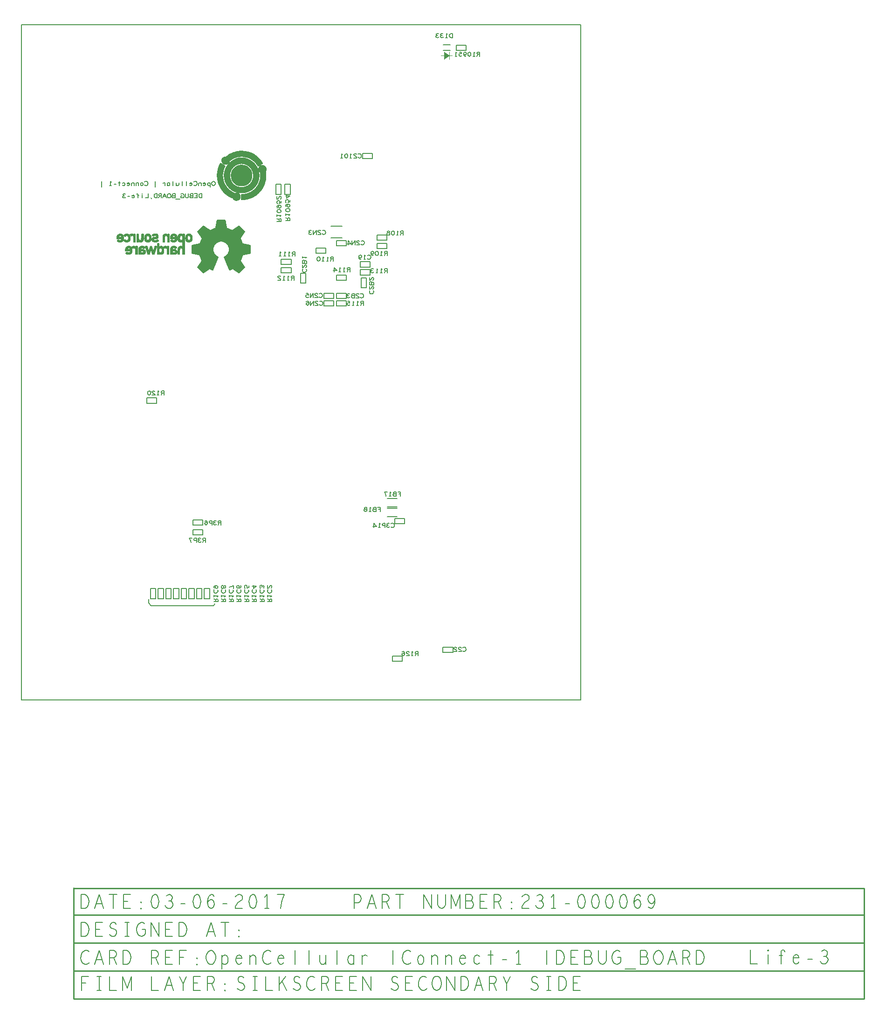
<source format=gbr>
G04 ================== begin FILE IDENTIFICATION RECORD ==================*
G04 Layout Name:  OC_Connect-1_DEBUG_Life-3.brd*
G04 Film Name:    slse.gbr*
G04 File Format:  Gerber RS274X*
G04 File Origin:  Cadence Allegro 16.6-2015-S065*
G04 Origin Date:  Mon Mar 06 16:55:42 2017*
G04 *
G04 Layer:  REF DES/SILKSCREEN_BOTTOM*
G04 Layer:  PACKAGE GEOMETRY/SILKSCREEN_BOTTOM*
G04 Layer:  DRAWING FORMAT/SLSE*
G04 Layer:  DRAWING FORMAT/FILM_LABEL_OUTLINE*
G04 Layer:  COMPONENT VALUE/SILKSCREEN_BOTTOM*
G04 Layer:  BOARD GEOMETRY/OUTLINE*
G04 Layer:  BOARD GEOMETRY/SILKSCREEN_BOTTOM*
G04 *
G04 Offset:    (0.000 0.000)*
G04 Mirror:    No*
G04 Mode:      Positive*
G04 Rotation:  0*
G04 FullContactRelief:  No*
G04 UndefLineWidth:     6.000*
G04 ================== end FILE IDENTIFICATION RECORD ====================*
%FSLAX25Y25*MOIN*%
%IR0*IPPOS*OFA0.00000B0.00000*MIA0B0*SFA1.00000B1.00000*%
%ADD10C,.006*%
%ADD11C,.005906*%
%ADD12C,.008268*%
%ADD13C,.01*%
G75*
%LPD*%
G75*
G36*
G01X308434Y460850D02*
Y460350D01*
X306434D01*
Y457850D01*
X305934D01*
Y460350D01*
X302391Y457850D01*
Y460350D01*
X299891D01*
Y460850D01*
X302391D01*
Y463350D01*
X305934Y460850D01*
Y463350D01*
X306434D01*
Y460850D01*
X308434D01*
G37*
G54D10*
G01X137200Y367700D02*
X137600Y367750D01*
X137950Y367950D01*
X138250Y368250D01*
X138450Y368600D01*
X138550Y369000D01*
Y369400D01*
X138450Y369800D01*
X138250Y370150D01*
X137950Y370450D01*
X137600Y370650D01*
X137200Y370700D01*
X136800Y370650D01*
X136450Y370450D01*
X136150Y370150D01*
X135950Y369800D01*
X135850Y369400D01*
Y369000D01*
X135950Y368600D01*
X136150Y368250D01*
X136450Y367950D01*
X136800Y367750D01*
X137200Y367700D01*
G01X134900Y366700D02*
Y369700D01*
G01Y369250D02*
X134650Y369500D01*
X134400Y369650D01*
X134000Y369700D01*
X133650Y369650D01*
X133300Y369400D01*
X133150Y369050D01*
X133100Y368700D01*
X133150Y368350D01*
X133300Y368000D01*
X133600Y367800D01*
X134000Y367700D01*
X134350Y367750D01*
X134700Y367900D01*
X134900Y368100D01*
G01X131550Y369050D02*
X129950D01*
X130100Y369400D01*
X130350Y369600D01*
X130700Y369700D01*
X131050Y369650D01*
X131350Y369500D01*
X131550Y369150D01*
X131650Y368850D01*
Y368550D01*
X131550Y368250D01*
X131300Y367950D01*
X131000Y367750D01*
X130650Y367700D01*
X130300Y367800D01*
X129950Y368100D01*
G01X128450Y367700D02*
Y369700D01*
G01Y369200D02*
X128250Y369450D01*
X127950Y369650D01*
X127550Y369700D01*
X127200Y369650D01*
X126900Y369450D01*
X126750Y369100D01*
Y367700D01*
G01X123300Y370450D02*
X123600Y370600D01*
X123950Y370700D01*
X124350D01*
X124800Y370550D01*
X125150Y370300D01*
X125400Y370000D01*
X125600Y369500D01*
X125650Y369050D01*
X125550Y368600D01*
X125400Y368300D01*
X125100Y368000D01*
X124750Y367800D01*
X124400Y367700D01*
X124050D01*
X123700Y367800D01*
X123400Y367950D01*
X123150Y368150D01*
G01X121950Y369050D02*
X120350D01*
X120500Y369400D01*
X120750Y369600D01*
X121100Y369700D01*
X121450Y369650D01*
X121750Y369500D01*
X121950Y369150D01*
X122050Y368850D01*
Y368550D01*
X121950Y368250D01*
X121700Y367950D01*
X121400Y367750D01*
X121050Y367700D01*
X120700Y367800D01*
X120350Y368100D01*
G01X118000Y367700D02*
Y370700D01*
G01X114800Y367700D02*
Y370700D01*
G01X112450Y369700D02*
Y368300D01*
X112250Y367950D01*
X111950Y367750D01*
X111600Y367700D01*
X111250Y367750D01*
X110950Y367950D01*
X110750Y368300D01*
G01Y367700D02*
Y369700D01*
G01X108400Y367700D02*
Y370700D01*
G01X104300Y367700D02*
Y369700D01*
G01Y369350D02*
X104500Y369550D01*
X104800Y369650D01*
X105150Y369700D01*
X105500Y369600D01*
X105800Y369400D01*
X106000Y369100D01*
X106100Y368700D01*
X106000Y368300D01*
X105800Y368000D01*
X105500Y367800D01*
X105150Y367700D01*
X104800Y367750D01*
X104500Y367900D01*
X104300Y368100D01*
G01X102700Y367700D02*
Y369700D01*
G01Y369300D02*
X102450Y369500D01*
X102200Y369650D01*
X101850Y369700D01*
X101600Y369650D01*
X101300Y369500D01*
G01X95600Y366700D02*
Y370700D01*
G01X88100Y370450D02*
X88400Y370600D01*
X88750Y370700D01*
X89150D01*
X89600Y370550D01*
X89950Y370300D01*
X90200Y370000D01*
X90400Y369500D01*
X90450Y369050D01*
X90350Y368600D01*
X90200Y368300D01*
X89900Y368000D01*
X89550Y367800D01*
X89200Y367700D01*
X88850D01*
X88500Y367800D01*
X88200Y367950D01*
X87950Y368150D01*
G01X86000Y367700D02*
X86300Y367750D01*
X86600Y367950D01*
X86800Y368300D01*
X86900Y368700D01*
X86800Y369100D01*
X86600Y369450D01*
X86300Y369650D01*
X86000Y369700D01*
X85700Y369650D01*
X85400Y369450D01*
X85200Y369100D01*
X85150Y368700D01*
X85200Y368300D01*
X85400Y367950D01*
X85700Y367750D01*
X86000Y367700D01*
G01X83650D02*
Y369700D01*
G01Y369200D02*
X83450Y369450D01*
X83150Y369650D01*
X82750Y369700D01*
X82400Y369650D01*
X82100Y369450D01*
X81950Y369100D01*
Y367700D01*
G01X80450D02*
Y369700D01*
G01Y369200D02*
X80250Y369450D01*
X79950Y369650D01*
X79550Y369700D01*
X79200Y369650D01*
X78900Y369450D01*
X78750Y369100D01*
Y367700D01*
G01X77150Y369050D02*
X75550D01*
X75700Y369400D01*
X75950Y369600D01*
X76300Y369700D01*
X76650Y369650D01*
X76950Y369500D01*
X77150Y369150D01*
X77250Y368850D01*
Y368550D01*
X77150Y368250D01*
X76900Y367950D01*
X76600Y367750D01*
X76250Y367700D01*
X75900Y367800D01*
X75550Y368100D01*
G01X72400Y369450D02*
X72750Y369650D01*
X73050Y369700D01*
X73450Y369600D01*
X73750Y369400D01*
X73950Y369050D01*
X74000Y368700D01*
X73950Y368350D01*
X73750Y368050D01*
X73450Y367800D01*
X73050Y367700D01*
X72700Y367800D01*
X72400Y368000D01*
G01X70000Y370700D02*
Y367700D01*
G01X70700Y369700D02*
X69300D01*
G01X67450Y368700D02*
X66150D01*
G01X63600Y367700D02*
Y370700D01*
X64200Y370100D01*
G01Y367700D02*
X63000D01*
G01X57200Y366700D02*
Y370700D01*
G01X90818Y71900D02*
Y69400D01*
X92718Y67500D01*
X137118D01*
X138418Y68800D01*
G01X101487Y72457D02*
Y79543D01*
X97750D01*
Y72457D01*
X101487D01*
G01X95987D02*
Y79543D01*
X92250D01*
Y72457D01*
X95987D01*
G01X134487D02*
Y79543D01*
X130750D01*
Y72457D01*
X134487D01*
G01X128987D02*
Y79543D01*
X125250D01*
Y72457D01*
X128987D01*
G01X112487D02*
Y79543D01*
X108750D01*
Y72457D01*
X112487D01*
G01X106987D02*
Y79543D01*
X103250D01*
Y72457D01*
X106987D01*
G01X123487D02*
Y79543D01*
X119750D01*
Y72457D01*
X123487D01*
G01X117987D02*
Y79543D01*
X114250D01*
Y72457D01*
X117987D01*
G01X131618Y112700D02*
Y115700D01*
X130368D01*
X129968Y115550D01*
X129718Y115350D01*
X129618Y114950D01*
X129718Y114550D01*
X130018Y114300D01*
X130368Y114150D01*
X131618D01*
G01X130368D02*
X129618Y112700D01*
G01X128518Y113300D02*
X128218Y112950D01*
X127818Y112750D01*
X127368Y112700D01*
X126968Y112750D01*
X126568Y113000D01*
X126318Y113300D01*
X126268Y113600D01*
X126368Y113950D01*
X126718Y114200D01*
X127068Y114300D01*
X127518D01*
G01X127068D02*
X126768Y114450D01*
X126518Y114700D01*
X126418Y115000D01*
X126518Y115300D01*
X126768Y115550D01*
X127218Y115700D01*
X127668Y115650D01*
X128118Y115450D01*
G01X125218Y112700D02*
Y115700D01*
X124018D01*
X123618Y115550D01*
X123318Y115200D01*
X123218Y114800D01*
X123318Y114400D01*
X123568Y114100D01*
X124018Y113950D01*
X125218D01*
G01X121118Y112700D02*
X121018Y113350D01*
X120868Y113900D01*
X120668Y114400D01*
X120418Y114950D01*
X120018Y115700D01*
X122018D01*
G01X129661Y121668D02*
X122575D01*
Y117932D01*
X129661D01*
Y121668D01*
G01X142618Y125200D02*
Y128200D01*
X141368D01*
X140968Y128050D01*
X140718Y127850D01*
X140618Y127450D01*
X140718Y127050D01*
X141018Y126800D01*
X141368Y126650D01*
X142618D01*
G01X141368D02*
X140618Y125200D01*
G01X139518Y125800D02*
X139218Y125450D01*
X138818Y125250D01*
X138368Y125200D01*
X137968Y125250D01*
X137568Y125500D01*
X137318Y125800D01*
X137268Y126100D01*
X137368Y126450D01*
X137718Y126700D01*
X138068Y126800D01*
X138518D01*
G01X138068D02*
X137768Y126950D01*
X137518Y127200D01*
X137418Y127500D01*
X137518Y127800D01*
X137768Y128050D01*
X138218Y128200D01*
X138668Y128150D01*
X139118Y127950D01*
G01X136218Y125200D02*
Y128200D01*
X135018D01*
X134618Y128050D01*
X134318Y127700D01*
X134218Y127300D01*
X134318Y126900D01*
X134568Y126600D01*
X135018Y126450D01*
X136218D01*
G01X132968D02*
X132618Y126800D01*
X132318Y127000D01*
X131918Y127100D01*
X131568Y127000D01*
X131318Y126800D01*
X131118Y126500D01*
X131068Y126150D01*
X131118Y125850D01*
X131318Y125550D01*
X131618Y125300D01*
X131968Y125200D01*
X132368Y125300D01*
X132718Y125600D01*
X132918Y126050D01*
X132968Y126550D01*
X132868Y127200D01*
X132718Y127550D01*
X132468Y127900D01*
X132118Y128150D01*
X131768Y128200D01*
X131418Y128100D01*
X131168Y127850D01*
G01X129661Y128669D02*
X122575D01*
Y124932D01*
X129661D01*
Y128669D01*
G01X101818Y217900D02*
Y220900D01*
X100568D01*
X100168Y220750D01*
X99918Y220550D01*
X99818Y220150D01*
X99918Y219750D01*
X100218Y219500D01*
X100568Y219350D01*
X101818D01*
G01X100568D02*
X99818Y217900D01*
G01X97618D02*
Y220900D01*
X98218Y220300D01*
G01Y217900D02*
X97018D01*
G01X95368Y220400D02*
X95068Y220700D01*
X94718Y220850D01*
X94318Y220900D01*
X93818Y220800D01*
X93468Y220550D01*
X93368Y220250D01*
X93418Y219950D01*
X93618Y219700D01*
X94618Y219200D01*
X95068Y218850D01*
X95368Y218350D01*
X95468Y217900D01*
X93368D01*
G01X91218Y220900D02*
X91618Y220800D01*
X91918Y220550D01*
X92118Y220250D01*
X92268Y219850D01*
X92318Y219400D01*
X92268Y218950D01*
X92118Y218550D01*
X91918Y218250D01*
X91618Y218000D01*
X91218Y217900D01*
X90818Y218000D01*
X90518Y218250D01*
X90318Y218550D01*
X90168Y218950D01*
X90118Y219400D01*
X90168Y219850D01*
X90318Y220250D01*
X90518Y220550D01*
X90818Y220800D01*
X91218Y220900D01*
G01X96761Y215869D02*
X89675D01*
Y212132D01*
X96761D01*
Y215869D01*
G01X82835Y318826D02*
X81678D01*
G01X82835Y318892D02*
X81678D01*
G01X82835Y318957D02*
X81678D01*
G01X82835Y319022D02*
X81678D01*
G01X82835Y319087D02*
X81678D01*
G01X82835Y319153D02*
X81678D01*
G01X82835Y319218D02*
X81678D01*
G01Y318668D02*
Y322416D01*
G01Y318668D02*
Y322416D01*
G01X75064Y318999D02*
X75009Y319109D01*
G01X75064Y318999D02*
X75009Y319109D01*
G01X75450Y318778D02*
X75229Y318889D01*
G01D02*
X75174Y318999D01*
G01D02*
X75064D01*
G01X75450Y318778D02*
X75229Y318889D01*
G01D02*
X75174Y318999D01*
G01D02*
X75064D01*
G01X75780Y318668D02*
X75615Y318723D01*
G01X75780Y318668D02*
X75615Y318723D01*
G01X75009Y319109D02*
X74898D01*
G01D02*
X74788Y319219D01*
G01D02*
Y319274D01*
G01X74733Y319330D02*
X74568Y319440D01*
G01X74898Y319109D02*
X74788Y319219D01*
G01X75009Y319109D02*
X74898D01*
G01X74733Y319330D02*
X74568Y319440D01*
G01X74788Y319219D02*
Y319274D01*
G01X77930Y318999D02*
X77875Y318889D01*
G01D02*
X77654Y318778D01*
G01D02*
X77489Y318723D01*
G01X77750Y318826D02*
X75353D01*
G01X77876Y318892D02*
X75228D01*
G01X77909Y318957D02*
X75195D01*
G01X77875Y318889D02*
X77654Y318778D01*
G01X77930Y318999D02*
X77875Y318889D01*
G01X77654Y318778D02*
X77489Y318723D01*
G01X78095Y319109D02*
X78040Y318999D01*
G01D02*
X77930D01*
G01X78052Y319022D02*
X75052D01*
G01X78084Y319087D02*
X75019D01*
G01X78040Y318999D02*
X77930D01*
G01X78095Y319109D02*
X78040Y318999D01*
G01X78426Y319330D02*
X78205Y319109D01*
G01D02*
X78095D01*
G01X78249Y319153D02*
X74855D01*
G01X78314Y319218D02*
X74790D01*
G01X78426Y319330D02*
X78205Y319109D01*
G01D02*
X78095D01*
G01X87705Y318826D02*
X85488D01*
G01X87770Y318892D02*
X85426D01*
G01X87913Y318957D02*
X85371D01*
G01X87945Y319022D02*
X85336D01*
G01X88016Y319087D02*
X85238D01*
G01X88072Y319153D02*
X84048D01*
G01X88127Y319218D02*
X84048D01*
G01X85536Y318778D02*
X85426Y318889D01*
G01D02*
Y318944D01*
G01D02*
X85371D01*
G01D02*
Y318999D01*
G01D02*
X85205Y319109D01*
G01D02*
Y318668D01*
G01Y318826D02*
X84048D01*
G01X85205Y318892D02*
X84048D01*
G01X85205Y318957D02*
X84048D01*
G01X85205Y319022D02*
X84048D01*
G01X85205Y319087D02*
X84048D01*
G01X85426Y318889D02*
Y318944D01*
G01X85536Y318778D02*
X85426Y318889D01*
G01X85371Y318999D02*
X85205Y319109D01*
G01X85371Y318944D02*
Y318999D01*
G01X85426Y318944D02*
X85371D01*
G01X85205Y319109D02*
Y318668D01*
G01X85812D02*
X85536Y318778D01*
G01X85812Y318668D02*
X85536Y318778D01*
G01X82835Y324235D02*
Y318668D01*
G01Y324235D02*
Y318668D01*
G01X84048D02*
Y322747D01*
G01Y318668D02*
Y322747D01*
G01X91599Y319109D02*
X91544Y318944D01*
G01D02*
X91489D01*
G01D02*
X91434Y318668D01*
G01X91465Y318826D02*
X90386D01*
G01X91478Y318892D02*
X90386D01*
G01X91548Y318957D02*
X90382D01*
G01X91570Y319022D02*
X90360D01*
G01X91592Y319087D02*
X90339D01*
G01X91599Y319109D02*
X91544Y318944D01*
G01X91489D02*
X91434Y318668D01*
G01X91544Y318944D02*
X91489D01*
G01X91654Y319495D02*
X91599Y319330D01*
G01D02*
Y319109D01*
G01Y319153D02*
X90276D01*
G01X91599Y319218D02*
X90276D01*
G01X91599Y319330D02*
Y319109D01*
G01X91654Y319495D02*
X91599Y319330D01*
G01X90386Y318723D02*
Y318944D01*
G01D02*
X90331Y319109D01*
G01X90386Y318723D02*
Y318944D01*
G01D02*
X90331Y319109D01*
G01X90442Y318668D02*
X90386Y318723D01*
G01X90442Y318668D02*
X90386Y318723D01*
G01X90331Y319109D02*
X90276D01*
G01D02*
Y319274D01*
G01Y319109D02*
Y319274D01*
G01X90331Y319109D02*
X90276D01*
G01X87465Y318723D02*
X87300Y318668D01*
G01X87465Y318723D02*
X87300Y318668D01*
G01X87961Y319054D02*
X87906Y318944D01*
G01D02*
X87796D01*
G01D02*
X87741Y318833D01*
G01D02*
X87465Y318778D01*
G01X87741Y318833D02*
X87465Y318778D01*
G01X87796Y318944D02*
X87741Y318833D01*
G01X87906Y318944D02*
X87796D01*
G01X87961Y319054D02*
X87906Y318944D01*
G01X88016Y319109D02*
Y319054D01*
G01D02*
X87961D01*
G01X88016D02*
X87961D01*
G01X88016Y319109D02*
Y319054D01*
G01X88292Y319330D02*
X88182Y319219D01*
G01D02*
X88127D01*
G01D02*
Y319164D01*
G01D02*
X88072D01*
G01D02*
Y319109D01*
G01D02*
X88016D01*
G01X88292Y319330D02*
X88182Y319219D01*
G01X88072Y319109D02*
X88016D01*
G01X88072Y319164D02*
Y319109D01*
G01X88127Y319164D02*
X88072D01*
G01X88127Y319219D02*
Y319164D01*
G01X88182Y319219D02*
X88127D01*
G01X110834Y319218D02*
X106702D01*
G01X107804Y318826D02*
X106702D01*
G01X107804Y318892D02*
X106702D01*
G01X107804Y318957D02*
X106702D01*
G01X107804Y319022D02*
X106702D01*
G01X107804Y319087D02*
X106702D01*
G01X107804Y319153D02*
X106702D01*
G01Y318668D02*
Y322967D01*
G01Y318668D02*
Y322967D01*
G01X100953Y319022D02*
X98521D01*
G01X101024Y319087D02*
X98455D01*
G01X101079Y319153D02*
X98390D01*
G01X101134Y319218D02*
X98325D01*
G01X98324Y319219D02*
Y318668D01*
G01Y319219D02*
Y318668D01*
G01X98599Y318944D02*
X98324Y319219D01*
G01X98599Y318944D02*
X98324Y319219D01*
G01X100804Y318944D02*
X100749Y318833D01*
G01D02*
X100528Y318723D01*
G01D02*
X100363Y318668D01*
G01X100735Y318826D02*
X98779D01*
G01X100778Y318892D02*
X98735D01*
G01X100749Y318833D02*
X100528Y318723D01*
G01X100804Y318944D02*
X100749Y318833D01*
G01X100528Y318723D02*
X100363Y318668D01*
G01X101024Y319109D02*
Y319054D01*
G01D02*
X100969D01*
G01D02*
X100914Y318944D01*
G01D02*
X100804D01*
G01X100921Y318957D02*
X98586D01*
G01X100914Y318944D02*
X100804D01*
G01X100969Y319054D02*
X100914Y318944D01*
G01X101024Y319054D02*
X100969D01*
G01X101024Y319109D02*
Y319054D01*
G01X101300Y319330D02*
X101190Y319219D01*
G01D02*
X101134D01*
G01D02*
Y319164D01*
G01D02*
X101079D01*
G01D02*
Y319109D01*
G01D02*
X101024D01*
G01X101134Y319164D02*
X101079D01*
G01X101134Y319219D02*
Y319164D01*
G01X101190Y319219D02*
X101134D01*
G01X101300Y319330D02*
X101190Y319219D01*
G01X101079Y319109D02*
X101024D01*
G01X101079Y319164D02*
Y319109D01*
G01X98875Y318778D02*
X98764Y318833D01*
G01D02*
X98709Y318944D01*
G01D02*
X98599D01*
G01X98764Y318833D02*
X98709Y318944D01*
G01X98875Y318778D02*
X98764Y318833D01*
G01X98709Y318944D02*
X98599D01*
G01X99150Y318668D02*
X99040Y318778D01*
G01X99150Y318668D02*
X99040Y318778D01*
G01X104331Y318668D02*
Y322251D01*
G01Y318668D02*
Y322251D01*
G01X105434Y324235D02*
Y318668D01*
G01Y318826D02*
X104331D01*
G01X105434Y318892D02*
X104331D01*
G01X105434Y318957D02*
X104331D01*
G01X105434Y319022D02*
X104331D01*
G01X105434Y319087D02*
X104331D01*
G01X105434Y324235D02*
Y318668D01*
G01Y319153D02*
X104331D01*
G01X105434Y319218D02*
X104331D01*
G01X110890Y319274D02*
X110780Y319164D01*
G01X110890Y319274D02*
X110780Y319164D01*
G01X110450Y318889D02*
X110229Y318833D01*
G01D02*
Y318778D01*
G01D02*
X110119Y318723D01*
G01D02*
X109953Y318668D01*
G01X110229Y318826D02*
X108190D01*
G01X110451Y318892D02*
X108041D01*
G01X110450Y318889D02*
X110229Y318833D01*
G01Y318778D02*
X110119Y318723D01*
G01X110229Y318833D02*
Y318778D01*
G01X110119Y318723D02*
X109953Y318668D01*
G01X110670Y319109D02*
X110615Y318999D01*
G01D02*
X110505D01*
G01D02*
X110450Y318889D01*
G01X110484Y318957D02*
X107997D01*
G01X110626Y319022D02*
X107954D01*
G01X110659Y319087D02*
X107910D01*
G01X110670Y319109D02*
X110615Y318999D01*
G01X110505D02*
X110450Y318889D01*
G01X110615Y318999D02*
X110505D01*
G01X110725Y319109D02*
X110670D01*
G01X110725Y319153D02*
X107867D01*
G01X110725Y319109D02*
X110670D01*
G01X108079Y318833D02*
X107859Y319164D01*
G01X107804D02*
Y318668D01*
G01X108079Y318833D02*
X107859Y319164D01*
G01X107804D02*
Y318668D01*
G01X108410D02*
X108300Y318778D01*
G01X108190D02*
Y318833D01*
G01D02*
X108079D01*
G01X108410Y318668D02*
X108300Y318778D01*
G01X108190Y318833D02*
X108079D01*
G01X108190Y318778D02*
Y318833D01*
G01X107859Y319164D02*
X107804D01*
G01X107859D02*
X107804D01*
G01X110780D02*
X110725D01*
G01X110780D02*
X110725D01*
G01D02*
Y319109D01*
G01Y319164D02*
Y319109D01*
G01X111993Y318668D02*
Y322802D01*
G01Y318668D02*
Y322802D01*
G01X113095Y322196D02*
Y318668D01*
G01Y318826D02*
X111993D01*
G01X113095Y318892D02*
X111993D01*
G01X113095Y318957D02*
X111993D01*
G01X113095Y319022D02*
X111993D01*
G01X113095Y319087D02*
X111993D01*
G01X113095Y322196D02*
Y318668D01*
G01Y319153D02*
X111993D01*
G01X113095Y319218D02*
X111993D01*
G01X115300Y318668D02*
Y322416D01*
G01Y318668D02*
Y322416D01*
G01X116457Y333054D02*
Y318668D01*
G01Y318826D02*
X115300D01*
G01X116457Y318892D02*
X115300D01*
G01X116457Y318957D02*
X115300D01*
G01X116457Y319022D02*
X115300D01*
G01X116457Y319087D02*
X115300D01*
G01X116457Y333054D02*
Y318668D01*
G01Y319153D02*
X115300D01*
G01X116457Y319218D02*
X115300D01*
G01X94906Y319109D02*
Y318944D01*
G01D02*
X94851D01*
G01D02*
X94796Y318668D01*
G01X94906Y318944D02*
X94851D01*
G01X94906Y319109D02*
Y318944D01*
G01X94851D02*
X94796Y318668D01*
G01X94961Y319274D02*
Y319109D01*
G01D02*
X94906D01*
G01X94961D02*
X94906D01*
G01X94961Y319274D02*
Y319109D01*
G01X97166Y318668D02*
Y326495D01*
G01Y318668D02*
Y326495D01*
G01X98324Y318826D02*
X97166D01*
G01X98324Y318892D02*
X97166D01*
G01X98324Y318957D02*
X97166D01*
G01X98324Y319022D02*
X97166D01*
G01X98324Y319087D02*
X97166D01*
G01X98324Y319153D02*
X97166D01*
G01X98324Y319218D02*
X97166D01*
G01X93694Y318889D02*
Y319109D01*
G01Y318889D02*
Y319109D01*
G01X93804Y318668D02*
X93694Y318889D01*
G01X93804Y318668D02*
X93694Y318889D01*
G01X94828Y318826D02*
X93725D01*
G01X94841Y318892D02*
X93694D01*
G01X94906Y318957D02*
X93694D01*
G01X94906Y319022D02*
X93694D01*
G01X94906Y319087D02*
X93694D01*
G01Y319109D02*
X93583Y319274D01*
G01X93694Y319109D02*
X93583Y319274D01*
G01X94961Y319153D02*
X93664D01*
G01X94961Y319218D02*
X93621D01*
G01X124593Y318847D02*
X124317D01*
G01X124593D02*
X124317D01*
G01X137715Y319224D02*
X122553D01*
G01X137748Y319159D02*
X122829D01*
G01X137823Y319094D02*
X123105D01*
G01X137876Y319028D02*
X123435D01*
G01X137876Y318963D02*
X123711D01*
G01X137986Y318898D02*
X124317D01*
G01Y318847D02*
Y318902D01*
G01D02*
X123986D01*
G01X124317D02*
X123986D01*
G01X124317Y318847D02*
Y318902D01*
G01X123711Y318957D02*
Y319012D01*
G01D02*
X123435D01*
G01X123986Y318902D02*
Y318957D01*
G01D02*
X123711D01*
G01Y319012D02*
X123435D01*
G01X123711Y318957D02*
Y319012D01*
G01X123986Y318957D02*
X123711D01*
G01X123986Y318902D02*
Y318957D01*
G01X123435Y319067D02*
X123105D01*
G01X123435Y319012D02*
Y319067D01*
G01D02*
X123105D01*
G01X123435Y319012D02*
Y319067D01*
G01X122829Y319122D02*
Y319178D01*
G01D02*
X122553D01*
G01X123105Y319067D02*
Y319122D01*
G01D02*
X122829D01*
G01Y319178D02*
X122553D01*
G01X122829Y319122D02*
Y319178D01*
G01X123105Y319122D02*
X122829D01*
G01X123105Y319067D02*
Y319122D01*
G01X122553Y319178D02*
Y319233D01*
G01Y319178D02*
Y319233D01*
G01D02*
X122223D01*
G01X122553D02*
X122223D01*
G01X122057Y319288D02*
X121892Y319508D01*
G01X122223Y319233D02*
X122057Y319288D01*
G01D02*
X121892Y319508D01*
G01X122223Y319233D02*
X122057Y319288D01*
G01X130986Y306115D02*
X130876Y305949D01*
G01D02*
X130766D01*
G01X131152Y306225D02*
X131097Y306115D01*
G01D02*
X130986D01*
G01X130876Y305949D02*
X130766D01*
G01X130986Y306115D02*
X130876Y305949D01*
G01X131097Y306115D02*
X130986D01*
G01X131152Y306225D02*
X131097Y306115D01*
G01X130546Y305729D02*
X130435D01*
G01D02*
X130380Y305618D01*
G01D02*
X130270D01*
G01X130766Y305949D02*
X130711Y305839D01*
G01D02*
X130601D01*
G01D02*
X130546Y305729D01*
G01X130573Y305783D02*
X129719D01*
G01X130430Y305718D02*
X129730D01*
G01X130397Y305653D02*
X129795D01*
G01X130380Y305618D02*
X130270D01*
G01X130435Y305729D02*
X130380Y305618D01*
G01X130546Y305729D02*
X130435D01*
G01X130601Y305839D02*
X130546Y305729D01*
G01X130711Y305839D02*
X130601D01*
G01X130766Y305949D02*
X130711Y305839D01*
G01X129719Y305729D02*
Y305784D01*
G01D02*
X129664D01*
G01D02*
Y305839D01*
G01Y305784D02*
Y305839D01*
G01X129719Y305784D02*
X129664D01*
G01X129719Y305729D02*
Y305784D01*
G01X129994Y305508D02*
X129829Y305618D01*
G01X130270D02*
X130215Y305508D01*
G01D02*
X129994D01*
G01X130254Y305587D02*
X129876D01*
G01X130222Y305522D02*
X129974D01*
G01X129994Y305508D02*
X129829Y305618D01*
G01X130215Y305508D02*
X129994D01*
G01X130270Y305618D02*
X130215Y305508D01*
G01X131317Y306335D02*
X131262Y306225D01*
G01X131317Y306335D02*
X131262Y306225D01*
G01X131482Y306445D02*
X131427Y306335D01*
G01D02*
X131317D01*
G01X131427D02*
X131317D01*
G01X131482Y306445D02*
X131427Y306335D01*
G01X131262Y306225D02*
X131152D01*
G01X131262D02*
X131152D01*
G01X128506Y313170D02*
X128616Y313225D01*
G01D02*
Y313335D01*
G01X128506Y313060D02*
Y313170D01*
G01X128616Y313335D02*
X128727Y313390D01*
G01D02*
Y313500D01*
G01Y313390D02*
Y313500D01*
G01X128616Y313335D02*
X128727Y313390D01*
G01X128616Y313225D02*
Y313335D01*
G01X128506Y313170D02*
X128616Y313225D01*
G01X128506Y313060D02*
Y313170D01*
G01X128837Y313556D02*
Y313666D01*
G01X128727Y313500D02*
X128837Y313556D01*
G01D02*
Y313666D01*
G01X128727Y313500D02*
X128837Y313556D01*
G01X128341Y312949D02*
X128506Y313060D01*
G01X128341Y312949D02*
X128506Y313060D01*
G01X128010Y312453D02*
X128120Y312508D01*
G01D02*
Y312618D01*
G01X127900Y312288D02*
X128010Y312343D01*
G01D02*
Y312453D01*
G01X128120Y312508D02*
Y312618D01*
G01X128010Y312453D02*
X128120Y312508D01*
G01X128010Y312343D02*
Y312453D01*
G01X127900Y312288D02*
X128010Y312343D01*
G01X128341Y312839D02*
Y312949D01*
G01X128120Y312618D02*
X128231Y312674D01*
G01D02*
Y312784D01*
G01D02*
X128341Y312839D01*
G01D02*
Y312949D01*
G01X128231Y312784D02*
X128341Y312839D01*
G01X128231Y312674D02*
Y312784D01*
G01X128120Y312618D02*
X128231Y312674D01*
G01X127514Y311737D02*
X127624Y311792D01*
G01D02*
Y311902D01*
G01X127404Y311571D02*
X127514Y311626D01*
G01D02*
Y311737D01*
G01X127624Y311902D02*
X127734Y311957D01*
G01D02*
Y312067D01*
G01Y311957D02*
Y312067D01*
G01X127624Y311902D02*
X127734Y311957D01*
G01X127624Y311792D02*
Y311902D01*
G01X127514Y311737D02*
X127624Y311792D01*
G01X127514Y311626D02*
Y311737D01*
G01X127404Y311571D02*
X127514Y311626D01*
G01X127900Y312178D02*
Y312288D01*
G01X127734Y312067D02*
X127900Y312178D01*
G01D02*
Y312288D01*
G01X127734Y312067D02*
X127900Y312178D01*
G01X127018Y311020D02*
X127128Y311075D01*
G01D02*
Y311185D01*
G01X126908Y310855D02*
X127018Y310910D01*
G01D02*
Y311020D01*
G01X127128Y311075D02*
Y311185D01*
G01X127018Y311020D02*
X127128Y311075D01*
G01X127018Y310910D02*
Y311020D01*
G01X126908Y310855D02*
X127018Y310910D01*
G01X127294Y311406D02*
X127404Y311461D01*
G01D02*
Y311571D01*
G01X127128Y311185D02*
X127294Y311296D01*
G01D02*
Y311406D01*
G01X127404Y311461D02*
Y311571D01*
G01X127294Y311406D02*
X127404Y311461D01*
G01X127294Y311296D02*
Y311406D01*
G01X127128Y311185D02*
X127294Y311296D01*
G01X126797Y310689D02*
X126908Y310744D01*
G01D02*
Y310855D01*
G01Y310744D02*
Y310855D01*
G01X126797Y310689D02*
X126908Y310744D01*
G01X128837Y313666D02*
X128947Y313721D01*
G01D02*
X129057Y313996D01*
G01X128947Y313721D02*
X129057Y313996D01*
G01X128837Y313666D02*
X128947Y313721D01*
G01X129002Y314272D02*
X128892Y314382D01*
G01X129057Y314052D02*
X129002Y314272D01*
G01X129057Y313996D02*
Y314052D01*
G01X129002Y314272D02*
X128892Y314382D01*
G01X129057Y314052D02*
X129002Y314272D01*
G01X129057Y313996D02*
Y314052D01*
G01X138231Y311068D02*
X127114D01*
G01X138207Y311003D02*
X127018D01*
G01X138207Y310938D02*
X127018D01*
G01X138207Y310872D02*
X126943D01*
G01X138160Y310807D02*
X126908D01*
G01X138097Y310742D02*
X126903D01*
G01X138319Y311134D02*
X127128D01*
G01X126522Y310304D02*
X126687Y310414D01*
G01D02*
Y310524D01*
G01D02*
X126797Y310579D01*
G01D02*
Y310689D01*
G01Y310579D02*
Y310689D01*
G01X126687Y310524D02*
X126797Y310579D01*
G01X126687Y310414D02*
Y310524D01*
G01X126522Y310304D02*
X126687Y310414D01*
G01X126081Y309642D02*
X126191Y309807D01*
G01X126081Y309422D02*
Y309642D01*
G01D02*
X126191Y309807D01*
G01X126081Y309422D02*
Y309642D01*
G01X126302Y309973D02*
X126412Y310028D01*
G01D02*
Y310138D01*
G01X126191Y309807D02*
X126302Y309863D01*
G01D02*
Y309973D01*
G01X126412Y310138D02*
X126522Y310193D01*
G01X126412Y310138D02*
X126522Y310193D01*
G01X126412Y310028D02*
Y310138D01*
G01X126302Y309973D02*
X126412Y310028D01*
G01X126302Y309863D02*
Y309973D01*
G01X126191Y309807D02*
X126302Y309863D01*
G01X126522Y310193D02*
Y310304D01*
G01Y310193D02*
Y310304D01*
G01X126853Y308650D02*
X126797D01*
G01D02*
Y308705D01*
G01D02*
X126742D01*
G01D02*
Y308760D01*
G01Y308705D02*
Y308760D01*
G01X126797Y308705D02*
X126742D01*
G01X126797Y308650D02*
Y308705D01*
G01X126853Y308650D02*
X126797D01*
G01X126687Y308815D02*
X126632D01*
G01D02*
Y308870D01*
G01D02*
X126577D01*
G01D02*
Y308926D01*
G01D02*
X126522D01*
G01X126687Y308760D02*
Y308815D01*
G01X126742Y308760D02*
X126687D01*
G01X126577Y308926D02*
X126522D01*
G01X126577Y308870D02*
Y308926D01*
G01X126632Y308870D02*
X126577D01*
G01X126632Y308815D02*
Y308870D01*
G01X126687Y308815D02*
X126632D01*
G01X126687Y308760D02*
Y308815D01*
G01X126742Y308760D02*
X126687D01*
G01X126467Y309036D02*
X126412D01*
G01D02*
Y309091D01*
G01D02*
X126357D01*
G01D02*
Y309146D01*
G01D02*
X126302D01*
G01D02*
Y309201D01*
G01X126467Y308981D02*
Y309036D01*
G01X126522Y308926D02*
Y308981D01*
G01D02*
X126467D01*
G01X126302Y309146D02*
Y309201D01*
G01X126357Y309146D02*
X126302D01*
G01X126357Y309091D02*
Y309146D01*
G01X126412Y309091D02*
X126357D01*
G01X126412Y309036D02*
Y309091D01*
G01X126467Y309036D02*
X126412D01*
G01X126467Y308981D02*
Y309036D01*
G01X126522Y308981D02*
X126467D01*
G01X126522Y308926D02*
Y308981D01*
G01X126246Y309256D02*
X126081Y309422D01*
G01X126246Y309201D02*
Y309256D01*
G01X126302Y309201D02*
X126246D01*
G01Y309256D02*
X126081Y309422D01*
G01X126246Y309201D02*
Y309256D01*
G01X126302Y309201D02*
X126246D01*
G01X129553Y305949D02*
X129498D01*
G01D02*
Y306004D01*
G01D02*
X129443D01*
G01D02*
Y306059D01*
G01D02*
X129388D01*
G01X129553Y305894D02*
Y305949D01*
G01X129443Y306059D02*
X129388D01*
G01X129443Y306004D02*
Y306059D01*
G01X129498Y306004D02*
X129443D01*
G01X129498Y305949D02*
Y306004D01*
G01X129553Y305949D02*
X129498D01*
G01X129553Y305894D02*
Y305949D01*
G01X129333Y306115D02*
Y306170D01*
G01X129388Y306059D02*
Y306115D01*
G01D02*
X129333D01*
G01D02*
Y306170D01*
G01X129388Y306115D02*
X129333D01*
G01X129388Y306059D02*
Y306115D01*
G01X128837Y306666D02*
X128782D01*
G01D02*
Y306721D01*
G01D02*
X128727D01*
G01D02*
Y306776D01*
G01D02*
X128672D01*
G01D02*
Y306831D01*
G01X128837Y306611D02*
Y306666D01*
G01X128672Y306776D02*
Y306831D01*
G01X128727Y306776D02*
X128672D01*
G01X128727Y306721D02*
Y306776D01*
G01X128782Y306721D02*
X128727D01*
G01X128782Y306666D02*
Y306721D01*
G01X128837Y306666D02*
X128782D01*
G01X128837Y306611D02*
Y306666D01*
G01X128616Y306886D02*
X128561D01*
G01D02*
Y306941D01*
G01D02*
X128506D01*
G01D02*
Y306996D01*
G01D02*
X128451D01*
G01D02*
Y307052D01*
G01D02*
X128396D01*
G01X128616Y306831D02*
Y306886D01*
G01X128672Y306831D02*
X128616D01*
G01X128451Y307052D02*
X128396D01*
G01X128451Y306996D02*
Y307052D01*
G01X128506Y306996D02*
X128451D01*
G01X128506Y306941D02*
Y306996D01*
G01X128561Y306941D02*
X128506D01*
G01X128561Y306886D02*
Y306941D01*
G01X128616Y306886D02*
X128561D01*
G01X128616Y306831D02*
Y306886D01*
G01X128672Y306831D02*
X128616D01*
G01X128396Y307107D02*
X128341D01*
G01D02*
Y307162D01*
G01D02*
X128286D01*
G01D02*
Y307217D01*
G01D02*
X128231D01*
G01D02*
Y307272D01*
G01D02*
X128175D01*
G01D02*
Y307327D01*
G01X128396Y307052D02*
Y307107D01*
G01X128175Y307272D02*
Y307327D01*
G01X128231Y307272D02*
X128175D01*
G01X128231Y307217D02*
Y307272D01*
G01X128286Y307217D02*
X128231D01*
G01X128286Y307162D02*
Y307217D01*
G01X128341Y307162D02*
X128286D01*
G01X128341Y307107D02*
Y307162D01*
G01X128396Y307107D02*
X128341D01*
G01X128396Y307052D02*
Y307107D01*
G01X128120Y307382D02*
X128065D01*
G01D02*
Y307437D01*
G01D02*
X128010D01*
G01D02*
Y307493D01*
G01D02*
X127955D01*
G01X128120Y307327D02*
Y307382D01*
G01X128175Y307327D02*
X128120D01*
G01X128010Y307493D02*
X127955D01*
G01X128010Y307437D02*
Y307493D01*
G01X128065Y307437D02*
X128010D01*
G01X128065Y307382D02*
Y307437D01*
G01X128120Y307382D02*
X128065D01*
G01X128120Y307327D02*
Y307382D01*
G01X128175Y307327D02*
X128120D01*
G01X127900Y307603D02*
X127845D01*
G01D02*
Y307658D01*
G01D02*
X127790D01*
G01D02*
Y307713D01*
G01D02*
X127734D01*
G01D02*
Y307768D01*
G01X127900Y307548D02*
Y307603D01*
G01X127955Y307493D02*
Y307548D01*
G01D02*
X127900D01*
G01X127734Y307713D02*
Y307768D01*
G01X127790Y307713D02*
X127734D01*
G01X127790Y307658D02*
Y307713D01*
G01X127845Y307658D02*
X127790D01*
G01X127845Y307603D02*
Y307658D01*
G01X127900Y307603D02*
X127845D01*
G01X127900Y307548D02*
Y307603D01*
G01X127955Y307548D02*
X127900D01*
G01X127955Y307493D02*
Y307548D01*
G01X127679Y307823D02*
X127624D01*
G01D02*
Y307878D01*
G01D02*
X127569D01*
G01D02*
Y307933D01*
G01D02*
X127514D01*
G01D02*
Y307989D01*
G01D02*
X127459D01*
G01X127679Y307768D02*
Y307823D01*
G01X127734Y307768D02*
X127679D01*
G01X127514Y307989D02*
X127459D01*
G01X127514Y307933D02*
Y307989D01*
G01X127569Y307933D02*
X127514D01*
G01X127569Y307878D02*
Y307933D01*
G01X127624Y307878D02*
X127569D01*
G01X127624Y307823D02*
Y307878D01*
G01X127679Y307823D02*
X127624D01*
G01X127679Y307768D02*
Y307823D01*
G01X127734Y307768D02*
X127679D01*
G01X127404Y308099D02*
X127349D01*
G01D02*
Y308154D01*
G01D02*
X127294D01*
G01D02*
Y308209D01*
G01D02*
X127238D01*
G01D02*
Y308264D01*
G01X127404Y308044D02*
Y308099D01*
G01X127459Y307989D02*
Y308044D01*
G01D02*
X127404D01*
G01X127238Y308209D02*
Y308264D01*
G01X127294Y308209D02*
X127238D01*
G01X127294Y308154D02*
Y308209D01*
G01X127349Y308154D02*
X127294D01*
G01X127349Y308099D02*
Y308154D01*
G01X127404Y308099D02*
X127349D01*
G01X127404Y308044D02*
Y308099D01*
G01X127459Y308044D02*
X127404D01*
G01X127459Y307989D02*
Y308044D01*
G01X127183Y308319D02*
X127128D01*
G01D02*
Y308374D01*
G01D02*
X127073D01*
G01D02*
Y308430D01*
G01D02*
X127018D01*
G01D02*
Y308485D01*
G01D02*
X126963D01*
G01X127183Y308264D02*
Y308319D01*
G01X127238Y308264D02*
X127183D01*
G01X127018Y308485D02*
X126963D01*
G01X127018Y308430D02*
Y308485D01*
G01X127073Y308430D02*
X127018D01*
G01X127073Y308374D02*
Y308430D01*
G01X127128Y308374D02*
X127073D01*
G01X127128Y308319D02*
Y308374D01*
G01X127183Y308319D02*
X127128D01*
G01X127183Y308264D02*
Y308319D01*
G01X127238Y308264D02*
X127183D01*
G01X126963Y308540D02*
X126908D01*
G01D02*
Y308595D01*
G01D02*
X126853D01*
G01D02*
Y308650D01*
G01X126963Y308485D02*
Y308540D01*
G01X126853Y308595D02*
Y308650D01*
G01X126908Y308595D02*
X126853D01*
G01X126908Y308540D02*
Y308595D01*
G01X126963Y308540D02*
X126908D01*
G01X126963Y308485D02*
Y308540D01*
G01X129333Y306170D02*
X129278D01*
G01D02*
Y306225D01*
G01D02*
X129223D01*
G01D02*
Y306280D01*
G01D02*
X129168D01*
G01D02*
Y306335D01*
G01Y306280D02*
Y306335D01*
G01X129223Y306280D02*
X129168D01*
G01X129223Y306225D02*
Y306280D01*
G01X129278Y306225D02*
X129223D01*
G01X129278Y306170D02*
Y306225D01*
G01X129333Y306170D02*
X129278D01*
G01X129113Y306390D02*
X129057D01*
G01D02*
Y306445D01*
G01D02*
X129002D01*
G01D02*
Y306500D01*
G01D02*
X128947D01*
G01D02*
Y306556D01*
G01D02*
X128892D01*
G01X129113Y306335D02*
Y306390D01*
G01X129168Y306335D02*
X129113D01*
G01X128947Y306556D02*
X128892D01*
G01X128947Y306500D02*
Y306556D01*
G01X129002Y306500D02*
X128947D01*
G01X129002Y306445D02*
Y306500D01*
G01X129057Y306445D02*
X129002D01*
G01X129057Y306390D02*
Y306445D01*
G01X129113Y306390D02*
X129057D01*
G01X129113Y306335D02*
Y306390D01*
G01X129168Y306335D02*
X129113D01*
G01X128892Y306556D02*
Y306611D01*
G01D02*
X128837D01*
G01X128892D02*
X128837D01*
G01X128892Y306556D02*
Y306611D01*
G01X130983Y306109D02*
X129388D01*
G01X130940Y306044D02*
X129443D01*
G01X130896Y305979D02*
X129498D01*
G01X130748Y305914D02*
X129553D01*
G01X130716Y305848D02*
X129609D01*
G01X129664Y305839D02*
X129609D01*
G01D02*
Y305894D01*
G01X129829Y305618D02*
X129719Y305729D01*
G01X129609Y305839D02*
Y305894D01*
G01X129664Y305839D02*
X129609D01*
G01X129829Y305618D02*
X129719Y305729D01*
G01X129609Y305894D02*
X129553D01*
G01X129609D02*
X129553D01*
G01X132526Y307153D02*
X128341D01*
G01X132493Y307088D02*
X128396D01*
G01X132350Y307023D02*
X128451D01*
G01X132317Y306958D02*
X128506D01*
G01X131988Y306762D02*
X128727D01*
G01X131944Y306696D02*
X128782D01*
G01X131796Y306631D02*
X128837D01*
G01X132175Y306892D02*
X128561D01*
G01X132031Y306827D02*
X128672D01*
G01X131763Y306566D02*
X128892D01*
G01X131621Y306501D02*
X128947D01*
G01X131478Y306436D02*
X129057D01*
G01X131445Y306370D02*
X129113D01*
G01X131302Y306305D02*
X129168D01*
G01X131270Y306240D02*
X129223D01*
G01X131127Y306175D02*
X129278D01*
G01X134224Y308328D02*
X127128D01*
G01X134095Y308197D02*
X127294D01*
G01X133948Y308132D02*
X127349D01*
G01X133905Y308067D02*
X127404D01*
G01X133861Y308002D02*
X127459D01*
G01X133716Y307936D02*
X127514D01*
G01X134127Y308262D02*
X127238D01*
G01X133398Y307740D02*
X127734D01*
G01X133365Y307675D02*
X127790D01*
G01X133573Y307871D02*
X127624D01*
G01X133541Y307806D02*
X127679D01*
G01X133214Y307610D02*
X127845D01*
G01X133171Y307545D02*
X127955D01*
G01X133019Y307480D02*
X128010D01*
G01X132987Y307414D02*
X128065D01*
G01X132844Y307349D02*
X128120D01*
G01X132811Y307284D02*
X128175D01*
G01X132668Y307218D02*
X128231D01*
G01X138097Y310612D02*
X126797D01*
G01X138080Y310546D02*
X126732D01*
G01X138048Y310481D02*
X126687D01*
G01X138097Y310677D02*
X126797D01*
G01X137656Y309633D02*
X126081D01*
G01X137656Y309568D02*
X126081D01*
G01X137626Y309502D02*
X126081D01*
G01X137561Y309437D02*
X126081D01*
G01X137546Y309372D02*
X126131D01*
G01X137546Y309306D02*
X126196D01*
G01X137828Y310090D02*
X126412D01*
G01X137821Y310024D02*
X126404D01*
G01X137821Y309959D02*
X126302D01*
G01X137809Y309894D02*
X126302D01*
G01X137776Y309828D02*
X126233D01*
G01X137689Y309763D02*
X126162D01*
G01X137656Y309698D02*
X126118D01*
G01X137960Y310416D02*
X126687D01*
G01X137931Y310350D02*
X126592D01*
G01X137931Y310285D02*
X126522D01*
G01X137931Y310220D02*
X126522D01*
G01X137893Y310155D02*
X126445D01*
G01X137538Y309241D02*
X126246D01*
G01X137270Y308654D02*
X126797D01*
G01X137505Y309176D02*
X126302D01*
G01X137418Y309111D02*
X126357D01*
G01X137385Y309046D02*
X126412D01*
G01X137380Y308980D02*
X126522D01*
G01X137380Y308915D02*
X126577D01*
G01X137360Y308850D02*
X126632D01*
G01X137294Y308784D02*
X126687D01*
G01X137270Y308719D02*
X126742D01*
G01X137264Y308589D02*
X126908D01*
G01X137199Y308524D02*
X126963D01*
G01X137160Y308458D02*
X127018D01*
G01X137160Y308393D02*
X127073D01*
G01X139530Y314135D02*
X129036D01*
G01X139530Y314070D02*
X129053D01*
G01X139483Y314004D02*
X129057D01*
G01X139300Y313482D02*
X128727D01*
G01X139268Y313417D02*
X128727D01*
G01X139180Y313352D02*
X128650D01*
G01X139147Y313287D02*
X128616D01*
G01X139144Y313221D02*
X128610D01*
G01X139144Y313156D02*
X128506D01*
G01X139120Y313091D02*
X128506D01*
G01X139055Y313026D02*
X128456D01*
G01X139420Y313939D02*
X129034D01*
G01X139420Y313874D02*
X129008D01*
G01X139420Y313809D02*
X128982D01*
G01X139387Y313743D02*
X128956D01*
G01X139322Y313678D02*
X128862D01*
G01X139309Y313613D02*
X128837D01*
G01X139309Y313548D02*
X128821D01*
G01X139034Y312960D02*
X128358D01*
G01X139034Y312895D02*
X128341D01*
G01X139029Y312830D02*
X128323D01*
G01X138997Y312765D02*
X128231D01*
G01X138482Y311525D02*
X127404D01*
G01X138638Y312047D02*
X127734D01*
G01X138605Y311982D02*
X127734D01*
G01X138593Y311916D02*
X127653D01*
G01X138593Y311851D02*
X127624D01*
G01X138587Y311786D02*
X127613D01*
G01X138522Y311721D02*
X127514D01*
G01X138482Y311656D02*
X127514D01*
G01X138482Y311590D02*
X127442D01*
G01X138868Y312504D02*
X128111D01*
G01X138854Y312438D02*
X128010D01*
G01X138788Y312373D02*
X128010D01*
G01X138758Y312308D02*
X127940D01*
G01X138758Y312243D02*
X127900D01*
G01X138758Y312177D02*
X127900D01*
G01X138726Y312112D02*
X127802D01*
G01X138909Y312699D02*
X128231D01*
G01X138876Y312634D02*
X128152D01*
G01X138868Y312569D02*
X128120D01*
G01X138426Y311460D02*
X127401D01*
G01X138372Y311394D02*
X127294D01*
G01X138372Y311329D02*
X127294D01*
G01X138372Y311264D02*
X127246D01*
G01X138351Y311199D02*
X127148D01*
G01X128782Y314658D02*
Y314823D01*
G01Y314658D02*
Y314823D01*
G01X128892Y314382D02*
Y314548D01*
G01Y314382D02*
Y314548D01*
G01D02*
X128782Y314658D01*
G01X128892Y314548D02*
X128782Y314658D01*
G01X139674Y314396D02*
X128892D01*
G01X139642Y314331D02*
X128944D01*
G01X139554Y314265D02*
X129004D01*
G01X139530Y314200D02*
X129020D01*
G01X139749Y314657D02*
X128783D01*
G01X139695Y314592D02*
X128848D01*
G01X139695Y314526D02*
X128892D01*
G01X139695Y314461D02*
X128892D01*
G01X125199Y318737D02*
X124923D01*
G01X125199D02*
X124923D01*
G01D02*
Y318792D01*
G01Y318737D02*
Y318792D01*
G01D02*
X124593D01*
G01X124923D02*
X124593D01*
G01D02*
Y318847D01*
G01Y318792D02*
Y318847D01*
G01X138035Y318768D02*
X124923D01*
G01X137986Y318833D02*
X124593D01*
G01X128451Y315485D02*
Y315650D01*
G01D02*
X128341Y315760D01*
G01X128451Y315650D02*
X128341Y315760D01*
G01X128451Y315485D02*
Y315650D01*
G01X128341Y315760D02*
Y315926D01*
G01Y315760D02*
Y315926D01*
G01X140246Y315766D02*
X128341D01*
G01X140217Y315701D02*
X128400D01*
G01X140129Y315636D02*
X128451D01*
G01X140096Y315570D02*
X128451D01*
G01X140081Y315505D02*
X128451D01*
G01X140081Y315440D02*
X128496D01*
G01X125199Y318682D02*
Y318737D01*
G01Y318682D02*
Y318737D01*
G01X127790Y317138D02*
Y317304D01*
G01D02*
X127679Y317414D01*
G01X127900Y317028D02*
X127790Y317138D01*
G01Y317304D02*
X127679Y317414D01*
G01X127790Y317138D02*
Y317304D01*
G01X127900Y317028D02*
X127790Y317138D01*
G01X127569Y317689D02*
Y317855D01*
G01X127679Y317414D02*
Y317579D01*
G01D02*
X127569Y317689D01*
G01D02*
Y317855D01*
G01X127679Y317579D02*
X127569Y317689D01*
G01X127679Y317414D02*
Y317579D01*
G01X127569Y317855D02*
X127514Y317965D01*
G01D02*
X127459D01*
G01X127514D02*
X127459D01*
G01X127569Y317855D02*
X127514Y317965D01*
G01X127349Y318240D02*
X127183Y318351D01*
G01X127459Y317965D02*
Y318075D01*
G01D02*
X127349Y318240D01*
G01D02*
X127183Y318351D01*
G01X127459Y318075D02*
X127349Y318240D01*
G01X127459Y317965D02*
Y318075D01*
G01X127183Y318351D02*
X126963D01*
G01X127183D02*
X126963D01*
G01X126687Y318406D02*
Y318461D01*
G01D02*
X126357D01*
G01X126963Y318351D02*
Y318406D01*
G01D02*
X126687D01*
G01Y318461D02*
X126357D01*
G01X126687Y318406D02*
Y318461D01*
G01X126963Y318406D02*
X126687D01*
G01X126963Y318351D02*
Y318406D01*
G01X126081Y318571D02*
X125805D01*
G01X126081Y318516D02*
Y318571D01*
G01X126357Y318461D02*
Y318516D01*
G01D02*
X126081D01*
G01Y318571D02*
X125805D01*
G01X126081Y318516D02*
Y318571D01*
G01X126357Y318516D02*
X126081D01*
G01X126357Y318461D02*
Y318516D01*
G01X125805Y318571D02*
Y318626D01*
G01D02*
X125475D01*
G01X125805D02*
X125475D01*
G01X125805Y318571D02*
Y318626D01*
G01X125475D02*
Y318682D01*
G01D02*
X125199D01*
G01X125475D02*
X125199D01*
G01X125475Y318626D02*
Y318682D01*
G01X128010Y316752D02*
X127900Y316863D01*
G01X128010Y316752D02*
X127900Y316863D01*
G01D02*
Y317028D01*
G01Y316863D02*
Y317028D01*
G01X128120Y316311D02*
Y316477D01*
G01X128231Y316201D02*
X128120Y316311D01*
G01X128231Y316036D02*
Y316201D01*
G01X128341Y315926D02*
X128231Y316036D01*
G01X128120Y316311D02*
Y316477D01*
G01X128231Y316201D02*
X128120Y316311D01*
G01X128231Y316036D02*
Y316201D01*
G01X128341Y315926D02*
X128231Y316036D01*
G01X128120Y316477D02*
X128010Y316587D01*
G01D02*
Y316752D01*
G01Y316587D02*
Y316752D01*
G01X128120Y316477D02*
X128010Y316587D01*
G01X138097Y318702D02*
X125199D01*
G01X138097Y318637D02*
X125475D01*
G01X138165Y318572D02*
X125805D01*
G01X138247Y318506D02*
X126357D01*
G01X138328Y318441D02*
X126687D01*
G01X139576Y317267D02*
X127790D01*
G01X139742Y317202D02*
X127790D01*
G01X139779Y317136D02*
X127791D01*
G01X139817Y317071D02*
X127857D01*
G01X139543Y317332D02*
X127761D01*
G01X139055Y317724D02*
X127569D01*
G01X139104Y317658D02*
X127600D01*
G01X139137Y317593D02*
X127666D01*
G01X139195Y317528D02*
X127679D01*
G01X139350Y317462D02*
X127679D01*
G01X139394Y317397D02*
X127696D01*
G01X138901Y317789D02*
X127569D01*
G01X138488Y318180D02*
X127389D01*
G01X138593Y318115D02*
X127432D01*
G01X138648Y318050D02*
X127459D01*
G01X138703Y317984D02*
X127459D01*
G01X138758Y317919D02*
X127537D01*
G01X138869Y317854D02*
X127569D01*
G01X138422Y318246D02*
X127341D01*
G01X138372Y318376D02*
X126963D01*
G01X138372Y318311D02*
X127243D01*
G01X139949Y317006D02*
X127900D01*
G01X140097Y316941D02*
X127900D01*
G01X140473Y316680D02*
X128010D01*
G01X140241Y316810D02*
X127952D01*
G01X140372Y316745D02*
X128010D01*
G01X140130Y316875D02*
X127900D01*
G01X140481Y316353D02*
X128120D01*
G01X140444Y316288D02*
X128144D01*
G01X140494Y316614D02*
X128010D01*
G01X140516Y316549D02*
X128048D01*
G01X140522Y316484D02*
X128113D01*
G01X140503Y316419D02*
X128120D01*
G01X140246Y315831D02*
X128341D01*
G01X140378Y316223D02*
X128209D01*
G01X140357Y316158D02*
X128231D01*
G01X140357Y316092D02*
X128231D01*
G01X140348Y316027D02*
X128239D01*
G01X140283Y315962D02*
X128305D01*
G01X140246Y315897D02*
X128341D01*
G01X140081Y315375D02*
X128561D01*
G01X140016Y315309D02*
X128561D01*
G01Y315374D02*
X128451Y315485D01*
G01X128561Y315209D02*
Y315374D01*
G01X128672Y315099D02*
X128561Y315209D01*
G01X128672Y314933D02*
Y315099D01*
G01X128561Y315374D02*
X128451Y315485D01*
G01X128561Y315209D02*
Y315374D01*
G01X128672Y315099D02*
X128561Y315209D01*
G01X128672Y314933D02*
Y315099D01*
G01X128782Y314823D02*
X128672Y314933D01*
G01X128782Y314823D02*
X128672Y314933D01*
G01X139825Y314918D02*
X128687D01*
G01X139805Y314853D02*
X128752D01*
G01X139858Y314983D02*
X128672D01*
G01X139971Y315244D02*
X128561D01*
G01X139971Y315179D02*
X128591D01*
G01X139971Y315114D02*
X128657D01*
G01X139946Y315048D02*
X128672D01*
G01X139805Y314787D02*
X128782D01*
G01X139805Y314722D02*
X128782D01*
G01X129000Y358900D02*
Y361900D01*
X128000D01*
X127600Y361750D01*
X127300Y361550D01*
X127050Y361250D01*
X126850Y360900D01*
X126800Y360400D01*
X126850Y359900D01*
X127050Y359550D01*
X127300Y359250D01*
X127600Y359050D01*
X128000Y358900D01*
X129000D01*
G01X123700D02*
X125700D01*
Y361900D01*
X123700D01*
G01X124500Y360450D02*
X125700D01*
G01X121100Y360500D02*
X120900Y360650D01*
X120750Y360900D01*
X120650Y361250D01*
X120750Y361550D01*
X120950Y361750D01*
X121300Y361900D01*
X122650D01*
Y358900D01*
X121000D01*
X120650Y359100D01*
X120450Y359400D01*
X120350Y359750D01*
X120450Y360100D01*
X120750Y360400D01*
X121100Y360500D01*
X122650D01*
G01X119400Y361900D02*
Y359750D01*
X119200Y359300D01*
X118800Y359000D01*
X118300Y358900D01*
X117800Y359000D01*
X117400Y359300D01*
X117200Y359750D01*
Y361900D01*
G01X114800Y360400D02*
X113800D01*
Y359500D01*
X114100Y359200D01*
X114450Y359000D01*
X114950Y358900D01*
X115450Y359000D01*
X115800Y359200D01*
X116100Y359500D01*
X116300Y359850D01*
X116400Y360250D01*
Y360600D01*
X116300Y360900D01*
X116100Y361250D01*
X115800Y361550D01*
X115500Y361750D01*
X115100Y361900D01*
X114750D01*
X114350Y361800D01*
X114050Y361600D01*
G01X113400Y357900D02*
X110400D01*
G01X108300Y360500D02*
X108100Y360650D01*
X107950Y360900D01*
X107850Y361250D01*
X107950Y361550D01*
X108150Y361750D01*
X108500Y361900D01*
X109850D01*
Y358900D01*
X108200D01*
X107850Y359100D01*
X107650Y359400D01*
X107550Y359750D01*
X107650Y360100D01*
X107950Y360400D01*
X108300Y360500D01*
X109850D01*
G01X105500Y358900D02*
X105900Y358950D01*
X106250Y359150D01*
X106550Y359450D01*
X106750Y359800D01*
X106850Y360200D01*
Y360600D01*
X106750Y361000D01*
X106550Y361350D01*
X106250Y361650D01*
X105900Y361850D01*
X105500Y361900D01*
X105100Y361850D01*
X104750Y361650D01*
X104450Y361350D01*
X104250Y361000D01*
X104150Y360600D01*
Y360200D01*
X104250Y359800D01*
X104450Y359450D01*
X104750Y359150D01*
X105100Y358950D01*
X105500Y358900D01*
G01X103550D02*
X102300Y361900D01*
X101050Y358900D01*
G01X101500Y359950D02*
X103100D01*
G01X100100Y358900D02*
Y361900D01*
X98850D01*
X98450Y361750D01*
X98200Y361550D01*
X98100Y361150D01*
X98200Y360750D01*
X98500Y360500D01*
X98850Y360350D01*
X100100D01*
G01X98850D02*
X98100Y358900D01*
G01X97000D02*
Y361900D01*
X96000D01*
X95600Y361750D01*
X95300Y361550D01*
X95050Y361250D01*
X94850Y360900D01*
X94800Y360400D01*
X94850Y359900D01*
X95050Y359550D01*
X95300Y359250D01*
X95600Y359050D01*
X96000Y358900D01*
X97000D01*
G01X92800Y358350D02*
X92600Y359000D01*
G01X90500Y361900D02*
Y358900D01*
X88500D01*
G01X86300Y360900D02*
Y358900D01*
G01Y361700D02*
X86400Y361750D01*
Y361850D01*
X86300Y361900D01*
X86200Y361850D01*
Y361750D01*
X86300Y361700D01*
G01X83400Y358900D02*
Y361450D01*
X83300Y361700D01*
X83100Y361850D01*
X82800Y361900D01*
X82500Y361800D01*
X82350Y361550D01*
G01X82950Y360700D02*
X83950D01*
G01X80650Y360250D02*
X79050D01*
X79200Y360600D01*
X79450Y360800D01*
X79800Y360900D01*
X80150Y360850D01*
X80450Y360700D01*
X80650Y360350D01*
X80750Y360050D01*
Y359750D01*
X80650Y359450D01*
X80400Y359150D01*
X80100Y358950D01*
X79750Y358900D01*
X79400Y359000D01*
X79050Y359300D01*
G01X77350Y359900D02*
X76050D01*
G01X74600Y359500D02*
X74300Y359150D01*
X73900Y358950D01*
X73450Y358900D01*
X73050Y358950D01*
X72650Y359200D01*
X72400Y359500D01*
X72350Y359800D01*
X72450Y360150D01*
X72800Y360400D01*
X73150Y360500D01*
X73600D01*
G01X73150D02*
X72850Y360650D01*
X72600Y360900D01*
X72500Y361200D01*
X72600Y361500D01*
X72850Y361750D01*
X73300Y361900D01*
X73750Y361850D01*
X74200Y361650D01*
G01X81402Y333054D02*
Y327487D01*
G01Y333054D02*
Y327487D01*
G01X82835Y322480D02*
X81652D01*
G01X82835Y322546D02*
X81626D01*
G01X82835Y322611D02*
X81600D01*
G01X82835Y322676D02*
X81574D01*
G01X82835Y322741D02*
X81468D01*
G01X82835Y322024D02*
X81678D01*
G01X82835Y322089D02*
X81678D01*
G01X82835Y322154D02*
X81678D01*
G01X82835Y322219D02*
X81678D01*
G01X82835Y322284D02*
X81678D01*
G01X82835Y322350D02*
X81678D01*
G01X82835Y322415D02*
X81678D01*
G01X82835Y321502D02*
X81678D01*
G01X82835Y321567D02*
X81678D01*
G01X82835Y321632D02*
X81678D01*
G01X82835Y321697D02*
X81678D01*
G01X82835Y321762D02*
X81678D01*
G01X82835Y321828D02*
X81678D01*
G01X82835Y321893D02*
X81678D01*
G01X82835Y321958D02*
X81678D01*
G01X82835Y321045D02*
X81678D01*
G01X82835Y321110D02*
X81678D01*
G01X82835Y321175D02*
X81678D01*
G01X82835Y321241D02*
X81678D01*
G01X82835Y321306D02*
X81678D01*
G01X82835Y321371D02*
X81678D01*
G01X82835Y321436D02*
X81678D01*
G01X82835Y320588D02*
X81678D01*
G01X82835Y320653D02*
X81678D01*
G01X82835Y320718D02*
X81678D01*
G01X82835Y320784D02*
X81678D01*
G01X82835Y320849D02*
X81678D01*
G01X82835Y320914D02*
X81678D01*
G01X82835Y320980D02*
X81678D01*
G01X82835Y320066D02*
X81678D01*
G01X82835Y320131D02*
X81678D01*
G01X82835Y320197D02*
X81678D01*
G01X82835Y320262D02*
X81678D01*
G01X82835Y320327D02*
X81678D01*
G01X82835Y320392D02*
X81678D01*
G01X82835Y320458D02*
X81678D01*
G01X82835Y320523D02*
X81678D01*
G01X82835Y320001D02*
X81678D01*
G01Y324235D02*
X82835D01*
G01Y323916D02*
X81678D01*
G01X82835Y323981D02*
X81678D01*
G01X82835Y324046D02*
X81678D01*
G01X82835Y324111D02*
X81678D01*
G01X82835Y324177D02*
X81678D01*
G01Y324235D02*
X82835D01*
G01Y323720D02*
X81678D01*
G01X82835Y323785D02*
X81678D01*
G01X82835Y323850D02*
X81678D01*
G01X82835Y322937D02*
X81328D01*
G01X82835Y322806D02*
X81438D01*
G01X82835Y322872D02*
X81416D01*
G01X81568Y322692D02*
X81457Y322747D01*
G01D02*
X81402Y322912D01*
G01X81568Y322692D02*
X81457Y322747D01*
G01D02*
X81402Y322912D01*
G01X81678Y322416D02*
X81568Y322692D01*
G01X81678Y322416D02*
X81568Y322692D01*
G01X81292Y323959D02*
X81402D01*
G01X81292D02*
X81402D01*
G01D02*
X81678Y323684D01*
G01D02*
Y324235D01*
G01Y323684D02*
Y324235D01*
G01X81402Y323959D02*
X81678Y323684D01*
G01X74016Y327708D02*
X73961Y327818D01*
G01X74016Y327708D02*
X73961Y327818D01*
G01X73851D02*
X73796Y327928D01*
G01X73851Y327818D02*
X73796Y327928D01*
G01X73410Y332062D02*
X73355Y332117D01*
G01X73300Y332282D02*
X73410Y332393D01*
G01D02*
X73465D01*
G01D02*
Y332448D01*
G01D02*
X73520D01*
G01D02*
X73575Y332558D01*
G01X73410Y332062D02*
X73355Y332117D01*
G01X73520Y332448D02*
X73575Y332558D01*
G01X73465Y332448D02*
X73520D01*
G01X73465Y332393D02*
Y332448D01*
G01X73410Y332393D02*
X73465D01*
G01X73300Y332282D02*
X73410Y332393D01*
G01X73575Y331841D02*
Y331896D01*
G01D02*
X73520D01*
G01D02*
Y331952D01*
G01D02*
X73410Y332062D01*
G01X73520Y331952D02*
X73410Y332062D01*
G01X73520Y331896D02*
Y331952D01*
G01X73575Y331896D02*
X73520D01*
G01X73575Y331841D02*
Y331896D01*
G01Y332558D02*
X73686D01*
G01D02*
X73796Y332723D01*
G01X73686Y332558D02*
X73796Y332723D01*
G01X73575Y332558D02*
X73686D01*
G01X73741Y331676D02*
X73686Y331731D01*
G01D02*
X73575Y331841D01*
G01X73686Y331731D02*
X73575Y331841D01*
G01X73741Y331676D02*
X73686Y331731D01*
G01X73355Y332117D02*
X73245D01*
G01X73355D02*
X73245D01*
G01X73796Y332723D02*
X74016Y332778D01*
G01X73796Y332723D02*
X74016Y332778D01*
G01Y331456D02*
X73961Y331511D01*
G01D02*
X73906Y331621D01*
G01X73961Y331511D02*
X73906Y331621D01*
G01X74016Y331456D02*
X73961Y331511D01*
G01X74296Y331680D02*
X73736D01*
G01X74362Y331746D02*
X73671D01*
G01X74512Y331811D02*
X73606D01*
G01X74657Y331876D02*
X73575D01*
G01X74723Y331941D02*
X73520D01*
G01X74898Y332006D02*
X73465D01*
G01X76938Y332528D02*
X73561D01*
G01X76902Y332594D02*
X73710D01*
G01X76837Y332659D02*
X73753D01*
G01X76689Y332724D02*
X73800D01*
G01X73906Y331621D02*
X73851Y331676D01*
G01D02*
X73741D01*
G01X73906Y331621D02*
X73851Y331676D01*
G01D02*
X73741D01*
G01X76993Y332463D02*
X73528D01*
G01X77208Y332268D02*
X73295D01*
G01X77110Y332333D02*
X73350D01*
G01X77048Y332398D02*
X73465D01*
G01X77359Y332072D02*
X73400D01*
G01X77268Y332202D02*
X73273D01*
G01X77268Y332137D02*
X73252D01*
G01X73465Y328204D02*
X73410D01*
G01D02*
Y328259D01*
G01Y328589D02*
X73520D01*
G01D02*
X73575Y328644D01*
G01X73410Y328204D02*
Y328259D01*
G01X73465Y328204D02*
X73410D01*
G01X73520Y328589D02*
X73575Y328644D01*
G01X73410Y328589D02*
X73520D01*
G01X73575Y328038D02*
Y328093D01*
G01D02*
X73520D01*
G01D02*
Y328148D01*
G01D02*
X73465D01*
G01D02*
Y328204D01*
G01Y328148D02*
Y328204D01*
G01X73520Y328148D02*
X73465D01*
G01X73520Y328093D02*
Y328148D01*
G01X73575Y328093D02*
X73520D01*
G01X73575Y328038D02*
Y328093D01*
G01Y328644D02*
X73686Y328755D01*
G01D02*
Y328810D01*
G01D02*
X73741D01*
G01D02*
Y328865D01*
G01X73575Y328644D02*
X73686Y328755D01*
G01X73741Y328810D02*
Y328865D01*
G01X73686Y328810D02*
X73741D01*
G01X73686Y328755D02*
Y328810D01*
G01X73796Y327928D02*
X73686D01*
G01D02*
X73575Y328038D01*
G01X73686Y327928D02*
X73575Y328038D01*
G01X73796Y327928D02*
X73686D01*
G01X73245Y328369D02*
Y328424D01*
G01Y328369D02*
Y328424D01*
G01X73741Y328865D02*
X74127Y329085D01*
G01X73741Y328865D02*
X74127Y329085D01*
G01X73961Y327818D02*
X73851D01*
G01X73961D02*
X73851D01*
G01X74564Y328679D02*
X73610D01*
G01X74490Y328744D02*
X73675D01*
G01X74458Y328809D02*
X73686D01*
G01X74295Y328875D02*
X73758D01*
G01X74243Y328940D02*
X73872D01*
G01X75009Y328548D02*
X73369D01*
G01X74728Y328614D02*
X73545D01*
G01X76726Y327831D02*
X73845D01*
G01X76769Y327896D02*
X73812D01*
G01X76813Y327961D02*
X73652D01*
G01X76959Y328026D02*
X73587D01*
G01X76992Y328092D02*
X73575D01*
G01X77177Y328222D02*
X73410D01*
G01X77213Y328287D02*
X73367D01*
G01X77213Y328353D02*
X73269D01*
G01X77112Y328157D02*
X73465D01*
G01X77324Y328483D02*
X73304D01*
G01X77311Y328418D02*
X73245D01*
G01X74127Y327652D02*
X74016Y327708D01*
G01X74127Y327652D02*
X74016Y327708D01*
G01X74568Y327487D02*
X74402Y327542D01*
G01D02*
X74292Y327652D01*
G01D02*
X74127D01*
G01X74568Y327487D02*
X74402Y327542D01*
G01D02*
X74292Y327652D01*
G01D02*
X74127D01*
G01X74788Y327432D02*
Y327487D01*
G01D02*
X74568D01*
G01X74788D02*
X74568D01*
G01X74788Y327432D02*
Y327487D01*
G01X76001D02*
X75725D01*
G01D02*
Y327432D01*
G01D02*
X74788D01*
G01X75725Y327439D02*
X74788D01*
G01X76053Y327504D02*
X74516D01*
G01X76001Y327487D02*
X75725D01*
G01Y327432D02*
X74788D01*
G01X75725Y327487D02*
Y327432D01*
G01X76442Y327652D02*
X76166Y327542D01*
G01D02*
X76001Y327487D01*
G01X76235Y327570D02*
X74375D01*
G01X76398Y327635D02*
X74310D01*
G01X76521Y327700D02*
X74031D01*
G01X76442Y327652D02*
X76166Y327542D01*
G01D02*
X76001Y327487D01*
G01X76827Y327983D02*
X76717Y327818D01*
G01D02*
X76442Y327652D01*
G01X76630Y327765D02*
X73988D01*
G01X76827Y327983D02*
X76717Y327818D01*
G01D02*
X76442Y327652D01*
G01X74457Y322582D02*
X74512Y322747D01*
G01D02*
X74568D01*
G01D02*
Y322912D01*
G01X74457Y322582D02*
X74512Y322747D01*
G01X74568D02*
Y322912D01*
G01X74512Y322747D02*
X74568D01*
G01X74402Y322251D02*
X74457D01*
G01D02*
Y322582D01*
G01Y322251D02*
Y322582D01*
G01X74402Y322251D02*
X74457D01*
G01X74402Y321038D02*
Y322251D01*
G01Y321038D02*
Y322251D01*
G01X75549Y322284D02*
Y322004D01*
G01D02*
X75574Y321979D01*
G01X75549Y322024D02*
X74402D01*
G01X75549Y322089D02*
X74402D01*
G01X75549Y322154D02*
X74402D01*
G01X75549Y322219D02*
X74402D01*
G01X75560Y321975D02*
Y322306D01*
G01X75530Y320066D02*
X75274D01*
G01X75432Y320131D02*
X75361D01*
G01X75582Y320001D02*
X75187D01*
G01X75829Y322915D02*
Y322736D01*
G01D02*
X75617Y322524D01*
G01Y322480D02*
X74457D01*
G01X75638Y322546D02*
X74457D01*
G01X75704Y322611D02*
X74467D01*
G01X75769Y322676D02*
X74489D01*
G01X75829Y322741D02*
X74511D01*
G01X75725Y322747D02*
X75835Y322802D01*
G01X75615Y322526D02*
X75725Y322747D01*
G01X75617Y322524D02*
Y322295D01*
G01D02*
X75606Y322284D01*
G01D02*
X75549D01*
G01X75607Y322284D02*
X74457D01*
G01X75617Y322350D02*
X74457D01*
G01X75617Y322415D02*
X74457D01*
G01X75615Y322306D02*
Y322526D01*
G01X75560Y322306D02*
X75615D01*
G01X74953Y323463D02*
Y323574D01*
G01Y323463D02*
Y323574D01*
G01X74568Y322912D02*
X74678Y323022D01*
G01D02*
Y323133D01*
G01D02*
X74733D01*
G01D02*
X74788Y323353D01*
G01D02*
X74953Y323463D01*
G01X74788Y323353D02*
X74953Y323463D01*
G01X74568Y322912D02*
X74678Y323022D01*
G01X74733Y323133D02*
X74788Y323353D01*
G01X74678Y323133D02*
X74733D01*
G01X74678Y323022D02*
Y323133D01*
G01X74953Y323574D02*
X75174Y323794D01*
G01D02*
X75284D01*
G01D02*
X75394Y323959D01*
G01X75284Y323794D02*
X75394Y323959D01*
G01X74953Y323574D02*
X75174Y323794D01*
G01D02*
X75284D01*
G01X75394Y323959D02*
X75615Y324015D01*
G01D02*
Y324070D01*
G01D02*
X75725D01*
G01D02*
X75835Y324180D01*
G01D02*
X76001Y324235D01*
G01X75725Y324070D02*
X75835Y324180D01*
G01D02*
X76001Y324235D01*
G01X75615Y324070D02*
X75725D01*
G01X75615Y324015D02*
Y324070D01*
G01X75394Y323959D02*
X75615Y324015D01*
G01X75983Y322976D02*
X75890D01*
G01X75850Y322937D02*
X74592D01*
G01X76009Y323002D02*
X74658D01*
G01X75890Y322967D02*
X76056Y323022D01*
G01X75890Y322976D02*
X75829Y322915D01*
G01Y322806D02*
X74568D01*
G01X75829Y322872D02*
X74568D01*
G01X75835Y322802D02*
X75890Y322967D01*
G01X76001Y324235D02*
X76221D01*
G01D02*
Y324290D01*
G01Y324235D02*
Y324290D01*
G01X76001Y324235D02*
X76221D01*
G01X76227Y323220D02*
X75983Y322976D01*
G01X76074Y323068D02*
X74678D01*
G01X76139Y323133D02*
X74733D01*
G01X76205Y323198D02*
X74749D01*
G01X76221Y323188D02*
X76386Y323243D01*
G01X76111Y323133D02*
X76221Y323188D01*
G01X76056Y323022D02*
X76111Y323133D01*
G01X81402Y327765D02*
X80300D01*
G01X81402Y327487D02*
X80300D01*
G01X81402Y327504D02*
X80300D01*
G01X81402Y327570D02*
X80300D01*
G01X81402Y327635D02*
X80300D01*
G01X81402Y327700D02*
X80300D01*
G01X81402Y327487D02*
X80300D01*
G01D02*
Y331180D01*
G01Y327487D02*
Y331180D01*
G01X82835Y323459D02*
X79369D01*
G01X82835Y323524D02*
X79363D01*
G01X82835Y323590D02*
X79347D01*
G01X82835Y323655D02*
X79290D01*
G01X82835Y323002D02*
X81219D01*
G01X82835Y323068D02*
X81187D01*
G01X82835Y323133D02*
X81071D01*
G01X82835Y323198D02*
X79638D01*
G01X82835Y323263D02*
X79618D01*
G01X82835Y323328D02*
X79543D01*
G01X82835Y323394D02*
X79456D01*
G01X77213Y324290D02*
Y324235D01*
G01X76221Y324290D02*
X77213D01*
G01Y324242D02*
X76221D01*
G01Y324290D02*
X77213D01*
G01D02*
Y324235D01*
G01X77124Y323220D02*
X76227D01*
G01X77048Y323243D02*
X77213Y323188D01*
G01X76386Y323243D02*
X77048D01*
G01X81237Y324070D02*
X81292Y323959D01*
G01X81237Y324070D02*
X81292Y323959D01*
G01X81446Y323916D02*
X79116D01*
G01X81642Y323720D02*
X79247D01*
G01X81576Y323785D02*
X79203D01*
G01X81511Y323850D02*
X79160D01*
G01X81402Y322912D02*
X81237Y322967D01*
G01X81402Y322912D02*
X81237Y322967D01*
G01X77805Y322643D02*
X77651Y322797D01*
G01X77764Y322692D02*
X77820Y322526D01*
G01X77654Y322747D02*
X77764Y322692D01*
G01X77654Y322857D02*
Y322747D01*
G01X75574Y321979D02*
X77867D01*
G01D02*
X77873Y321986D01*
G01D02*
Y322316D01*
G01D02*
X77805Y322384D01*
G01D02*
Y322643D01*
G01X77875Y321975D02*
X75560D01*
G01X77875Y322361D02*
Y321975D01*
G01X77820Y322361D02*
X77875D01*
G01X77820Y322526D02*
Y322361D01*
G01X77875Y321038D02*
X74402D01*
G01X77875D02*
X74402D01*
G01X77820Y320597D02*
X77875D01*
G01D02*
Y321038D01*
G01Y320597D02*
Y321038D01*
G01X77820Y320597D02*
X77875D01*
G01X77654Y320101D02*
Y320211D01*
G01D02*
X77764Y320267D01*
G01D02*
X77820Y320432D01*
G01D02*
Y320597D01*
G01X77764Y320267D02*
X77820Y320432D01*
G01X77654Y320211D02*
X77764Y320267D01*
G01X77820Y320432D02*
Y320597D01*
G01X77654Y320101D02*
Y320211D01*
G01X78812Y322912D02*
X78867Y322747D01*
G01D02*
Y322582D01*
G01D02*
X78922D01*
G01Y322480D02*
X77805D01*
G01X78922Y322546D02*
X77805D01*
G01X78867Y322611D02*
X77805D01*
G01X78867Y322676D02*
X77772D01*
G01X78867Y322741D02*
X77706D01*
G01X78867Y322582D02*
X78922D01*
G01X78867Y322747D02*
Y322582D01*
G01X78812Y322912D02*
X78867Y322747D01*
G01X78922Y322582D02*
Y322306D01*
G01Y322350D02*
X77840D01*
G01X78922Y322415D02*
X77805D01*
G01X78922Y322582D02*
Y322306D01*
G01Y320588D02*
X77820D01*
G01X78922Y320597D02*
Y320322D01*
G01D02*
X78867Y320156D01*
G01D02*
X78812D01*
G01Y320066D02*
X77619D01*
G01X78812Y320131D02*
X77654D01*
G01X78880Y320197D02*
X77654D01*
G01X78902Y320262D02*
X77755D01*
G01X78922Y320327D02*
X77785D01*
G01X78922Y320392D02*
X77806D01*
G01X78922Y320458D02*
X77820D01*
G01X78922Y320523D02*
X77820D01*
G01X78922Y320322D02*
X78867Y320156D01*
G01X78922Y320597D02*
Y320322D01*
G01X78867Y320156D02*
X78812D01*
G01D02*
Y319991D01*
G01Y320001D02*
X77554D01*
G01X78812Y320156D02*
Y319991D01*
G01X78922Y322306D02*
X78977D01*
G01Y322024D02*
X77873D01*
G01X78977Y322089D02*
X77873D01*
G01X78977Y322154D02*
X77873D01*
G01X78977Y322219D02*
X77873D01*
G01X78977Y322284D02*
X77873D01*
G01X78922Y322306D02*
X78977D01*
G01D02*
Y321920D01*
G01D02*
X79032D01*
G01Y321502D02*
X74402D01*
G01X79032Y321567D02*
X74402D01*
G01X79032Y321632D02*
X74402D01*
G01X79032Y321697D02*
X74402D01*
G01X79032Y321762D02*
X74402D01*
G01X79032Y321828D02*
X74402D01*
G01X79032Y321893D02*
X74402D01*
G01X78977Y321958D02*
X74402D01*
G01X78977Y321920D02*
X79032D01*
G01X78977Y322306D02*
Y321920D01*
G01X79032Y321045D02*
X74402D01*
G01X79032Y321110D02*
X74402D01*
G01X79032Y321175D02*
X74402D01*
G01X79032Y321241D02*
X74402D01*
G01X79032Y321306D02*
X74402D01*
G01X79032Y321371D02*
X74402D01*
G01X79032Y321436D02*
X74402D01*
G01X79032Y321920D02*
Y320983D01*
G01D02*
X78977D01*
G01D02*
Y320597D01*
G01D02*
X78922D01*
G01X78977Y320653D02*
X77875D01*
G01X78977Y320718D02*
X77875D01*
G01X78977Y320784D02*
X77875D01*
G01X78977Y320849D02*
X77875D01*
G01X78977Y320914D02*
X77875D01*
G01X78977Y320980D02*
X77875D01*
G01X78977Y320597D02*
X78922D01*
G01X78977Y320983D02*
Y320597D01*
G01X79032Y320983D02*
X78977D01*
G01X79032Y321920D02*
Y320983D01*
G01X77599Y324180D02*
X77709Y324070D01*
G01D02*
X77820D01*
G01D02*
Y324015D01*
G01D02*
X77930D01*
G01X77947Y323981D02*
X75480D01*
G01X77820Y324046D02*
X75615D01*
G01X77668Y324111D02*
X75767D01*
G01X77820Y324015D02*
X77930D01*
G01X77820Y324070D02*
Y324015D01*
G01X77709Y324070D02*
X77820D01*
G01X77599Y324180D02*
X77709Y324070D01*
G01X77651Y322797D02*
Y322836D01*
G01D02*
X77371Y323116D01*
G01X77434Y323078D02*
X77654Y322857D01*
G01X77930Y324015D02*
X77985Y323904D01*
G01D02*
X78095D01*
G01X77979Y323916D02*
X75365D01*
G01X77985Y323904D02*
X78095D01*
G01X77930Y324015D02*
X77985Y323904D01*
G01X78095D02*
X78205Y323794D01*
G01D02*
Y323739D01*
G01D02*
X78260D01*
G01D02*
Y323684D01*
G01D02*
X78316D01*
G01D02*
Y323629D01*
G01D02*
X78371D01*
G01D02*
Y323574D01*
G01Y323590D02*
X74969D01*
G01X78316Y323655D02*
X75034D01*
G01X78260Y323720D02*
X75100D01*
G01X78205Y323785D02*
X75165D01*
G01X78149Y323850D02*
X75322D01*
G01X78371Y323629D02*
Y323574D01*
G01X78316Y323629D02*
X78371D01*
G01X78316Y323684D02*
Y323629D01*
G01X78260Y323684D02*
X78316D01*
G01X78260Y323739D02*
Y323684D01*
G01X78205Y323739D02*
X78260D01*
G01X78205Y323794D02*
Y323739D01*
G01X78095Y323904D02*
X78205Y323794D01*
G01X78371Y323574D02*
X78481Y323518D01*
G01D02*
Y323408D01*
G01Y323459D02*
X74947D01*
G01X78470Y323524D02*
X74953D01*
G01X78481Y323518D02*
Y323408D01*
G01X78371Y323574D02*
X78481Y323518D01*
G01Y323408D02*
X78591Y323353D01*
G01D02*
X78646Y323133D01*
G01D02*
X78702D01*
G01D02*
Y323022D01*
G01X78787Y322937D02*
X77550D01*
G01X78722Y323002D02*
X77485D01*
G01X78702Y323068D02*
X77420D01*
G01X78646Y323133D02*
X77211D01*
G01X78630Y323198D02*
X77146D01*
G01X78614Y323263D02*
X74766D01*
G01X78597Y323328D02*
X74782D01*
G01X78510Y323394D02*
X74849D01*
G01X78702Y323133D02*
Y323022D01*
G01X78646Y323133D02*
X78702D01*
G01X78591Y323353D02*
X78646Y323133D01*
G01X78481Y323408D02*
X78591Y323353D01*
G01X78702Y323022D02*
X78812Y322912D01*
G01X78847Y322806D02*
X77651D01*
G01X78825Y322872D02*
X77615D01*
G01X78702Y323022D02*
X78812Y322912D01*
G01X79087Y323959D02*
X79253Y324070D01*
G01X79087Y323959D02*
X79253Y324070D01*
G01X79363Y323463D02*
Y323574D01*
G01D02*
X79308Y323629D01*
G01D02*
X79087Y323959D01*
G01X79308Y323629D02*
X79087Y323959D01*
G01X79363Y323574D02*
X79308Y323629D01*
G01X79363Y323463D02*
Y323574D01*
G01X79253Y324070D02*
X79473Y324180D01*
G01D02*
X79638Y324235D01*
G01D02*
X79804D01*
G01D02*
Y324290D01*
G01Y324235D02*
Y324290D01*
G01X79638Y324235D02*
X79804D01*
G01X79473Y324180D02*
X79638Y324235D01*
G01X79253Y324070D02*
X79473Y324180D01*
G01X79638Y323133D02*
Y323243D01*
G01D02*
X79583Y323298D01*
G01D02*
X79363Y323463D01*
G01X79638Y323133D02*
Y323243D01*
G01D02*
X79583Y323298D01*
G01D02*
X79363Y323463D01*
G01X79859Y322912D02*
X79638Y323133D01*
G01X79859Y322912D02*
X79638Y323133D01*
G01X80355Y323188D02*
X80190Y323133D01*
G01X79945Y322937D02*
X79834D01*
G01X80027Y323002D02*
X79769D01*
G01X80108Y323068D02*
X79704D01*
G01X80190Y323133D02*
X79638D01*
G01X80355Y323188D02*
X80190Y323133D01*
G01D02*
X79914Y322912D01*
G01D02*
X79859D01*
G01X80190Y323133D02*
X79914Y322912D01*
G01D02*
X79859D01*
G01X80686Y324290D02*
Y324235D01*
G01X79804Y324290D02*
X80686D01*
G01Y324242D02*
X79804D01*
G01Y324290D02*
X80686D01*
G01D02*
Y324235D01*
G01D02*
X80906D01*
G01D02*
X81016Y324125D01*
G01D02*
X81127D01*
G01D02*
Y324070D01*
G01D02*
X81237D01*
G01X81281Y323981D02*
X79120D01*
G01X81249Y324046D02*
X79217D01*
G01X81127Y324111D02*
X79336D01*
G01X80964Y324177D02*
X79467D01*
G01X81127Y324070D02*
X81237D01*
G01X81127Y324125D02*
Y324070D01*
G01X81016Y324125D02*
X81127D01*
G01X80906Y324235D02*
X81016Y324125D01*
G01X80686Y324235D02*
X80906D01*
G01X81237Y322967D02*
X81182Y323078D01*
G01D02*
X81072Y323133D01*
G01D02*
X80906Y323188D01*
G01D02*
X80355D01*
G01X81237Y322967D02*
X81182Y323078D01*
G01X81072Y323133D02*
X80906Y323188D01*
G01X81182Y323078D02*
X81072Y323133D01*
G01X80906Y323188D02*
X80355D01*
G01X77213Y324235D02*
X77434D01*
G01X77213D02*
X77434D01*
G01X77371Y323116D02*
X77228D01*
G01D02*
X77124Y323220D01*
G01X77213Y323188D02*
X77434Y323078D01*
G01Y324235D02*
X77599Y324180D01*
G01X77602Y324177D02*
X75832D01*
G01X77434Y324235D02*
X77599Y324180D01*
G01X76607Y329857D02*
X76662D01*
G01D02*
Y330739D01*
G01Y329857D02*
Y330739D01*
G01X76607Y329857D02*
X76662D01*
G01X76552Y329582D02*
X76607D01*
G01D02*
Y329857D01*
G01Y329582D02*
Y329857D01*
G01X76552Y329582D02*
X76607D01*
G01X74016Y332778D02*
Y332833D01*
G01D02*
X74127D01*
G01D02*
Y332889D01*
G01Y332833D02*
Y332889D01*
G01X74016Y332833D02*
X74127D01*
G01X74016Y332778D02*
Y332833D01*
G01X74127Y331456D02*
X74016D01*
G01X74127D02*
X74016D01*
G01X74347Y332999D02*
X74512Y333054D01*
G01X74347Y332999D02*
X74512Y333054D01*
G01X74127Y332889D02*
X74237D01*
G01D02*
Y332944D01*
G01D02*
X74347Y332999D01*
G01X74237Y332944D02*
X74347Y332999D01*
G01X74237Y332889D02*
Y332944D01*
G01X74127Y332889D02*
X74237D01*
G01X74623Y331841D02*
X74512D01*
G01D02*
Y331786D01*
G01D02*
X74402D01*
G01D02*
X74292Y331676D01*
G01D02*
Y331621D01*
G01D02*
X74237D01*
G01D02*
Y331566D01*
G01X74221Y331550D02*
X73942D01*
G01X74237Y331615D02*
X73909D01*
G01X74623Y331841D02*
X74512D01*
G01X74402Y331786D02*
X74292Y331676D01*
G01X74512Y331786D02*
X74402D01*
G01X74512Y331841D02*
Y331786D01*
G01X74237Y331621D02*
Y331566D01*
G01X74292Y331621D02*
X74237D01*
G01X74292Y331676D02*
Y331621D01*
G01X74237Y331566D02*
X74127Y331456D01*
G01X74156Y331484D02*
X73987D01*
G01X74237Y331566D02*
X74127Y331456D01*
G01X74512Y333054D02*
X74733D01*
G01D02*
Y333109D01*
G01Y333054D02*
Y333109D01*
G01X74512Y333054D02*
X74733D01*
G01X74898Y332007D02*
X74733Y331952D01*
G01D02*
X74623Y331841D01*
G01X74898Y332007D02*
X74733Y331952D01*
G01D02*
X74623Y331841D01*
G01X75339Y333164D02*
X75505Y333109D01*
G01X74733D02*
X75174Y333164D01*
G01D02*
X75339D01*
G01X75485Y333116D02*
X74786D01*
G01X75174Y333164D02*
X75339D01*
G01D02*
X75505Y333109D01*
G01X74733D02*
X75174Y333164D01*
G01X75560Y331952D02*
Y332007D01*
G01D02*
X74898D01*
G01X75560D02*
X74898D01*
G01X75560Y331952D02*
Y332007D01*
G01X75505Y333109D02*
X75835D01*
G01D02*
Y333054D01*
G01D02*
X76056D01*
G01X75835D02*
X76056D01*
G01X75835Y333109D02*
Y333054D01*
G01X75505Y333109D02*
X75835D01*
G01X76001Y331786D02*
X75946Y331896D01*
G01D02*
X75780Y331952D01*
G01D02*
X75560D01*
G01X76001Y331786D02*
X75946Y331896D01*
G01D02*
X75780Y331952D01*
G01D02*
X75560D01*
G01X76056Y333054D02*
X76221Y332999D01*
G01X76235Y332985D02*
X74320D01*
G01X76066Y333050D02*
X74502D01*
G01X76056Y333054D02*
X76221Y332999D01*
G01D02*
X76331Y332889D01*
G01D02*
X76442D01*
G01D02*
Y332833D01*
G01Y332855D02*
X74127D01*
G01X76300Y332920D02*
X74237D01*
G01X76442Y332889D02*
Y332833D01*
G01X76331Y332889D02*
X76442D01*
G01X76221Y332999D02*
X76331Y332889D01*
G01X76276Y331621D02*
X76221D01*
G01D02*
Y331676D01*
G01D02*
X76166D01*
G01D02*
X76111Y331786D01*
G01D02*
X76001D01*
G01X76276Y331621D02*
X76221D01*
G01X76111Y331786D02*
X76001D01*
G01X76166Y331676D02*
X76111Y331786D01*
G01X76221Y331676D02*
X76166D01*
G01X76221Y331621D02*
Y331676D01*
G01X76442Y331290D02*
Y331400D01*
G01D02*
X76386D01*
G01D02*
Y331511D01*
G01D02*
X76276Y331621D01*
G01X76442Y331290D02*
Y331400D01*
G01X76386Y331511D02*
X76276Y331621D01*
G01X76386Y331400D02*
Y331511D01*
G01X76442Y331400D02*
X76386D01*
G01X76442Y332833D02*
X76662Y332778D01*
G01D02*
X76717Y332668D01*
G01D02*
X76827D01*
G01D02*
X76938Y332558D01*
G01D02*
Y332503D01*
G01X76618Y332790D02*
X74016D01*
G01X76938Y332558D02*
Y332503D01*
G01X76827Y332668D02*
X76938Y332558D01*
G01X76717Y332668D02*
X76827D01*
G01X76662Y332778D02*
X76717Y332668D01*
G01X76442Y332833D02*
X76662Y332778D01*
G01X76552Y331180D02*
X76442Y331290D01*
G01X76552Y331180D02*
X76442Y331290D01*
G01X76662Y330739D02*
X76607D01*
G01D02*
Y331015D01*
G01D02*
X76552Y331180D01*
G01X76607Y330739D02*
Y331015D01*
G01X76662Y330739D02*
X76607D01*
G01Y331015D02*
X76552Y331180D01*
G01X81402Y330114D02*
X80300D01*
G01X81402Y329658D02*
X80300D01*
G01X81402Y329723D02*
X80300D01*
G01X81402Y329788D02*
X80300D01*
G01X81402Y329853D02*
X80300D01*
G01X81402Y329919D02*
X80300D01*
G01X81402Y329984D02*
X80300D01*
G01X81402Y330049D02*
X80300D01*
G01X81402Y329462D02*
X80300D01*
G01X81402Y329527D02*
X80300D01*
G01X81402Y329592D02*
X80300D01*
G01X81402Y330180D02*
X80300D01*
G01X81402Y330245D02*
X80300D01*
G01X81402Y330310D02*
X80300D01*
G01X81402Y330375D02*
X80300D01*
G01X77764Y330114D02*
X76662D01*
G01X77764Y330959D02*
Y329637D01*
G01D02*
X77709D01*
G01X77764Y329658D02*
X76607D01*
G01X77764Y329723D02*
X76607D01*
G01X77764Y329788D02*
X76607D01*
G01X77764Y329853D02*
X76607D01*
G01X77764Y329919D02*
X76662D01*
G01X77764Y329984D02*
X76662D01*
G01X77764Y330049D02*
X76662D01*
G01X77764Y329637D02*
X77709D01*
G01X77764Y330959D02*
Y329637D01*
G01X77709Y329462D02*
X76552D01*
G01X77709Y329527D02*
X76552D01*
G01X77709Y329592D02*
X76607D01*
G01X77764Y330180D02*
X76662D01*
G01X77764Y330245D02*
X76662D01*
G01X77764Y330310D02*
X76662D01*
G01X77764Y330375D02*
X76662D01*
G01X76938Y332503D02*
X76993D01*
G01X76938D02*
X76993D01*
G01D02*
Y332448D01*
G01Y332503D02*
Y332448D01*
G01D02*
X77048D01*
G01D02*
Y332393D01*
G01D02*
X77103D01*
G01D02*
Y332337D01*
G01Y332393D02*
Y332337D01*
G01X77048Y332393D02*
X77103D01*
G01X77048Y332448D02*
Y332393D01*
G01X76993Y332448D02*
X77048D01*
G01X80300Y333054D02*
X81402D01*
G01Y332985D02*
X80300D01*
G01X81402Y333050D02*
X80300D01*
G01Y333054D02*
X81402D01*
G01Y332528D02*
X80300D01*
G01X81402Y332594D02*
X80300D01*
G01X81402Y332659D02*
X80300D01*
G01X81402Y332724D02*
X80300D01*
G01X81402Y332790D02*
X80300D01*
G01X81402Y332855D02*
X80300D01*
G01X81402Y332920D02*
X80300D01*
G01X81402Y332072D02*
X78205D01*
G01X81402Y332137D02*
X78185D01*
G01X81402Y332202D02*
X78112D01*
G01X81402Y332268D02*
X78031D01*
G01X81402Y332333D02*
X77949D01*
G01X81402Y332398D02*
X77875D01*
G01X81402Y332463D02*
X77875D01*
G01X81402Y331550D02*
X80142D01*
G01X81402Y331615D02*
X80102D01*
G01X81402Y331680D02*
X80058D01*
G01X81402Y331746D02*
X80005D01*
G01X81402Y331811D02*
X79918D01*
G01X81402Y331876D02*
X79831D01*
G01X81402Y331941D02*
X79692D01*
G01X81402Y332006D02*
X79529D01*
G01X81402Y331093D02*
X80300D01*
G01X81402Y331158D02*
X80300D01*
G01X81402Y331224D02*
X80285D01*
G01X81402Y331289D02*
X80264D01*
G01X81402Y331354D02*
X80240D01*
G01X81402Y331419D02*
X80208D01*
G01X81402Y331484D02*
X80175D01*
G01X81402Y330636D02*
X80300D01*
G01X81402Y330702D02*
X80300D01*
G01X81402Y330767D02*
X80300D01*
G01X81402Y330832D02*
X80300D01*
G01X81402Y330897D02*
X80300D01*
G01X81402Y330963D02*
X80300D01*
G01X81402Y331028D02*
X80300D01*
G01X81402Y330441D02*
X80300D01*
G01X81402Y330506D02*
X80300D01*
G01X81402Y330571D02*
X80300D01*
G01X77875Y332503D02*
X77654Y332668D01*
G01D02*
Y332723D01*
G01D02*
X77764Y332833D01*
G01X77875Y332503D02*
X77654Y332668D01*
G01Y332723D02*
X77764Y332833D01*
G01X77654Y332668D02*
Y332723D01*
G01X77875Y332393D02*
Y332503D01*
G01Y332393D02*
Y332503D01*
G01X77599Y331400D02*
X77654D01*
G01D02*
Y331235D01*
G01D02*
X77709D01*
G01Y331093D02*
X76581D01*
G01X77709Y331158D02*
X76559D01*
G01X77709Y331224D02*
X76508D01*
G01X77654Y331289D02*
X76443D01*
G01X77654Y331354D02*
X76442D01*
G01X77654Y331235D02*
X77709D01*
G01X77654Y331400D02*
Y331235D01*
G01X77599Y331400D02*
X77654D01*
G01X77709Y331235D02*
Y330959D01*
G01D02*
X77764D01*
G01Y330636D02*
X76662D01*
G01X77764Y330702D02*
X76662D01*
G01X77764Y330767D02*
X76607D01*
G01X77764Y330832D02*
X76607D01*
G01X77764Y330897D02*
X76607D01*
G01X77709Y330963D02*
X76607D01*
G01X77709Y331028D02*
X76602D01*
G01X77709Y330959D02*
X77764D01*
G01X77709Y331235D02*
Y330959D01*
G01X77764Y330441D02*
X76662D01*
G01X77764Y330506D02*
X76662D01*
G01X77764Y330571D02*
X76662D01*
G01X78205Y333054D02*
X78371Y333109D01*
G01X78205Y333054D02*
X78371Y333109D01*
G01X77764Y332833D02*
X77985Y332889D01*
G01D02*
Y332944D01*
G01D02*
X78095D01*
G01D02*
X78205Y333054D01*
G01X78095Y332944D02*
X78205Y333054D01*
G01X77985Y332944D02*
X78095D01*
G01X77985Y332889D02*
Y332944D01*
G01X77764Y332833D02*
X77985Y332889D01*
G01X78205Y332117D02*
X78150Y332172D01*
G01D02*
X77875Y332393D01*
G01X78205Y332117D02*
X78150Y332172D01*
G01D02*
X77875Y332393D01*
G01X78426Y331786D02*
X78371Y331841D01*
G01D02*
X78205Y332007D01*
G01D02*
Y332117D01*
G01X78426Y331786D02*
X78371Y331841D01*
G01X78205Y332007D02*
Y332117D01*
G01X78371Y331841D02*
X78205Y332007D01*
G01X78371Y333109D02*
X78757Y333164D01*
G01D02*
X78922D01*
G01X78757D02*
X78922D01*
G01X78371Y333109D02*
X78757Y333164D01*
G01X78922Y332007D02*
X78591Y331786D01*
G01D02*
X78426D01*
G01X78628Y331811D02*
X78401D01*
G01X78726Y331876D02*
X78336D01*
G01X78824Y331941D02*
X78271D01*
G01X78922Y332006D02*
X78206D01*
G01X78922Y332007D02*
X78591Y331786D01*
G01D02*
X78426D01*
G01X78922Y333164D02*
X79308Y333109D01*
G01D02*
Y333054D01*
G01X79261Y333116D02*
X78418D01*
G01X79308Y333109D02*
Y333054D01*
G01X78922Y333164D02*
X79308Y333109D01*
G01Y333054D02*
X79528D01*
G01X79597Y332985D02*
X78137D01*
G01X79532Y333050D02*
X78202D01*
G01X79308Y333054D02*
X79528D01*
G01D02*
X79638Y332944D01*
G01D02*
X79749D01*
G01D02*
Y332889D01*
G01D02*
X79859D01*
G01X79876Y332855D02*
X77850D01*
G01X79749Y332920D02*
X77985D01*
G01X79749Y332889D02*
X79859D01*
G01X79749Y332944D02*
Y332889D01*
G01X79638Y332944D02*
X79749D01*
G01X79528Y333054D02*
X79638Y332944D01*
G01X79804Y331896D02*
X79528Y332007D01*
G01D02*
X78922D01*
G01X79804Y331896D02*
X79528Y332007D01*
G01D02*
X78922D01*
G01X79859Y332889D02*
X79914Y332778D01*
G01D02*
X80024D01*
G01D02*
X80300Y332503D01*
G01D02*
Y333054D01*
G01X80274Y332528D02*
X77840D01*
G01X80209Y332594D02*
X77753D01*
G01X80144Y332659D02*
X77666D01*
G01X80078Y332724D02*
X77655D01*
G01X79908Y332790D02*
X77720D01*
G01X80300Y332503D02*
Y333054D01*
G01X80024Y332778D02*
X80300Y332503D01*
G01X79914Y332778D02*
X80024D01*
G01X79859Y332889D02*
X79914Y332778D01*
G01X80135Y331566D02*
X80024Y331731D01*
G01D02*
X79804Y331896D01*
G01X80135Y331566D02*
X80024Y331731D01*
G01D02*
X79804Y331896D01*
G01X80300Y331180D02*
X80245Y331345D01*
G01D02*
X80135Y331566D01*
G01X80245Y331345D02*
X80135Y331566D01*
G01X80300Y331180D02*
X80245Y331345D01*
G01X77103Y332337D02*
X77268Y332227D01*
G01D02*
Y332117D01*
G01D02*
X77379Y332062D01*
G01X77268Y332117D02*
X77379Y332062D01*
G01X77268Y332227D02*
Y332117D01*
G01X77103Y332337D02*
X77268Y332227D01*
G01X77379Y332062D02*
X77434Y331841D01*
G01D02*
X77489D01*
G01X77425Y331876D02*
X75956D01*
G01X77409Y331941D02*
X75811D01*
G01X77392Y332006D02*
X75560D01*
G01X77434Y331841D02*
X77489D01*
G01X77379Y332062D02*
X77434Y331841D01*
G01X77489D02*
X77544Y331731D01*
G01D02*
X77599Y331566D01*
G01Y331550D02*
X76347D01*
G01X77583Y331615D02*
X76282D01*
G01X77561Y331680D02*
X76164D01*
G01X77537Y331746D02*
X76131D01*
G01X77504Y331811D02*
X75988D01*
G01X77544Y331731D02*
X77599Y331566D01*
G01X77489Y331841D02*
X77544Y331731D01*
G01X77599Y331566D02*
Y331400D01*
G01Y331419D02*
X76386D01*
G01X77599Y331484D02*
X76386D01*
G01X77599Y331566D02*
Y331400D01*
G01X74139Y329070D02*
X74100D01*
G01X74127Y329085D02*
X74347Y328810D01*
G01D02*
X74457D01*
G01D02*
X74512Y328700D01*
G01X74191Y329005D02*
X73986D01*
G01X74457Y328810D02*
X74512Y328700D01*
G01X74347Y328810D02*
X74457D01*
G01X74127Y329085D02*
X74347Y328810D01*
G01X74512Y328700D02*
X74788Y328589D01*
G01D02*
X75009D01*
G01D02*
Y328534D01*
G01Y328589D02*
Y328534D01*
G01X74788Y328589D02*
X75009D01*
G01X74512Y328700D02*
X74788Y328589D01*
G01X75009Y328534D02*
X75450D01*
G01D02*
Y328589D01*
G01Y328534D02*
Y328589D01*
G01X75009Y328534D02*
X75450D01*
G01X76001Y328700D02*
X76056Y328810D01*
G01X76001Y328700D02*
X76056Y328810D01*
G01X75450Y328589D02*
X75725D01*
G01D02*
X76001Y328700D01*
G01X75725Y328589D02*
X76001Y328700D01*
G01X75450Y328589D02*
X75725D01*
G01X76056Y328810D02*
X76166D01*
G01D02*
X76331Y328975D01*
G01D02*
Y329085D01*
G01D02*
X76442Y329140D01*
G01X76166Y328810D02*
X76331Y328975D01*
G01Y329085D02*
X76442Y329140D01*
G01X76331Y328975D02*
Y329085D01*
G01X76056Y328810D02*
X76166D01*
G01X76938Y327983D02*
X76827D01*
G01X76938D02*
X76827D01*
G01X76993Y328093D02*
X76938Y327983D01*
G01X76993Y328093D02*
X76938Y327983D01*
G01X77213Y328369D02*
Y328259D01*
G01Y328369D02*
Y328259D01*
G01D02*
X77103Y328148D01*
G01D02*
X77048D01*
G01D02*
Y328093D01*
G01D02*
X76993D01*
G01X77048D02*
X76993D01*
G01X77048Y328148D02*
Y328093D01*
G01X77103Y328148D02*
X77048D01*
G01X77213Y328259D02*
X77103Y328148D01*
G01X81402Y328679D02*
X80300D01*
G01X81402Y328744D02*
X80300D01*
G01X81402Y328809D02*
X80300D01*
G01X81402Y328875D02*
X80300D01*
G01X81402Y328940D02*
X80300D01*
G01X81402Y329005D02*
X80300D01*
G01X81402Y329070D02*
X80300D01*
G01X81402Y328222D02*
X80300D01*
G01X81402Y328287D02*
X80300D01*
G01X81402Y328353D02*
X80300D01*
G01X81402Y328418D02*
X80300D01*
G01X81402Y328483D02*
X80300D01*
G01X81402Y328548D02*
X80300D01*
G01X81402Y328614D02*
X80300D01*
G01X81402Y327831D02*
X80300D01*
G01X81402Y327896D02*
X80300D01*
G01X81402Y327961D02*
X80300D01*
G01X81402Y328026D02*
X80300D01*
G01X81402Y328092D02*
X80300D01*
G01X81402Y328157D02*
X80300D01*
G01X77654Y329140D02*
X77599Y328975D01*
G01X77609Y329005D02*
X76331D01*
G01X77631Y329070D02*
X76331D01*
G01X77654Y329140D02*
X77599Y328975D01*
G01X77489Y328865D02*
Y328700D01*
G01X77478Y328679D02*
X75949D01*
G01X77489Y328744D02*
X76023D01*
G01X77489Y328809D02*
X76056D01*
G01X77489Y328865D02*
Y328700D01*
G01D02*
X77434Y328589D01*
G01D02*
X77324Y328534D01*
G01D02*
Y328424D01*
G01D02*
X77213Y328369D01*
G01X77352Y328548D02*
X75450D01*
G01X77446Y328614D02*
X75786D01*
G01X77489Y328700D02*
X77434Y328589D01*
G01X77324Y328424D02*
X77213Y328369D01*
G01X77324Y328534D02*
Y328424D01*
G01X77434Y328589D02*
X77324Y328534D01*
G01X77599Y328975D02*
X77489Y328865D01*
G01X77498Y328875D02*
X76231D01*
G01X77564Y328940D02*
X76296D01*
G01X77599Y328975D02*
X77489Y328865D01*
G01X76442Y329140D02*
X76552Y329361D01*
G01D02*
Y329582D01*
G01Y329361D02*
Y329582D01*
G01X76442Y329140D02*
X76552Y329361D01*
G01X81402Y329201D02*
X80300D01*
G01X81402Y329266D02*
X80300D01*
G01X81402Y329331D02*
X80300D01*
G01X81402Y329397D02*
X80300D01*
G01X81402Y329136D02*
X80300D01*
G01X77709Y329637D02*
Y329361D01*
G01D02*
X77654D01*
G01Y329201D02*
X76472D01*
G01X77654Y329266D02*
X76504D01*
G01X77654Y329331D02*
X76537D01*
G01X77709Y329397D02*
X76552D01*
G01X77709Y329361D02*
X77654D01*
G01X77709Y329637D02*
Y329361D01*
G01X77654D02*
Y329140D01*
G01X77652Y329136D02*
X76432D01*
G01X77654Y329361D02*
Y329140D01*
G01X86087Y327597D02*
X85977Y327542D01*
G01D02*
X85812Y327487D01*
G01D02*
X85646D01*
G01D02*
Y327432D01*
G01D02*
X84875D01*
G01X85646Y327439D02*
X84875D01*
G01X85864Y327504D02*
X84602D01*
G01X86032Y327570D02*
X84434D01*
G01X86087Y327635D02*
X84303D01*
G01X86087Y327597D02*
X85977Y327542D01*
G01D02*
X85812Y327487D01*
G01X85646Y327432D02*
X84875D01*
G01X85646Y327487D02*
Y327432D01*
G01X85812Y327487D02*
X85646D01*
G01X86346Y327765D02*
X84100D01*
G01X86278Y327700D02*
X84245D01*
G01X82670Y327487D02*
Y333054D01*
G01Y327487D02*
Y333054D01*
G01X84103Y327763D02*
X83772Y328038D01*
G01Y327765D02*
X82670D01*
G01X84103Y327763D02*
X83772Y328038D01*
G01D02*
Y327487D01*
G01D02*
X82670D01*
G01X83772Y327504D02*
X82670D01*
G01X83772Y327570D02*
X82670D01*
G01X83772Y327635D02*
X82670D01*
G01X83772Y327700D02*
X82670D01*
G01X83772Y327487D02*
X82670D01*
G01X83772Y328038D02*
Y327487D01*
G01X84213Y327763D02*
X84103D01*
G01X84213D02*
X84103D01*
G01X84654Y327487D02*
X84489Y327542D01*
G01D02*
X84268Y327652D01*
G01D02*
X84213Y327763D01*
G01X84654Y327487D02*
X84489Y327542D01*
G01D02*
X84268Y327652D01*
G01D02*
X84213Y327763D01*
G01X84875Y327432D02*
Y327487D01*
G01D02*
X84654D01*
G01X84875D02*
X84654D01*
G01X84875Y327432D02*
Y327487D01*
G01X87300Y321893D02*
X84048D01*
G01X87974Y321632D02*
X84048D01*
G01X87750Y321697D02*
X84048D01*
G01X87623Y321762D02*
X84048D01*
G01X87558Y321828D02*
X84048D01*
G01X88072Y321502D02*
X84048D01*
G01X88039Y321567D02*
X84048D01*
G01X88426Y321045D02*
X84048D01*
G01X88394Y321110D02*
X84048D01*
G01X88361Y321175D02*
X84048D01*
G01X88273Y321241D02*
X84048D01*
G01X88237Y321306D02*
X84048D01*
G01X88233Y321371D02*
X84048D01*
G01X88127Y321436D02*
X84048D01*
G01X87477Y324111D02*
X85013D01*
G01X87410Y324177D02*
X85196D01*
G01X87909Y323916D02*
X84770D01*
G01X87730Y323981D02*
X84803D01*
G01X87698Y324046D02*
X84883D01*
G01X87996Y323850D02*
X84618D01*
G01X87938Y323263D02*
X84178D01*
G01X88232Y323459D02*
X84268D01*
G01X88237Y323524D02*
X84324D01*
G01X88226Y323590D02*
X84339D01*
G01X88183Y323655D02*
X84405D01*
G01X88139Y323720D02*
X84489D01*
G01X88080Y323785D02*
X84575D01*
G01X88102Y323328D02*
X84244D01*
G01X88167Y323394D02*
X84268D01*
G01X85205Y322480D02*
X84048D01*
G01X85205Y322546D02*
X84048D01*
G01X85205Y322611D02*
X84048D01*
G01X85205Y322676D02*
X84048D01*
G01X85205Y322741D02*
X84048D01*
G01X85205Y322802D02*
Y321975D01*
G01Y322024D02*
X84048D01*
G01X85205Y322089D02*
X84048D01*
G01X85205Y322154D02*
X84048D01*
G01X85205Y322219D02*
X84048D01*
G01X85205Y322284D02*
X84048D01*
G01X85205Y322350D02*
X84048D01*
G01X85205Y322415D02*
X84048D01*
G01X85205Y322802D02*
Y321975D01*
G01X85211Y320588D02*
X84048D01*
G01X85211Y320653D02*
X84048D01*
G01X85211Y320718D02*
X84048D01*
G01X85211Y320784D02*
X84048D01*
G01X85211Y320849D02*
X84048D01*
G01X85211Y320914D02*
X84048D01*
G01X85211Y320980D02*
X84048D01*
G01X85211Y320066D02*
X84048D01*
G01X85211Y320131D02*
X84048D01*
G01X85211Y320197D02*
X84048D01*
G01X85211Y320262D02*
X84048D01*
G01X85211Y320327D02*
X84048D01*
G01X85211Y320392D02*
X84048D01*
G01X85211Y320458D02*
X84048D01*
G01X85211Y320523D02*
X84048D01*
G01X85205Y320156D02*
Y321038D01*
G01X85211Y321032D02*
Y320057D01*
G01X85267Y320001D02*
X84048D01*
G01X85205Y321975D02*
X86969D01*
G01X85205D02*
X86969D01*
G01Y321958D02*
X84048D01*
G01X86782Y321032D02*
X85211D01*
G01X85205Y321038D02*
X86804D01*
G01X84820Y324015D02*
X85040Y324125D01*
G01X84820Y324015D02*
X85040Y324125D01*
G01D02*
X85205Y324180D01*
G01D02*
X85371D01*
G01D02*
Y324235D01*
G01Y324180D02*
Y324235D01*
G01X85205Y324180D02*
X85371D01*
G01X85040Y324125D02*
X85205Y324180D01*
G01X85591Y323188D02*
X85371Y323078D01*
G01D02*
X85316Y323022D01*
G01Y322937D02*
X84103D01*
G01X85316Y323002D02*
X84103D01*
G01X85361Y323068D02*
X84103D01*
G01X85481Y323133D02*
X84121D01*
G01X85591Y323188D02*
X85371Y323078D01*
G01D02*
X85316Y323022D01*
G01D02*
Y322912D01*
G01D02*
X85260D01*
G01D02*
X85205Y322802D01*
G01X85208Y322806D02*
X84103D01*
G01X85240Y322872D02*
X84103D01*
G01X85260Y322912D02*
X85205Y322802D01*
G01X85316Y322912D02*
X85260D01*
G01X85316Y323022D02*
Y322912D01*
G01X85371Y324235D02*
X85646D01*
G01D02*
Y324290D01*
G01Y324235D02*
Y324290D01*
G01X85371Y324235D02*
X85646D01*
G01X85812Y323243D02*
Y323188D01*
G01D02*
X85591D01*
G01X85812Y323198D02*
X84143D01*
G01X85812Y323188D02*
X85591D01*
G01X85812Y323243D02*
Y323188D01*
G01X85646Y324290D02*
X87024D01*
G01Y324242D02*
X85646D01*
G01Y324290D02*
X87024D01*
G01X86859Y323243D02*
X85812D01*
G01X86859D02*
X85812D01*
G01X84048Y322747D02*
X84103D01*
G01D02*
Y323078D01*
G01Y322747D02*
Y323078D01*
G01X84048Y322747D02*
X84103D01*
G01Y323078D02*
X84158Y323243D01*
G01X84103Y323078D02*
X84158Y323243D01*
G01X84268Y323463D02*
X84324D01*
G01D02*
Y323574D01*
G01D02*
X84434Y323684D01*
G01D02*
X84489D01*
G01D02*
Y323739D01*
G01D02*
X84544D01*
G01D02*
X84654Y323904D01*
G01X84544Y323739D02*
X84654Y323904D01*
G01X84489Y323684D02*
Y323739D01*
G01X84434Y323684D02*
X84489D01*
G01X84324Y323574D02*
X84434Y323684D01*
G01X84489Y323739D02*
X84544D01*
G01X84324Y323463D02*
Y323574D01*
G01X84268Y323463D02*
X84324D01*
G01X84158Y323243D02*
X84268Y323353D01*
G01D02*
Y323463D01*
G01Y323353D02*
Y323463D01*
G01X84158Y323243D02*
X84268Y323353D01*
G01X84654Y323904D02*
X84764D01*
G01D02*
X84820Y324015D01*
G01X84764Y323904D02*
X84820Y324015D01*
G01X84654Y323904D02*
X84764D01*
G01X85977Y329637D02*
X86032D01*
G01X85977D02*
X86032D01*
G01X87134Y329462D02*
X85977D01*
G01X87134Y329527D02*
X85977D01*
G01X87134Y329592D02*
X85977D01*
G01X83772Y330114D02*
X82670D01*
G01X83772Y329658D02*
X82670D01*
G01X83772Y329723D02*
X82670D01*
G01X83772Y329788D02*
X82670D01*
G01X83772Y329853D02*
X82670D01*
G01X83772Y329919D02*
X82670D01*
G01X83772Y329984D02*
X82670D01*
G01X83772Y330049D02*
X82670D01*
G01X83772Y333054D02*
Y329582D01*
G01D02*
X83827D01*
G01Y329462D02*
X82670D01*
G01X83827Y329527D02*
X82670D01*
G01X83772Y329592D02*
X82670D01*
G01X83772Y329582D02*
X83827D01*
G01X83772Y333054D02*
Y329582D01*
G01Y330180D02*
X82670D01*
G01X83772Y330245D02*
X82670D01*
G01X83772Y330310D02*
X82670D01*
G01X83772Y330375D02*
X82670D01*
G01Y333054D02*
X83772D01*
G01Y332985D02*
X82670D01*
G01X83772Y333050D02*
X82670D01*
G01Y333054D02*
X83772D01*
G01Y332528D02*
X82670D01*
G01X83772Y332594D02*
X82670D01*
G01X83772Y332659D02*
X82670D01*
G01X83772Y332724D02*
X82670D01*
G01X83772Y332790D02*
X82670D01*
G01X83772Y332855D02*
X82670D01*
G01X83772Y332920D02*
X82670D01*
G01X83772Y332072D02*
X82670D01*
G01X83772Y332137D02*
X82670D01*
G01X83772Y332202D02*
X82670D01*
G01X83772Y332268D02*
X82670D01*
G01X83772Y332333D02*
X82670D01*
G01X83772Y332398D02*
X82670D01*
G01X83772Y332463D02*
X82670D01*
G01X83772Y331550D02*
X82670D01*
G01X83772Y331615D02*
X82670D01*
G01X83772Y331680D02*
X82670D01*
G01X83772Y331746D02*
X82670D01*
G01X83772Y331811D02*
X82670D01*
G01X83772Y331876D02*
X82670D01*
G01X83772Y331941D02*
X82670D01*
G01X83772Y332006D02*
X82670D01*
G01X83772Y331093D02*
X82670D01*
G01X83772Y331158D02*
X82670D01*
G01X83772Y331224D02*
X82670D01*
G01X83772Y331289D02*
X82670D01*
G01X83772Y331354D02*
X82670D01*
G01X83772Y331419D02*
X82670D01*
G01X83772Y331484D02*
X82670D01*
G01X83772Y330636D02*
X82670D01*
G01X83772Y330702D02*
X82670D01*
G01X83772Y330767D02*
X82670D01*
G01X83772Y330832D02*
X82670D01*
G01X83772Y330897D02*
X82670D01*
G01X83772Y330963D02*
X82670D01*
G01X83772Y331028D02*
X82670D01*
G01X83772Y330441D02*
X82670D01*
G01X83772Y330506D02*
X82670D01*
G01X83772Y330571D02*
X82670D01*
G01X85643Y329540D02*
Y330144D01*
G01X84709Y328534D02*
X85095D01*
G01D02*
Y328589D01*
G01Y328534D02*
Y328589D01*
G01X84709Y328534D02*
X85095D01*
G01Y328589D02*
X85316D01*
G01D02*
X85536Y328700D01*
G01X85316Y328589D02*
X85536Y328700D01*
G01X85095Y328589D02*
X85316D01*
G01X85536Y328700D02*
X85646Y328810D01*
G01D02*
Y328865D01*
G01D02*
X85702D01*
G01D02*
Y328920D01*
G01D02*
X85812Y328975D01*
G01D02*
X85867Y329196D01*
G01X85812Y328975D02*
X85867Y329196D01*
G01X85702Y328920D02*
X85812Y328975D01*
G01X85702Y328865D02*
Y328920D01*
G01X85646Y328865D02*
X85702D01*
G01X85646Y328810D02*
Y328865D01*
G01X85536Y328700D02*
X85646Y328810D01*
G01X86390Y327831D02*
X84021D01*
G01X86551Y327896D02*
X83943D01*
G01X86308Y327708D02*
X86087Y327652D01*
G01X86308Y327708D02*
X86087Y327652D01*
G01X87054Y328679D02*
X85495D01*
G01X86804Y328222D02*
X82670D01*
G01X86859Y328287D02*
X82670D01*
G01X86859Y328353D02*
X82670D01*
G01X86914Y328418D02*
X82670D01*
G01X86918Y328483D02*
X82670D01*
G01X86983Y328548D02*
X85095D01*
G01X87032Y328614D02*
X85364D01*
G01X86616Y327961D02*
X83865D01*
G01X86682Y328026D02*
X83787D01*
G01X86694Y328092D02*
X82670D01*
G01X86706Y328157D02*
X82670D01*
G01X87076Y328744D02*
X85581D01*
G01X87079Y328809D02*
X85646D01*
G01X87079Y328875D02*
X85702D01*
G01X87079Y328940D02*
X85741D01*
G01X87079Y329005D02*
X85819D01*
G01X87134Y329070D02*
X85836D01*
G01X83827Y329306D02*
X83938Y329030D01*
G01D02*
X84048Y328920D01*
G01D02*
X84103D01*
G01D02*
Y328865D01*
G01D02*
X84158D01*
G01X84103Y328875D02*
X82670D01*
G01X84028Y328940D02*
X82670D01*
G01X83963Y329005D02*
X82670D01*
G01X83922Y329070D02*
X82670D01*
G01X84103Y328865D02*
X84158D01*
G01X84103Y328920D02*
Y328865D01*
G01X84048Y328920D02*
X84103D01*
G01X83938Y329030D02*
X84048Y328920D01*
G01X83827Y329306D02*
X83938Y329030D01*
G01X83772Y327831D02*
X82670D01*
G01X83772Y327896D02*
X82670D01*
G01X83772Y327961D02*
X82670D01*
G01X83772Y328026D02*
X82670D01*
G01X84158Y328865D02*
X84268Y328700D01*
G01X84310Y328679D02*
X82670D01*
G01X84239Y328744D02*
X82670D01*
G01X84195Y328809D02*
X82670D01*
G01X84158Y328865D02*
X84268Y328700D01*
G01D02*
X84489Y328589D01*
G01X84440Y328614D02*
X82670D01*
G01X84268Y328700D02*
X84489Y328589D01*
G01D02*
X84709D01*
G01D02*
Y328534D01*
G01Y328548D02*
X82670D01*
G01X84709Y328589D02*
Y328534D01*
G01X84489Y328589D02*
X84709D01*
G01X85867Y329196D02*
X85922D01*
G01D02*
X85977Y329306D01*
G01D02*
Y329637D01*
G01X85922Y329196D02*
X85977Y329306D01*
G01X85867Y329196D02*
X85922D01*
G01X85977Y329306D02*
Y329637D01*
G01X87134Y329201D02*
X85924D01*
G01X87134Y329266D02*
X85957D01*
G01X87134Y329331D02*
X85977D01*
G01X87134Y329397D02*
X85977D01*
G01X87134Y329136D02*
X85852D01*
G01X83827Y329582D02*
Y329306D01*
G01X83869Y329201D02*
X82670D01*
G01X83843Y329266D02*
X82670D01*
G01X83827Y329331D02*
X82670D01*
G01X83827Y329397D02*
X82670D01*
G01X83827Y329582D02*
Y329306D01*
G01X83896Y329136D02*
X82670D01*
G01X91268Y327542D02*
X91103Y327487D01*
G01D02*
X90883D01*
G01D02*
Y327432D01*
G01D02*
X89946D01*
G01X90883Y327439D02*
X89946D01*
G01X91155Y327504D02*
X89673D01*
G01X91296Y327570D02*
X89560D01*
G01X91103Y327487D02*
X90883D01*
G01X91268Y327542D02*
X91103Y327487D01*
G01X90883Y327432D02*
X89946D01*
G01X90883Y327487D02*
Y327432D01*
G01X91764Y327873D02*
X91709Y327763D01*
G01X91711Y327765D02*
X89145D01*
G01X91764Y327873D02*
X91709Y327763D01*
G01D02*
X91489Y327708D01*
G01D02*
Y327652D01*
G01D02*
X91379D01*
G01D02*
X91268Y327542D01*
G01X91361Y327635D02*
X89319D01*
G01X91489Y327700D02*
X89189D01*
G01X91709Y327763D02*
X91489Y327708D01*
G01X91379Y327652D02*
X91268Y327542D01*
G01X91489Y327652D02*
X91379D01*
G01X91489Y327708D02*
Y327652D01*
G01X91985Y328038D02*
X91875Y327873D01*
G01X91985Y328038D02*
X91875Y327873D01*
G01X89009Y327818D02*
X88898Y327928D01*
G01X89009Y327818D02*
X88898Y327928D01*
G01X89394Y327597D02*
X89174Y327708D01*
G01D02*
X89119Y327818D01*
G01X89174Y327708D02*
X89119Y327818D01*
G01X89394Y327597D02*
X89174Y327708D01*
G01X89725Y327487D02*
X89560Y327542D01*
G01D02*
Y327597D01*
G01D02*
X89394D01*
G01X89725Y327487D02*
X89560Y327542D01*
G01Y327597D02*
X89394D01*
G01X89560Y327542D02*
Y327597D01*
G01X89946Y327432D02*
Y327487D01*
G01D02*
X89725D01*
G01X89946D02*
X89725D01*
G01X89946Y327432D02*
Y327487D01*
G01X86087Y327652D02*
Y327597D01*
G01Y327652D02*
Y327597D01*
G01X86418Y327873D02*
X86308Y327708D01*
G01X86418Y327873D02*
X86308Y327708D01*
G01X86583Y327928D02*
X86528Y327873D01*
G01X86583Y327928D02*
X86528Y327873D01*
G01X92646Y322582D02*
X92591D01*
G01Y322480D02*
X91654D01*
G01X92591Y322546D02*
X91654D01*
G01X92646Y322582D02*
X92591D01*
G01X92757Y322030D02*
Y322251D01*
G01D02*
X92646Y322582D01*
G01X92591D02*
Y322416D01*
G01D02*
X92536D01*
G01D02*
Y322251D01*
G01D02*
X92481D01*
G01D02*
X92426Y322085D01*
G01Y322024D02*
X91489D01*
G01X92427Y322089D02*
X91489D01*
G01X92449Y322154D02*
X91544D01*
G01X92471Y322219D02*
X91544D01*
G01X92536Y322284D02*
X91544D01*
G01X92536Y322350D02*
X91599D01*
G01X92536Y322415D02*
X91599D01*
G01X92757Y322251D02*
X92646Y322582D01*
G01X92757Y322030D02*
Y322251D01*
G01X92536D02*
X92481D01*
G01X92536Y322416D02*
Y322251D01*
G01X92591Y322416D02*
X92536D01*
G01X92591Y322582D02*
Y322416D01*
G01X92481Y322251D02*
X92426Y322085D01*
G01D02*
Y321865D01*
G01D02*
X92371Y321700D01*
G01D02*
X92316D01*
G01X92392Y321762D02*
X91379D01*
G01X92414Y321828D02*
X91385D01*
G01X92426Y321893D02*
X91406D01*
G01X92426Y321958D02*
X91428D01*
G01X92371Y321700D02*
X92316D01*
G01X92426Y321865D02*
X92371Y321700D01*
G01X92426Y322085D02*
Y321865D01*
G01X92922Y321700D02*
X92867Y321865D01*
G01D02*
X92812D01*
G01D02*
X92757Y322030D01*
G01X92922Y321700D02*
X92867Y321865D01*
G01X92812D02*
X92757Y322030D01*
G01X92867Y321865D02*
X92812D01*
G01X92977Y321314D02*
X92922Y321479D01*
G01X92977Y321314D02*
X92922Y321479D01*
G01X93583Y322480D02*
X92680D01*
G01X93583Y322546D02*
X92658D01*
G01X93583Y322611D02*
X91654D01*
G01X93570Y322676D02*
X91709D01*
G01X93548Y322741D02*
X91709D01*
G01X93694Y322089D02*
X92757D01*
G01X93694Y322154D02*
X92757D01*
G01X93694Y322219D02*
X92757D01*
G01X93627Y322284D02*
X92745D01*
G01X93606Y322350D02*
X92724D01*
G01X93584Y322415D02*
X92702D01*
G01X93749Y322024D02*
X92759D01*
G01X93804Y321893D02*
X92802D01*
G01X93749Y321958D02*
X92781D01*
G01X92205Y324235D02*
X93032D01*
G01X93142Y323916D02*
X92062D01*
G01X93083Y323981D02*
X92084D01*
G01X93070Y324046D02*
X92158D01*
G01X93057Y324111D02*
X92174D01*
G01X93044Y324177D02*
X92191D01*
G01X92205Y324235D02*
X93032D01*
G01X93253Y323524D02*
X92005D01*
G01X93253Y323590D02*
X92027D01*
G01X93198Y323655D02*
X92040D01*
G01X93198Y323720D02*
X92040D01*
G01X93198Y323785D02*
X92040D01*
G01X93142Y323850D02*
X92040D01*
G01X93308Y323459D02*
X91930D01*
G01X93473Y322937D02*
X91764D01*
G01X93418Y323002D02*
X91820D01*
G01X93418Y323068D02*
X91820D01*
G01X93363Y323133D02*
X91875D01*
G01X93363Y323198D02*
X91875D01*
G01X93363Y323263D02*
X91875D01*
G01X93308Y323328D02*
X91930D01*
G01X93308Y323394D02*
X91930D01*
G01X93473Y322806D02*
X91764D01*
G01X93473Y322872D02*
X91764D01*
G01X90662Y321148D02*
X90772Y320983D01*
G01D02*
Y320763D01*
G01D02*
X90827D01*
G01X90877Y320588D02*
X89835D01*
G01X90859Y320653D02*
X89780D01*
G01X90840Y320718D02*
X89780D01*
G01X90772Y320784D02*
X89780D01*
G01X90772Y320849D02*
X89725D01*
G01X90772Y320914D02*
X89725D01*
G01X90772Y320980D02*
X89725D01*
G01X90772Y320763D02*
X90827D01*
G01X90772Y320983D02*
Y320763D01*
G01X90662Y321148D02*
X90772Y320983D01*
G01X91158Y321093D02*
X91213D01*
G01D02*
Y321259D01*
G01D02*
X91268D01*
G01D02*
Y321424D01*
G01D02*
X91324D01*
G01X91268D02*
X91324D01*
G01X91268Y321259D02*
Y321424D01*
G01X91213Y321259D02*
X91268D01*
G01X91213Y321093D02*
Y321259D01*
G01X91158Y321093D02*
X91213D01*
G01X90993Y320597D02*
X91048D01*
G01D02*
Y320763D01*
G01D02*
X91103D01*
G01D02*
Y320928D01*
G01D02*
X91158D01*
G01D02*
Y321093D01*
G01X91103Y320763D02*
Y320928D01*
G01X91048Y320763D02*
X91103D01*
G01X91158Y320928D02*
Y321093D01*
G01X91103Y320928D02*
X91158D01*
G01X91048Y320597D02*
Y320763D01*
G01X90993Y320597D02*
X91048D01*
G01X90827Y320763D02*
X90938Y320377D01*
G01D02*
X90993Y320597D01*
G01X90933Y320392D02*
X89922D01*
G01X90915Y320458D02*
X89900D01*
G01X90896Y320523D02*
X89835D01*
G01X90938Y320377D02*
X90993Y320597D01*
G01X90827Y320763D02*
X90938Y320377D01*
G01X91599Y322471D02*
X91654D01*
G01D02*
Y322637D01*
G01D02*
X91709D01*
G01D02*
Y322802D01*
G01X91654Y322471D02*
Y322637D01*
G01X91599Y322471D02*
X91654D01*
G01X91709Y322637D02*
Y322802D01*
G01X91654Y322637D02*
X91709D01*
G01X91434Y321975D02*
X91489D01*
G01D02*
Y322141D01*
G01D02*
X91544D01*
G01D02*
Y322306D01*
G01D02*
X91599D01*
G01D02*
Y322471D01*
G01Y322306D02*
Y322471D01*
G01X91544Y322306D02*
X91599D01*
G01X91489Y321975D02*
Y322141D01*
G01X91434Y321975D02*
X91489D01*
G01X91544Y322141D02*
Y322306D01*
G01X91489Y322141D02*
X91544D01*
G01X91324Y321424D02*
X91379Y321589D01*
G01D02*
Y321810D01*
G01D02*
X91434Y321975D01*
G01X91324Y321424D02*
X91379Y321589D01*
G01D02*
Y321810D01*
G01D02*
X91434Y321975D01*
G01X91804Y320001D02*
X89979D01*
G01X92260Y321502D02*
X91349D01*
G01X92271Y321567D02*
X91371D01*
G01X92293Y321632D02*
X91379D01*
G01X92260Y321534D02*
Y321314D01*
G01D02*
X92205Y321148D01*
G01D02*
X92150D01*
G01X92116Y321045D02*
X91158D01*
G01X92138Y321110D02*
X91213D01*
G01X92214Y321175D02*
X91213D01*
G01X92236Y321241D02*
X91213D01*
G01X92258Y321306D02*
X91268D01*
G01X92260Y321371D02*
X91268D01*
G01X92260Y321436D02*
X91328D01*
G01X92205Y321148D02*
X92150D01*
G01X92260Y321314D02*
X92205Y321148D01*
G01X92260Y321534D02*
Y321314D01*
G01X92150Y321148D02*
X92095Y320983D01*
G01D02*
Y320763D01*
G01D02*
X92040Y320597D01*
G01D02*
X91985D01*
G01X91982Y320588D02*
X90990D01*
G01X92059Y320653D02*
X91048D01*
G01X92080Y320718D02*
X91048D01*
G01X92095Y320784D02*
X91103D01*
G01X92095Y320849D02*
X91103D01*
G01X92095Y320914D02*
X91103D01*
G01X92095Y320980D02*
X91158D01*
G01X92040Y320597D02*
X91985D01*
G01X92095Y320763D02*
X92040Y320597D01*
G01X92095Y320983D02*
Y320763D01*
G01X92150Y321148D02*
X92095Y320983D01*
G01X91985Y320597D02*
X91930Y320432D01*
G01D02*
Y320211D01*
G01X91881Y320066D02*
X89957D01*
G01X91903Y320131D02*
X89946D01*
G01X91925Y320197D02*
X89946D01*
G01X91930Y320262D02*
X89946D01*
G01X91930Y320327D02*
X89944D01*
G01X91930Y320392D02*
X90942D01*
G01X91938Y320458D02*
X90958D01*
G01X91960Y320523D02*
X90974D01*
G01X91930Y320432D02*
Y320211D01*
G01X91985Y320597D02*
X91930Y320432D01*
G01Y320211D02*
X91875Y320046D01*
G01D02*
X91820D01*
G01X91875D02*
X91820D01*
G01X91930Y320211D02*
X91875Y320046D01*
G01X92316Y321700D02*
X92260Y321534D01*
G01X92315Y321697D02*
X91379D01*
G01X92316Y321700D02*
X92260Y321534D01*
G01X91764Y322967D02*
X91820D01*
G01D02*
Y323133D01*
G01Y322967D02*
Y323133D01*
G01X91764Y322967D02*
X91820D01*
G01X91709Y322802D02*
X91764D01*
G01D02*
Y322967D01*
G01Y322802D02*
Y322967D01*
G01X91709Y322802D02*
X91764D01*
G01X92095Y324015D02*
X92150D01*
G01D02*
X92205Y324235D01*
G01X92150Y324015D02*
X92205Y324235D01*
G01X92095Y324015D02*
X92150D01*
G01X91930Y323463D02*
X91985D01*
G01D02*
X92040Y323629D01*
G01D02*
Y323849D01*
G01D02*
X92095Y324015D01*
G01X92040Y323629D02*
Y323849D01*
G01X91985Y323463D02*
X92040Y323629D01*
G01Y323849D02*
X92095Y324015D01*
G01X91930Y323463D02*
X91985D01*
G01X91820Y323133D02*
X91875D01*
G01D02*
Y323298D01*
G01D02*
X91930D01*
G01D02*
Y323463D01*
G01X91875Y323133D02*
Y323298D01*
G01X91820Y323133D02*
X91875D01*
G01X91930Y323298D02*
Y323463D01*
G01X91875Y323298D02*
X91930D01*
G01X89229Y322526D02*
X89174D01*
G01D02*
Y322692D01*
G01D02*
X89119D01*
G01D02*
Y322857D01*
G01X89174Y322692D02*
X89119D01*
G01X89174Y322526D02*
Y322692D01*
G01X89229Y322526D02*
X89174D01*
G01X89119Y322692D02*
Y322857D01*
G01X89394Y322030D02*
X89339D01*
G01D02*
Y322196D01*
G01D02*
X89284D01*
G01D02*
Y322361D01*
G01D02*
X89229D01*
G01D02*
Y322526D01*
G01X89284Y322196D02*
Y322361D01*
G01X89339Y322196D02*
X89284D01*
G01X89339Y322030D02*
Y322196D01*
G01X89394Y322030D02*
X89339D01*
G01X89229Y322361D02*
Y322526D01*
G01X89284Y322361D02*
X89229D01*
G01X89394Y321865D02*
Y322030D01*
G01Y321865D02*
Y322030D01*
G01X89505Y321700D02*
X89450Y321865D01*
G01D02*
X89394D01*
G01X89505Y321700D02*
X89450Y321865D01*
G01D02*
X89394D01*
G01X89670Y321148D02*
X89615D01*
G01D02*
Y321314D01*
G01D02*
X89560D01*
G01D02*
X89505Y321479D01*
G01D02*
Y321700D01*
G01X89670Y321148D02*
X89615D01*
G01D02*
Y321314D01*
G01X89505Y321479D02*
Y321700D01*
G01X89560Y321314D02*
X89505Y321479D01*
G01X89615Y321314D02*
X89560D01*
G01X89835Y320652D02*
X89780D01*
G01D02*
Y320818D01*
G01D02*
X89725D01*
G01D02*
Y320983D01*
G01D02*
X89670D01*
G01D02*
Y321148D01*
G01X89725Y320818D02*
Y320983D01*
G01X89780Y320818D02*
X89725D01*
G01X89780Y320652D02*
Y320818D01*
G01X89835Y320652D02*
X89780D01*
G01X89670Y320983D02*
Y321148D01*
G01X89725Y320983D02*
X89670D01*
G01X89890Y320487D02*
X89835D01*
G01D02*
Y320652D01*
G01X89890Y320487D02*
X89835D01*
G01D02*
Y320652D01*
G01X90276Y322802D02*
Y322582D01*
G01D02*
X90331D01*
G01Y322480D02*
X89229D01*
G01X90331Y322546D02*
X89174D01*
G01X90276Y322611D02*
X89174D01*
G01X90276Y322676D02*
X89174D01*
G01X90276Y322741D02*
X89119D01*
G01X90276Y322582D02*
X90331D01*
G01X90276Y322802D02*
Y322582D01*
G01X90331D02*
Y322361D01*
G01X90382Y322284D02*
X89284D01*
G01X90339Y322350D02*
X89284D01*
G01X90331Y322415D02*
X89229D01*
G01X90331Y322582D02*
Y322361D01*
G01X89946Y320101D02*
Y320322D01*
G01D02*
X89890Y320487D01*
G01X89946Y320101D02*
Y320322D01*
G01D02*
X89890Y320487D01*
G01X90331Y322361D02*
X90442Y322196D01*
G01D02*
Y321975D01*
G01D02*
X90497D01*
G01X90442Y322024D02*
X89394D01*
G01X90442Y322089D02*
X89339D01*
G01X90442Y322154D02*
X89339D01*
G01X90426Y322219D02*
X89284D01*
G01X90442Y321975D02*
X90497D01*
G01X90442Y322196D02*
Y321975D01*
G01X90331Y322361D02*
X90442Y322196D01*
G01X90497Y321975D02*
Y321755D01*
G01D02*
X90607Y321589D01*
G01Y321502D02*
X89505D01*
G01X90607Y321567D02*
X89505D01*
G01X90578Y321632D02*
X89505D01*
G01X90535Y321697D02*
X89505D01*
G01X90497Y321762D02*
X89484D01*
G01X90497Y321828D02*
X89462D01*
G01X90497Y321893D02*
X89394D01*
G01X90497Y321958D02*
X89394D01*
G01X90497Y321755D02*
X90607Y321589D01*
G01X90497Y321975D02*
Y321755D01*
G01X90607Y321589D02*
Y321369D01*
G01D02*
X90662D01*
G01D02*
Y321148D01*
G01X90731Y321045D02*
X89670D01*
G01X90688Y321110D02*
X89670D01*
G01X90662Y321175D02*
X89615D01*
G01X90662Y321241D02*
X89615D01*
G01X90662Y321306D02*
X89615D01*
G01X90607Y321371D02*
X89541D01*
G01X90607Y321436D02*
X89519D01*
G01X90662Y321369D02*
Y321148D01*
G01X90607Y321369D02*
X90662D01*
G01X90607Y321589D02*
Y321369D01*
G01X88788Y323904D02*
X88733D01*
G01D02*
X88678Y324235D01*
G01X88733Y323904D02*
X88678Y324235D01*
G01X88788Y323904D02*
X88733D01*
G01X88953Y323408D02*
X88898D01*
G01D02*
Y323574D01*
G01D02*
X88843D01*
G01D02*
Y323739D01*
G01D02*
X88788D01*
G01D02*
Y323904D01*
G01X88953Y323408D02*
X88898D01*
G01D02*
Y323574D01*
G01X88843D02*
Y323739D01*
G01X88898Y323574D02*
X88843D01*
G01X88788Y323739D02*
Y323904D01*
G01X88843Y323739D02*
X88788D01*
G01X89009Y323022D02*
Y323243D01*
G01D02*
X88953Y323408D01*
G01X89009Y323022D02*
Y323243D01*
G01D02*
X88953Y323408D01*
G01X89119Y322857D02*
X89064D01*
G01D02*
X89009Y323022D01*
G01X89064Y322857D02*
X89009Y323022D01*
G01X89119Y322857D02*
X89064D01*
G01X88678Y324235D02*
X89835D01*
G01D02*
X89890Y324180D01*
G01D02*
Y323959D01*
G01X89920Y323916D02*
X88731D01*
G01X89890Y323981D02*
X88720D01*
G01X89890Y324046D02*
X88709D01*
G01X89890Y324111D02*
X88698D01*
G01X89890Y324177D02*
X88688D01*
G01X89890Y324180D02*
Y323959D01*
G01X89835Y324235D02*
X89890Y324180D01*
G01X88678Y324235D02*
X89835D01*
G01X89890Y323959D02*
X90001Y323794D01*
G01D02*
Y323574D01*
G01D02*
X90056D01*
G01Y323459D02*
X88898D01*
G01X90056Y323524D02*
X88898D01*
G01X90001Y323590D02*
X88843D01*
G01X90001Y323655D02*
X88843D01*
G01X90001Y323720D02*
X88843D01*
G01X90001Y323785D02*
X88788D01*
G01X89963Y323850D02*
X88788D01*
G01X90001Y323574D02*
X90056D01*
G01X90001Y323794D02*
Y323574D01*
G01X89890Y323959D02*
X90001Y323794D01*
G01X90056Y323574D02*
Y323353D01*
G01D02*
X90166Y323188D01*
G01D02*
Y322967D01*
G01X90186Y322937D02*
X89037D01*
G01X90166Y323002D02*
X89015D01*
G01X90166Y323068D02*
X89009D01*
G01X90166Y323133D02*
X89009D01*
G01X90159Y323198D02*
X89009D01*
G01X90116Y323263D02*
X89002D01*
G01X90072Y323328D02*
X88980D01*
G01X90056Y323394D02*
X88958D01*
G01X90166Y323188D02*
Y322967D01*
G01X90056Y323353D02*
X90166Y323188D01*
G01X90056Y323574D02*
Y323353D01*
G01X90166Y322967D02*
X90276Y322802D01*
G01X90273Y322806D02*
X89119D01*
G01X90230Y322872D02*
X89059D01*
G01X90166Y322967D02*
X90276Y322802D01*
G01X86969Y321920D02*
X87300D01*
G01D02*
Y321865D01*
G01D02*
X87520D01*
G01X87300D02*
X87520D01*
G01X87300Y321920D02*
Y321865D01*
G01X86969Y321920D02*
X87300D01*
G01X87507Y320559D02*
X87446Y320620D01*
G01D02*
Y320760D01*
G01D02*
X87314Y320892D01*
G01D02*
X87211D01*
G01X87410Y320763D02*
X87465Y320652D01*
G01X87355Y320818D02*
X87410Y320763D01*
G01X87079Y320983D02*
X87355Y320818D01*
G01X87507Y320075D02*
Y320559D01*
G01X87520Y320487D02*
Y320267D01*
G01X87465Y320652D02*
X87520Y320487D01*
G01Y321865D02*
X87631Y321755D01*
G01D02*
X87741D01*
G01D02*
Y321700D01*
G01D02*
X87961Y321644D01*
G01X87741Y321700D02*
X87961Y321644D01*
G01X87741Y321755D02*
Y321700D01*
G01X87631Y321755D02*
X87741D01*
G01X87520Y321865D02*
X87631Y321755D01*
G01X87961Y321644D02*
X88072Y321534D01*
G01X87961Y321644D02*
X88072Y321534D01*
G01D02*
Y321479D01*
G01D02*
X88127D01*
G01D02*
Y321424D01*
G01D02*
X88237Y321369D01*
G01D02*
Y321259D01*
G01D02*
X88347Y321204D01*
G01X88237Y321259D02*
X88347Y321204D01*
G01X88237Y321369D02*
Y321259D01*
G01X88127Y321424D02*
X88237Y321369D01*
G01X88127Y321479D02*
Y321424D01*
G01X88072Y321479D02*
X88127D01*
G01X88072Y321534D02*
Y321479D01*
G01X88347Y321204D02*
X88457Y320983D01*
G01X88480Y320914D02*
X87188D01*
G01X88458Y320980D02*
X86810D01*
G01X88347Y321204D02*
X88457Y320983D01*
G01D02*
X88512Y320818D01*
G01D02*
Y320597D01*
G01D02*
X88568D01*
G01Y320588D02*
X87478D01*
G01X88512Y320653D02*
X87446D01*
G01X88512Y320718D02*
X87446D01*
G01X88512Y320784D02*
X87422D01*
G01X88502Y320849D02*
X87356D01*
G01X88512Y320597D02*
X88568D01*
G01X88512Y320818D02*
Y320597D01*
G01X88457Y320983D02*
X88512Y320818D01*
G01X88568Y320066D02*
X87498D01*
G01X88568Y320131D02*
X87507D01*
G01X88568Y320197D02*
X87507D01*
G01X88568Y320262D02*
X87507D01*
G01X88568Y320327D02*
X87507D01*
G01X88568Y320392D02*
X87507D01*
G01X88568Y320458D02*
X87507D01*
G01X88568Y320523D02*
X87507D01*
G01X88568Y320597D02*
Y319991D01*
G01D02*
X88512D01*
G01X88568Y320001D02*
X87433D01*
G01X88568Y319991D02*
X88512D01*
G01X88568Y320597D02*
Y319991D01*
G01X87245Y324235D02*
X87410Y324180D01*
G01D02*
Y324125D01*
G01Y324180D02*
Y324125D01*
G01X87245Y324235D02*
X87410Y324180D01*
G01X87505Y322937D02*
X87281D01*
G01X87520Y322967D02*
X87465Y322857D01*
G01D02*
X87355D01*
G01D02*
X87300Y322912D01*
G01D02*
X87134Y323133D01*
G01X87473Y322872D02*
X87340D01*
G01X87520Y322967D02*
X87465Y322857D01*
G01X87300Y322912D02*
X87134Y323133D01*
G01X87355Y322857D02*
X87300Y322912D01*
G01X87465Y322857D02*
X87355D01*
G01X87410Y324125D02*
X87686Y324070D01*
G01D02*
X87741Y323959D01*
G01D02*
X87851D01*
G01X87741D02*
X87851D01*
G01X87686Y324070D02*
X87741Y323959D01*
G01X87410Y324125D02*
X87686Y324070D01*
G01X87961Y323298D02*
X87851Y323133D01*
G01D02*
X87741D01*
G01D02*
X87631Y322967D01*
G01D02*
X87520D01*
G01X87654Y323002D02*
X87232D01*
G01X87697Y323068D02*
X87183D01*
G01X87851Y323133D02*
X87134D01*
G01X87895Y323198D02*
X86971D01*
G01X87741Y323133D02*
X87631Y322967D01*
G01X87851Y323133D02*
X87741D01*
G01X87961Y323298D02*
X87851Y323133D01*
G01X87631Y322967D02*
X87520D01*
G01X87851Y323959D02*
X88072Y323794D01*
G01D02*
X88127Y323739D01*
G01D02*
X88237Y323574D01*
G01D02*
Y323463D01*
G01Y323574D02*
Y323463D01*
G01X88127Y323739D02*
X88237Y323574D01*
G01X88072Y323794D02*
X88127Y323739D01*
G01X87851Y323959D02*
X88072Y323794D01*
G01X88237Y323463D02*
X88072Y323298D01*
G01D02*
X87961D01*
G01X88237Y323463D02*
X88072Y323298D01*
G01D02*
X87961D01*
G01X86969Y321975D02*
Y321920D01*
G01Y321975D02*
Y321920D01*
G01X86790Y321025D02*
X86782Y321032D01*
G01X86822Y320968D02*
X86790Y321000D01*
G01D02*
Y321025D01*
G01X86804Y321038D02*
Y320983D01*
G01X87211Y320892D02*
X87135Y320968D01*
G01D02*
X86822D01*
G01X86804Y320983D02*
X87079D01*
G01X87024Y324290D02*
Y324235D01*
G01Y324290D02*
Y324235D01*
G01D02*
X87245D01*
G01X87024D02*
X87245D01*
G01X87134Y323133D02*
X86859Y323243D01*
G01X87134Y323133D02*
X86859Y323243D01*
G01X92702Y330114D02*
X91588D01*
G01X92702Y329658D02*
X91554D01*
G01X92702Y329723D02*
X91554D01*
G01X92702Y329788D02*
X91571D01*
G01X92702Y329853D02*
X91588D01*
G01X92702Y329919D02*
X91588D01*
G01X92702Y329984D02*
X91588D01*
G01X92702Y330049D02*
X91588D01*
G01X92702Y331070D02*
Y329471D01*
G01D02*
X92646D01*
G01Y329462D02*
X91554D01*
G01X92702Y329527D02*
X91554D01*
G01X92702Y329592D02*
X91554D01*
G01X92702Y329471D02*
X92646D01*
G01X92702Y331070D02*
Y329471D01*
G01Y330180D02*
X91588D01*
G01X92702Y330245D02*
X91588D01*
G01X92702Y330310D02*
X91588D01*
G01X92702Y330375D02*
X91588D01*
G01X91554Y329770D02*
X91584Y329801D01*
G01D02*
X91586D01*
G01D02*
X91588Y329803D01*
G01D02*
Y329807D01*
G01D02*
G01X91588D02*
Y330701D01*
G01X91599Y329802D02*
X91544D01*
G01X91599Y330739D02*
Y329802D01*
G01X92260Y332172D02*
X92371Y332117D01*
G01X92382Y332072D02*
X88457D01*
G01X92260Y332172D02*
X92371Y332117D01*
G01D02*
X92426Y331896D01*
G01D02*
X92481D01*
G01D02*
X92536Y331786D01*
G01D02*
X92591Y331621D01*
G01Y331550D02*
X91344D01*
G01X92591Y331615D02*
X91278D01*
G01X92571Y331680D02*
X91213D01*
G01X92550Y331746D02*
X91190D01*
G01X92524Y331811D02*
X91128D01*
G01X92491Y331876D02*
X91062D01*
G01X92415Y331941D02*
X90997D01*
G01X92398Y332006D02*
X90932D01*
G01X92536Y331786D02*
X92591Y331621D01*
G01X92481Y331896D02*
X92536Y331786D01*
G01X92426Y331896D02*
X92481D01*
G01X92371Y332117D02*
X92426Y331896D01*
G01X92591Y331621D02*
Y331400D01*
G01D02*
X92646D01*
G01D02*
Y331070D01*
G01D02*
X92702D01*
G01X92646Y331093D02*
X91533D01*
G01X92646Y331158D02*
X91533D01*
G01X92646Y331224D02*
X91533D01*
G01X92646Y331289D02*
X91533D01*
G01X92646Y331354D02*
X91533D01*
G01X92591Y331419D02*
X91474D01*
G01X92591Y331484D02*
X91409D01*
G01X92646Y331070D02*
X92702D01*
G01X92646Y331400D02*
Y331070D01*
G01X92591Y331400D02*
X92646D01*
G01X92591Y331621D02*
Y331400D01*
G01X92702Y330636D02*
X91588D01*
G01X92702Y330702D02*
X91588D01*
G01X92702Y330767D02*
X91533D01*
G01X92702Y330832D02*
X91533D01*
G01X92702Y330897D02*
X91533D01*
G01X92702Y330963D02*
X91533D01*
G01X92702Y331028D02*
X91533D01*
G01X92702Y330441D02*
X91588D01*
G01X92702Y330506D02*
X91588D01*
G01X92702Y330571D02*
X91588D01*
G01X90552Y333109D02*
X90938D01*
G01D02*
Y333054D01*
G01D02*
X91158D01*
G01D02*
X91324Y332999D01*
G01X91337Y332985D02*
X89422D01*
G01X91168Y333050D02*
X89604D01*
G01X91158Y333054D02*
X91324Y332999D01*
G01X90938Y333054D02*
X91158D01*
G01X90938Y333109D02*
Y333054D01*
G01X90552Y333109D02*
X90938D01*
G01X90924Y332014D02*
X89984D01*
G01X91190Y331703D02*
Y331748D01*
G01D02*
X90924Y332014D01*
G01X91268Y331676D02*
Y331621D01*
G01X91213Y331676D02*
X91268D01*
G01X91213Y331731D02*
Y331676D01*
G01X91103Y331841D02*
X91213Y331731D01*
G01X90883Y331952D02*
X91103Y331841D01*
G01X90717Y332007D02*
X90883Y331952D01*
G01X91324Y332999D02*
X91434Y332889D01*
G01D02*
X91544D01*
G01D02*
Y332833D01*
G01D02*
X91654D01*
G01D02*
X91709Y332723D01*
G01D02*
X91820D01*
G01X91709Y332724D02*
X89028D01*
G01X91676Y332790D02*
X89180D01*
G01X91544Y332855D02*
X89212D01*
G01X91402Y332920D02*
X89292D01*
G01X91709Y332723D02*
X91820D01*
G01X91654Y332833D02*
X91709Y332723D01*
G01X91544Y332833D02*
X91654D01*
G01X91544Y332889D02*
Y332833D01*
G01X91434Y332889D02*
X91544D01*
G01X91324Y332999D02*
X91434Y332889D01*
G01X91268Y331621D02*
X91379Y331566D01*
G01X91533Y331361D02*
X91190Y331703D01*
G01X91489Y331345D02*
X91544Y331180D01*
G01X91379Y331566D02*
X91489Y331345D01*
G01X91588Y330701D02*
X91533Y330757D01*
G01X91544Y330739D02*
X91599D01*
G01X91544Y331180D02*
Y330739D01*
G01X91820Y332723D02*
X91930Y332613D01*
G01D02*
Y332558D01*
G01D02*
X91985D01*
G01D02*
Y332503D01*
G01D02*
X92040D01*
G01X91985Y332528D02*
X88759D01*
G01X91930Y332594D02*
X88824D01*
G01X91884Y332659D02*
X88984D01*
G01X91985Y332503D02*
X92040D01*
G01X91985Y332558D02*
Y332503D01*
G01X91930Y332558D02*
X91985D01*
G01X91930Y332613D02*
Y332558D01*
G01X91820Y332723D02*
X91930Y332613D01*
G01X92040Y332503D02*
Y332448D01*
G01D02*
X92095D01*
G01D02*
Y332393D01*
G01D02*
X92260Y332282D01*
G01D02*
Y332172D01*
G01Y332202D02*
X88498D01*
G01X92260Y332268D02*
X88585D01*
G01X92185Y332333D02*
X88672D01*
G01X92095Y332398D02*
X88678D01*
G01X92040Y332463D02*
X88693D01*
G01X92260Y332282D02*
Y332172D01*
G01X92095Y332393D02*
X92260Y332282D01*
G01X92095Y332448D02*
Y332393D01*
G01X92040Y332448D02*
X92095D01*
G01X92040Y332503D02*
Y332448D01*
G01X92330Y332137D02*
X88457D01*
G01X89219Y330114D02*
X88072D01*
G01X89219Y330978D02*
Y329647D01*
G01Y329658D02*
X88127D01*
G01X89219Y329723D02*
X88127D01*
G01X89219Y329788D02*
X88127D01*
G01X89219Y329853D02*
X88127D01*
G01X89219Y329919D02*
X88127D01*
G01X89219Y329984D02*
X88127D01*
G01X89219Y330049D02*
X88127D01*
G01X89219Y329647D02*
X89293Y329573D01*
G01Y329462D02*
X88127D01*
G01X89293Y329527D02*
X88127D01*
G01X89273Y329592D02*
X88127D01*
G01X89229Y329582D02*
Y331015D01*
G01X89284Y329582D02*
X89229D01*
G01X89219Y330180D02*
X88072D01*
G01X89219Y330245D02*
X88072D01*
G01X89219Y330310D02*
X88072D01*
G01X89219Y330375D02*
X88072D01*
G01X88127Y330078D02*
X88072D01*
G01D02*
Y330463D01*
G01Y330078D02*
Y330463D01*
G01X88127Y330078D02*
X88072D01*
G01X88843Y332613D02*
X88953D01*
G01X88843D02*
X88953D01*
G01X88457Y332172D02*
X88678Y332337D01*
G01D02*
Y332448D01*
G01D02*
X88843Y332613D01*
G01X88678Y332448D02*
X88843Y332613D01*
G01X88457Y332172D02*
X88678Y332337D01*
G01D02*
Y332448D01*
G01X88953Y332613D02*
X89064Y332778D01*
G01D02*
X89174D01*
G01D02*
X89229Y332889D01*
G01X89174Y332778D02*
X89229Y332889D01*
G01X89064Y332778D02*
X89174D01*
G01X88953Y332613D02*
X89064Y332778D01*
G01X89410Y331550D02*
X88195D01*
G01X89295Y331093D02*
X88127D01*
G01X89295Y331158D02*
X88127D01*
G01X89295Y331224D02*
X88127D01*
G01X89295Y331289D02*
X88182D01*
G01X89295Y331354D02*
X88182D01*
G01X89295Y331419D02*
X88182D01*
G01X89345Y331484D02*
X88182D01*
G01X89284Y331235D02*
X89394Y331511D01*
G01X89295Y331435D02*
Y331006D01*
G01D02*
X89267Y330978D01*
G01D02*
X89219D01*
G01Y330636D02*
X88127D01*
G01X89219Y330702D02*
X88127D01*
G01X89219Y330767D02*
X88127D01*
G01X89219Y330832D02*
X88127D01*
G01X89219Y330897D02*
X88127D01*
G01X89219Y330963D02*
X88127D01*
G01X89295Y331028D02*
X88127D01*
G01X89284Y331015D02*
Y331235D01*
G01X89229Y331015D02*
X89284D01*
G01X89219Y330441D02*
X88072D01*
G01X89219Y330506D02*
X88127D01*
G01X89219Y330571D02*
X88127D01*
G01X89229Y332889D02*
X89450Y332999D01*
G01D02*
X89615Y333054D01*
G01D02*
X89835D01*
G01D02*
Y333109D01*
G01Y333054D02*
Y333109D01*
G01X89615Y333054D02*
X89835D01*
G01X89450Y332999D02*
X89615Y333054D01*
G01X89229Y332889D02*
X89450Y332999D01*
G01X89694Y331724D02*
X89585D01*
G01D02*
X89295Y331435D01*
G01X89476Y331615D02*
X88217D01*
G01X89541Y331680D02*
X88292D01*
G01X89715Y331746D02*
X88292D01*
G01X89780Y331811D02*
X88292D01*
G01X89846Y331876D02*
X88327D01*
G01X89911Y331941D02*
X88392D01*
G01X89670Y331731D02*
X89725Y331841D01*
G01X89560Y331731D02*
X89670D01*
G01X89835Y331841D02*
Y331896D01*
G01X89725Y331841D02*
X89835D01*
G01X89505Y331566D02*
Y331676D01*
G01X89394Y331511D02*
X89505Y331566D01*
G01Y331676D02*
X89560Y331731D01*
G01X89835Y333109D02*
X90221D01*
G01D02*
Y333164D01*
G01Y333109D02*
Y333164D01*
G01X89835Y333109D02*
X90221D01*
G01X89984Y332014D02*
X89694Y331724D01*
G01X89976Y332006D02*
X88402D01*
G01X89946Y331952D02*
X90111Y332007D01*
G01X89835Y331896D02*
X89946Y331952D01*
G01X90552Y333164D02*
Y333109D01*
G01X90221Y333164D02*
X90552D01*
G01Y333116D02*
X90221D01*
G01Y333164D02*
X90552D01*
G01D02*
Y333109D01*
G01X90111Y332007D02*
X90717D01*
G01X88402Y332062D02*
X88457D01*
G01D02*
Y332172D01*
G01Y332062D02*
Y332172D01*
G01X88402Y332062D02*
X88457D01*
G01X88237Y331676D02*
X88292D01*
G01D02*
Y331841D01*
G01D02*
X88402Y331952D01*
G01D02*
Y332062D01*
G01X88292Y331676D02*
Y331841D01*
G01X88237Y331676D02*
X88292D01*
G01X88402Y331952D02*
Y332062D01*
G01X88292Y331841D02*
X88402Y331952D01*
G01X88127Y331235D02*
X88182D01*
G01D02*
Y331511D01*
G01D02*
X88237Y331676D01*
G01X88182Y331511D02*
X88237Y331676D01*
G01X88182Y331235D02*
Y331511D01*
G01X88127Y331235D02*
X88182D01*
G01X88072Y330463D02*
X88127D01*
G01D02*
Y331235D01*
G01Y330463D02*
Y331235D01*
G01X88072Y330463D02*
X88127D01*
G01X86032Y329637D02*
Y333054D01*
G01Y329637D02*
Y333054D01*
G01X87134Y330114D02*
X86032D01*
G01X87134Y329658D02*
X86032D01*
G01X87134Y329723D02*
X86032D01*
G01X87134Y329788D02*
X86032D01*
G01X87134Y329853D02*
X86032D01*
G01X87134Y329919D02*
X86032D01*
G01X87134Y329984D02*
X86032D01*
G01X87134Y330049D02*
X86032D01*
G01X87134Y330180D02*
X86032D01*
G01X87134Y330245D02*
X86032D01*
G01X87134Y330310D02*
X86032D01*
G01X87134Y330375D02*
X86032D01*
G01Y333054D02*
X87134D01*
G01Y332985D02*
X86032D01*
G01X87134Y333050D02*
X86032D01*
G01Y333054D02*
X87134D01*
G01Y332528D02*
X86032D01*
G01X87134Y332594D02*
X86032D01*
G01X87134Y332659D02*
X86032D01*
G01X87134Y332724D02*
X86032D01*
G01X87134Y332790D02*
X86032D01*
G01X87134Y332855D02*
X86032D01*
G01X87134Y332920D02*
X86032D01*
G01X87134Y332072D02*
X86032D01*
G01X87134Y332137D02*
X86032D01*
G01X87134Y332202D02*
X86032D01*
G01X87134Y332268D02*
X86032D01*
G01X87134Y332333D02*
X86032D01*
G01X87134Y332398D02*
X86032D01*
G01X87134Y332463D02*
X86032D01*
G01X87134Y331550D02*
X86032D01*
G01X87134Y331615D02*
X86032D01*
G01X87134Y331680D02*
X86032D01*
G01X87134Y331746D02*
X86032D01*
G01X87134Y331811D02*
X86032D01*
G01X87134Y331876D02*
X86032D01*
G01X87134Y331941D02*
X86032D01*
G01X87134Y332006D02*
X86032D01*
G01X87134Y331093D02*
X86032D01*
G01X87134Y331158D02*
X86032D01*
G01X87134Y331224D02*
X86032D01*
G01X87134Y331289D02*
X86032D01*
G01X87134Y331354D02*
X86032D01*
G01X87134Y331419D02*
X86032D01*
G01X87134Y331484D02*
X86032D01*
G01X87134Y330636D02*
X86032D01*
G01X87134Y330702D02*
X86032D01*
G01X87134Y330767D02*
X86032D01*
G01X87134Y330832D02*
X86032D01*
G01X87134Y330897D02*
X86032D01*
G01X87134Y330963D02*
X86032D01*
G01X87134Y331028D02*
X86032D01*
G01X87134Y330441D02*
X86032D01*
G01X87134Y330506D02*
X86032D01*
G01X87134Y330571D02*
X86032D01*
G01X92591Y329140D02*
Y328920D01*
G01D02*
X92536Y328755D01*
G01X92498Y328679D02*
X90964D01*
G01X92531Y328744D02*
X91151D01*
G01X92554Y328809D02*
X91216D01*
G01X92576Y328875D02*
X91282D01*
G01X92591Y328940D02*
X91347D01*
G01X92591Y329005D02*
X91369D01*
G01X92591Y329070D02*
X91369D01*
G01X92591Y328920D02*
X92536Y328755D01*
G01X92591Y329140D02*
Y328920D01*
G01X92536Y328755D02*
X92426Y328534D01*
G01D02*
X92316Y328479D01*
G01X92433Y328548D02*
X90833D01*
G01X92466Y328614D02*
X90899D01*
G01X92536Y328755D02*
X92426Y328534D01*
G01D02*
X92316Y328479D01*
G01X90196Y328542D02*
X90827D01*
G01X90827Y328589D02*
X90607D01*
G01X91021Y328736D02*
X91143D01*
G01X91324Y328920D02*
X91158Y328755D01*
G01X91324Y329030D02*
Y328920D01*
G01X91158Y328755D02*
X90938Y328700D01*
G01X90827Y328542D02*
X91021Y328736D01*
G01X90938Y328644D02*
X90827Y328589D01*
G01X90938Y328700D02*
Y328644D01*
G01X91143Y328736D02*
X91369Y328962D01*
G01D02*
Y329173D01*
G01X91379Y329030D02*
X91324D01*
G01X91379Y329140D02*
Y329030D01*
G01X91743Y327831D02*
X88996D01*
G01X92205Y328314D02*
Y328204D01*
G01Y328222D02*
X88623D01*
G01X92205Y328287D02*
X88565D01*
G01X92283Y328353D02*
X88512D01*
G01X92205Y328314D02*
Y328204D01*
G01D02*
X92095Y328093D01*
G01D02*
X92040D01*
G01D02*
Y328038D01*
G01D02*
X91985D01*
G01X91875Y327873D02*
X91764D01*
G01X91890Y327896D02*
X88930D01*
G01X91934Y327961D02*
X88898D01*
G01X91977Y328026D02*
X88843D01*
G01X92040Y328092D02*
X88788D01*
G01X92159Y328157D02*
X88678D01*
G01X92040Y328038D02*
X91985D01*
G01X92040Y328093D02*
Y328038D01*
G01X92095Y328093D02*
X92040D01*
G01X92205Y328204D02*
X92095Y328093D01*
G01X91875Y327873D02*
X91764D01*
G01X92316Y328479D02*
Y328369D01*
G01D02*
X92205Y328314D01*
G01X92316Y328418D02*
X88512D01*
G01X92324Y328483D02*
X88400D01*
G01X92316Y328369D02*
X92205Y328314D01*
G01X92316Y328479D02*
Y328369D01*
G01X88678Y328204D02*
X88623D01*
G01X88678D02*
X88623D01*
G01X88898Y327928D02*
Y327983D01*
G01D02*
X88843D01*
G01D02*
Y328038D01*
G01D02*
X88788D01*
G01D02*
Y328093D01*
G01D02*
X88733D01*
G01D02*
Y328148D01*
G01D02*
X88678D01*
G01D02*
Y328204D01*
G01X88843Y327983D02*
Y328038D01*
G01X88898Y327983D02*
X88843D01*
G01X88898Y327928D02*
Y327983D01*
G01X88733Y328148D02*
X88678D01*
G01X88733Y328093D02*
Y328148D01*
G01X88788Y328093D02*
X88733D01*
G01X88788Y328038D02*
Y328093D01*
G01X88843Y328038D02*
X88788D01*
G01X88678Y328148D02*
Y328204D01*
G01X89406Y329070D02*
X88182D01*
G01X89119Y327818D02*
X89009D01*
G01X89119D02*
X89009D01*
G01X89293Y329183D02*
X89670Y328807D01*
G01D02*
Y328744D01*
G01D02*
X89740Y328673D01*
G01X89734Y328679D02*
X88302D01*
G01X89670Y328744D02*
X88277D01*
G01X89667Y328809D02*
X88255D01*
G01X89602Y328875D02*
X88237D01*
G01X89537Y328940D02*
X88237D01*
G01X89471Y329005D02*
X88237D01*
G01X89725Y328700D02*
X89615Y328810D01*
G01X89560Y328920D02*
X89450Y328975D01*
G01X89560Y328865D02*
Y328920D01*
G01X89615Y328865D02*
X89560D01*
G01X89615Y328810D02*
Y328865D01*
G01X89450Y328975D02*
X89394Y329196D01*
G01X89740Y328673D02*
X90064D01*
G01D02*
X90196Y328542D01*
G01X90189Y328548D02*
X88368D01*
G01X90124Y328614D02*
X88335D01*
G01X90221Y328589D02*
X90001D01*
G01X90221Y328534D02*
Y328589D01*
G01X90001D02*
X89725Y328700D01*
G01X90607Y328534D02*
X90221D01*
G01X90607Y328589D02*
Y328534D01*
G01X88292Y328700D02*
X88237Y328865D01*
G01D02*
Y329030D01*
G01D02*
X88182D01*
G01D02*
Y329361D01*
G01X88292Y328700D02*
X88237Y328865D01*
G01D02*
Y329030D01*
G01D02*
X88182D01*
G01D02*
Y329361D01*
G01X88402Y328479D02*
X88292Y328700D01*
G01X88402Y328479D02*
X88292Y328700D01*
G01X88623Y328204D02*
Y328259D01*
G01D02*
X88512Y328314D01*
G01D02*
Y328424D01*
G01D02*
X88402Y328479D01*
G01X88623Y328204D02*
Y328259D01*
G01X88512Y328424D02*
X88402Y328479D01*
G01X88512Y328314D02*
Y328424D01*
G01X88623Y328259D02*
X88512Y328314D01*
G01X86528Y327873D02*
X86418D01*
G01X86528D02*
X86418D01*
G01X87024Y328589D02*
X86914Y328479D01*
G01D02*
Y328369D01*
G01D02*
X86859D01*
G01D02*
Y328259D01*
G01X87024Y328589D02*
X86914Y328479D01*
G01X86859Y328369D02*
Y328259D01*
G01X86914Y328369D02*
X86859D01*
G01X86914Y328479D02*
Y328369D01*
G01X86859Y328259D02*
X86694Y328148D01*
G01D02*
Y328038D01*
G01D02*
X86583Y327928D01*
G01X86859Y328259D02*
X86694Y328148D01*
G01Y328038D02*
X86583Y327928D01*
G01X86694Y328148D02*
Y328038D01*
G01X87134Y333054D02*
Y329030D01*
G01D02*
X87079D01*
G01D02*
Y328755D01*
G01D02*
X87024Y328589D01*
G01X87079Y328755D02*
X87024Y328589D01*
G01X87079Y329030D02*
Y328755D01*
G01X87134Y329030D02*
X87079D01*
G01X87134Y333054D02*
Y329030D01*
G01X92646Y329201D02*
X91397D01*
G01X92646Y329266D02*
X91462D01*
G01X92646Y329331D02*
X91528D01*
G01X92646Y329397D02*
X91554D01*
G01X92646Y329471D02*
Y329140D01*
G01D02*
X92591D01*
G01Y329136D02*
X91369D01*
G01X92646Y329140D02*
X92591D01*
G01X92646Y329471D02*
Y329140D01*
G01X91369Y329173D02*
X91554Y329357D01*
G01D02*
Y329770D01*
G01X91544Y329416D02*
X91489Y329251D01*
G01X91544Y329802D02*
Y329416D01*
G01X91489Y329251D02*
X91379Y329140D01*
G01X89293Y329573D02*
Y329183D01*
G01Y329201D02*
X88182D01*
G01X89293Y329266D02*
X88182D01*
G01X89293Y329331D02*
X88182D01*
G01X89293Y329397D02*
X88127D01*
G01X89339Y329196D02*
X89284Y329306D01*
G01X89394Y329196D02*
X89339D01*
G01X89284Y329306D02*
Y329582D01*
G01X89341Y329136D02*
X88182D01*
G01Y329361D02*
X88127D01*
G01D02*
Y330078D01*
G01Y329361D02*
Y330078D01*
G01X88182Y329361D02*
X88127D01*
G01X82835Y319675D02*
X81678D01*
G01X82835Y319740D02*
X81678D01*
G01X82835Y319805D02*
X81678D01*
G01X82835Y319870D02*
X81678D01*
G01X82835Y319936D02*
X81678D01*
G01X82835Y319609D02*
X81678D01*
G01X82835Y319283D02*
X81678D01*
G01X82835Y319348D02*
X81678D01*
G01X82835Y319414D02*
X81678D01*
G01X82835Y319479D02*
X81678D01*
G01X82835Y319544D02*
X81678D01*
G01X74788Y319770D02*
X74898D01*
G01D02*
X74953Y319826D01*
G01X74898Y319770D02*
X74953Y319826D01*
G01X74788Y319770D02*
X74898D01*
G01X74953Y319826D02*
X75394Y320156D01*
G01D02*
X75560Y320046D01*
G01X75394Y320156D02*
X75560Y320046D01*
G01X74953Y319826D02*
X75394Y320156D01*
G01X75560Y320046D02*
X75615Y319936D01*
G01D02*
X75780Y319826D01*
G01D02*
X76056Y319715D01*
G01X75995Y319740D02*
X74758D01*
G01X75832Y319805D02*
X74933D01*
G01X75713Y319870D02*
X75013D01*
G01X75615Y319936D02*
X75100D01*
G01X75780Y319826D02*
X76056Y319715D01*
G01X75615Y319936D02*
X75780Y319826D01*
G01X75560Y320046D02*
X75615Y319936D01*
G01X76056Y319715D02*
X76276D01*
G01D02*
Y319660D01*
G01Y319675D02*
X74692D01*
G01X76276Y319715D02*
Y319660D01*
G01X76056Y319715D02*
X76276D01*
G01Y319660D02*
X76883D01*
G01D02*
Y319715D01*
G01Y319660D02*
Y319715D01*
G01X76276Y319660D02*
X76883D01*
G01X74568Y319440D02*
Y319550D01*
G01D02*
X74623Y319605D01*
G01X74568Y319550D02*
X74623Y319605D01*
G01X74568Y319440D02*
Y319550D01*
G01X74623Y319605D02*
X74788Y319770D01*
G01X74623Y319605D02*
X74788Y319770D01*
G01Y319274D02*
X74733D01*
G01D02*
Y319330D01*
G01Y319274D02*
Y319330D01*
G01X74788Y319274D02*
X74733D01*
G01X76883Y319715D02*
X77103D01*
G01D02*
X77213Y319826D01*
G01X77103Y319715D02*
X77213Y319826D01*
G01X76883Y319715D02*
X77103D01*
G01X77434Y319881D02*
X77654Y320101D01*
G01X77434Y319881D02*
X77654Y320101D01*
G01X78812Y319991D02*
X78702Y319881D01*
G01D02*
Y319770D01*
G01D02*
X78646D01*
G01X78622Y319675D02*
X76883D01*
G01X78639Y319740D02*
X77128D01*
G01X78702Y319805D02*
X77193D01*
G01X78702Y319870D02*
X77324D01*
G01X78756Y319936D02*
X77489D01*
G01X78702Y319770D02*
X78646D01*
G01X78702Y319881D02*
Y319770D01*
G01X78812Y319991D02*
X78702Y319881D01*
G01X77213Y319826D02*
X77324D01*
G01D02*
Y319881D01*
G01D02*
X77434D01*
G01X77324Y319826D02*
Y319881D01*
G01X77213Y319826D02*
X77324D01*
G01Y319881D02*
X77434D01*
G01X78426Y319440D02*
Y319330D01*
G01X78379Y319283D02*
X74733D01*
G01X78426Y319348D02*
X74705D01*
G01X78426Y319414D02*
X74607D01*
G01X78426Y319440D02*
Y319330D01*
G01X78606Y319609D02*
X74627D01*
G01X78646Y319770D02*
X78591Y319550D01*
G01D02*
X78426Y319440D01*
G01X78484Y319479D02*
X74568D01*
G01X78582Y319544D02*
X74568D01*
G01X78591Y319550D02*
X78426Y319440D01*
G01X78646Y319770D02*
X78591Y319550D01*
G01X88448Y319609D02*
X84048D01*
G01X88246Y319283D02*
X84048D01*
G01X88292Y319348D02*
X84048D01*
G01X88292Y319414D02*
X84048D01*
G01X88370Y319479D02*
X84048D01*
G01X88422Y319544D02*
X84048D01*
G01X85211Y320057D02*
X85570Y319698D01*
G01X85528Y319740D02*
X84048D01*
G01X85463Y319805D02*
X84048D01*
G01X85398Y319870D02*
X84048D01*
G01X85333Y319936D02*
X84048D01*
G01X85591Y319715D02*
X85426Y319826D01*
G01D02*
X85371Y319881D01*
G01D02*
X85316Y319936D01*
G01D02*
X85205Y320156D01*
G01X85570Y319698D02*
X85839D01*
G01D02*
X85882Y319655D01*
G01X85862Y319675D02*
X84048D01*
G01X85812Y319715D02*
X85591D01*
G01X85812Y319660D02*
Y319715D01*
G01X85882Y319655D02*
X86782D01*
G01X86804Y319660D02*
X85812D01*
G01X91820Y320046D02*
X91764Y319881D01*
G01D02*
Y319660D01*
G01Y319675D02*
X90111D01*
G01X91764Y319740D02*
X90111D01*
G01X91764Y319805D02*
X90056D01*
G01X91764Y319870D02*
X90056D01*
G01X91783Y319936D02*
X90056D01*
G01X91820Y320046D02*
X91764Y319881D01*
G01D02*
Y319660D01*
G01X91747Y319609D02*
X90111D01*
G01X91764Y319660D02*
X91709Y319495D01*
G01D02*
X91654D01*
G01X91599Y319283D02*
X90221D01*
G01X91605Y319348D02*
X90221D01*
G01X91627Y319414D02*
X90221D01*
G01X91649Y319479D02*
X90166D01*
G01X91726Y319544D02*
X90166D01*
G01X91709Y319495D02*
X91654D01*
G01X91764Y319660D02*
X91709Y319495D01*
G01X90111Y319770D02*
X90056D01*
G01D02*
Y319936D01*
G01D02*
X90001D01*
G01D02*
X89946Y320101D01*
G01X90056Y319770D02*
Y319936D01*
G01X90111Y319770D02*
X90056D01*
G01X90001Y319936D02*
X89946Y320101D01*
G01X90056Y319936D02*
X90001D01*
G01X87152Y319720D02*
X87507Y320075D01*
G01X87520Y320267D02*
X87410Y319991D01*
G01D02*
X87245Y319826D01*
G01X88474Y319675D02*
X86802D01*
G01X88512Y319991D02*
Y319770D01*
G01X88500Y319740D02*
X87172D01*
G01X88512Y319805D02*
X87237D01*
G01X88512Y319870D02*
X87302D01*
G01X88512Y319936D02*
X87368D01*
G01X88512Y319991D02*
Y319770D01*
G01X90166Y319605D02*
X90111D01*
G01D02*
Y319770D01*
G01X90166Y319605D02*
X90111D01*
G01D02*
Y319770D01*
G01X90276Y319274D02*
X90221D01*
G01D02*
Y319440D01*
G01D02*
X90166D01*
G01D02*
Y319605D01*
G01X90221Y319274D02*
Y319440D01*
G01X90276Y319274D02*
X90221D01*
G01X90166Y319440D02*
Y319605D01*
G01X90221Y319440D02*
X90166D01*
G01X88402Y319495D02*
X88292Y319440D01*
G01D02*
Y319330D01*
G01Y319440D02*
Y319330D01*
G01X88402Y319495D02*
X88292Y319440D01*
G01X88512Y319770D02*
X88402Y319495D01*
G01X88512Y319770D02*
X88402Y319495D01*
G01X86782Y319655D02*
X86847Y319720D01*
G01X87024Y319715D02*
X86804D01*
G01D02*
Y319660D01*
G01X86847Y319720D02*
X87152D01*
G01X87245Y319826D02*
X87024Y319715D01*
G01X69772Y327487D02*
Y327542D01*
G01D02*
X69552D01*
G01X69772Y327487D02*
Y327542D01*
G01D02*
X69552D01*
G01X69993Y327432D02*
Y327487D01*
G01D02*
X69772D01*
G01X69993D02*
X69772D01*
G01X69993Y327432D02*
Y327487D01*
G01X71205Y327542D02*
Y327487D01*
G01D02*
X70985D01*
G01X71205Y327504D02*
X69772D01*
G01X71205Y327487D02*
X70985D01*
G01X71205Y327542D02*
Y327487D01*
G01X71591Y327597D02*
X71426Y327542D01*
G01D02*
X71205D01*
G01X71508Y327570D02*
X69469D01*
G01X71591Y327597D02*
X71426Y327542D01*
G01D02*
X71205D01*
G01X72032Y327928D02*
X71977Y327818D01*
G01X72032Y327928D02*
X71977Y327818D01*
G01X71867D02*
X71812Y327708D01*
G01D02*
X71591Y327597D01*
G01X71812Y327708D02*
X71591Y327597D01*
G01X71867Y327818D02*
X71812Y327708D01*
G01X70985Y327487D02*
Y327432D01*
G01D02*
X69993D01*
G01X70985Y327439D02*
X69993D01*
G01X70985Y327432D02*
X69993D01*
G01X70985Y327487D02*
Y327432D01*
G01X70158Y332007D02*
X70324Y332062D01*
G01X70103Y333109D02*
X70544Y333164D01*
G01D02*
X70709D01*
G01X70544D02*
X70709D01*
G01X70103Y333109D02*
X70544Y333164D01*
G01X69552Y332833D02*
Y332889D01*
G01D02*
X69662D01*
G01D02*
X69772Y332999D01*
G01X69662Y332889D02*
X69772Y332999D01*
G01X69552Y332889D02*
X69662D01*
G01X69552Y332833D02*
Y332889D01*
G01X69720Y331675D02*
Y331565D01*
G01D02*
X69668D01*
G01D02*
X69663Y331561D01*
G01X69717Y331566D02*
Y331676D01*
G01X69662Y331566D02*
X69717D01*
G01X69663Y331561D02*
Y331453D01*
G01D02*
X69552Y331342D01*
G01D02*
X69548D01*
G01X69662Y331456D02*
Y331566D01*
G01X69552Y331345D02*
X69662Y331456D01*
G01X69497Y331180D02*
X69552Y331345D01*
G01X69439Y331233D02*
Y330795D01*
G01X69772Y332999D02*
X69938Y333054D01*
G01D02*
X70103D01*
G01D02*
Y333109D01*
G01Y333054D02*
Y333109D01*
G01X69938Y333054D02*
X70103D01*
G01X69772Y332999D02*
X69938Y333054D01*
G01X70104Y332060D02*
X69720Y331675D01*
G01X69938Y331896D02*
X70158Y332007D01*
G01X69717Y331676D02*
X69938Y331896D01*
G01X69552Y328755D02*
X69662D01*
G01X69552D02*
X69662D01*
G01D02*
X69717Y328644D01*
G01X69662Y328755D02*
X69717Y328644D01*
G01D02*
X69993Y328534D01*
G01D02*
X70213D01*
G01D02*
Y328479D01*
G01Y328534D02*
Y328479D01*
G01X69993Y328534D02*
X70213D01*
G01X69717Y328644D02*
X69993Y328534D01*
G01X71757Y329471D02*
X71812D01*
G01D02*
Y329857D01*
G01Y329471D02*
Y329857D01*
G01X71757Y329471D02*
X71812D01*
G01X70709Y333164D02*
X71150Y333109D01*
G01D02*
Y333054D01*
G01Y333109D02*
Y333054D01*
G01X70709Y333164D02*
X71150Y333109D01*
G01X71134Y332060D02*
X70104D01*
G01X71237Y331915D02*
Y331956D01*
G01D02*
X71134Y332060D01*
G01X70985Y332062D02*
X71260Y331952D01*
G01X71150Y333054D02*
X71371D01*
G01D02*
X71536Y332999D01*
G01X71550Y332985D02*
X69759D01*
G01X71381Y333050D02*
X69927D01*
G01X71371Y333054D02*
X71536Y332999D01*
G01X71150Y333054D02*
X71371D01*
G01X71536Y332999D02*
X71646Y332889D01*
G01D02*
X71757D01*
G01D02*
Y332833D01*
G01Y332855D02*
X69552D01*
G01X71615Y332920D02*
X69694D01*
G01X71757Y332889D02*
Y332833D01*
G01X71646Y332889D02*
X71757D01*
G01X71536Y332999D02*
X71646Y332889D01*
G01X71648Y331560D02*
X71590Y331618D01*
G01D02*
X71537D01*
G01D02*
X71487Y331668D01*
G01D02*
Y331781D01*
G01D02*
X71432Y331836D01*
G01D02*
X71316D01*
G01D02*
X71237Y331915D01*
G01X71536Y331621D02*
X71646Y331566D01*
G01X71481Y331786D02*
X71536Y331621D01*
G01X71316Y331841D02*
X71481Y331786D01*
G01X71260Y331952D02*
X71316Y331841D01*
G01X71751Y331122D02*
Y331286D01*
G01X71648Y331460D02*
Y331560D01*
G01X71757Y331345D02*
Y331125D01*
G01X71702Y331456D02*
X71757Y331345D01*
G01X71646Y331456D02*
X71702D01*
G01X71646Y331566D02*
Y331456D01*
G01X71757Y332833D02*
X71867D01*
G01D02*
X71977Y332668D01*
G01D02*
X72087D01*
G01X71977D02*
X72087D01*
G01X71867Y332833D02*
X71977Y332668D01*
G01X71757Y332833D02*
X71867D01*
G01X71808Y331064D02*
X71751Y331122D01*
G01Y331286D02*
X71763Y331299D01*
G01D02*
Y331346D01*
G01D02*
X71648Y331460D01*
G01X71757Y331125D02*
X71812D01*
G01X69448Y330786D02*
X71808D01*
G01D02*
Y331064D01*
G01X71812Y330794D02*
X69442D01*
G01X71812Y331125D02*
Y330794D01*
G01X72087Y332668D02*
X72363Y332393D01*
G01D02*
Y332282D01*
G01D02*
X72473Y332227D01*
G01D02*
Y332117D01*
G01D02*
X72583Y332062D01*
G01X72473Y332117D02*
X72583Y332062D01*
G01X72473Y332227D02*
Y332117D01*
G01X72363Y332282D02*
X72473Y332227D01*
G01X72363Y332393D02*
Y332282D01*
G01X72087Y332668D02*
X72363Y332393D01*
G01X72969Y330629D02*
Y329912D01*
G01D02*
X72914D01*
G01Y329658D02*
X71812D01*
G01X72914Y329723D02*
X71812D01*
G01X72914Y329788D02*
X71812D01*
G01X72914Y329853D02*
X71812D01*
G01X72969Y329912D02*
X72914D01*
G01X72969Y330629D02*
Y329912D01*
G01X72914D02*
Y329471D01*
G01D02*
X72859D01*
G01Y329462D02*
X71757D01*
G01X72914Y329527D02*
X71812D01*
G01X72914Y329592D02*
X71812D01*
G01X72914Y329471D02*
X72859D01*
G01X72914Y329912D02*
Y329471D01*
G01X72583Y332062D02*
X72694Y331841D01*
G01X72704Y331811D02*
X71457D01*
G01X72676Y331876D02*
X71276D01*
G01X72644Y331941D02*
X71237D01*
G01X72611Y332006D02*
X71187D01*
G01X72583Y332062D02*
X72694Y331841D01*
G01D02*
X72749Y331676D01*
G01Y331550D02*
X71648D01*
G01X72749Y331615D02*
X71594D01*
G01X72747Y331680D02*
X71487D01*
G01X72726Y331746D02*
X71487D01*
G01X72694Y331841D02*
X72749Y331676D01*
G01D02*
Y331511D01*
G01D02*
X72804D01*
G01D02*
Y331345D01*
G01D02*
X72859D01*
G01D02*
Y331070D01*
G01D02*
X72914D01*
G01X72859Y331093D02*
X71779D01*
G01X72859Y331158D02*
X71751D01*
G01X72859Y331224D02*
X71751D01*
G01X72859Y331289D02*
X71753D01*
G01X72804Y331354D02*
X71755D01*
G01X72804Y331419D02*
X71690D01*
G01X72804Y331484D02*
X71648D01*
G01X72859Y331070D02*
X72914D01*
G01X72859Y331345D02*
Y331070D01*
G01X72804Y331345D02*
X72859D01*
G01X72804Y331511D02*
Y331345D01*
G01X72749Y331511D02*
X72804D01*
G01X72749Y331676D02*
Y331511D01*
G01X72914Y331070D02*
Y330629D01*
G01D02*
X72969D01*
G01X72914Y330832D02*
X71808D01*
G01X72914Y330897D02*
X71808D01*
G01X72914Y330963D02*
X71808D01*
G01X72914Y331028D02*
X71808D01*
G01X72914Y330629D02*
X72969D01*
G01X72914Y331070D02*
Y330629D01*
G01X73245Y332117D02*
X73300Y332282D01*
G01X73245Y332117D02*
X73300Y332282D01*
G01X71097Y333116D02*
X70156D01*
G01X70324Y332062D02*
X70985D01*
G01X71040Y328534D02*
X71260Y328644D01*
G01X71040Y328534D02*
X71260Y328644D01*
G01D02*
X71316Y328755D01*
G01D02*
X71481Y328810D01*
G01D02*
X71536Y328975D01*
G01D02*
X71646Y329030D01*
G01D02*
Y329140D01*
G01X71481Y328810D02*
X71536Y328975D01*
G01X71646Y329030D02*
Y329140D01*
G01X71536Y328975D02*
X71646Y329030D01*
G01X71260Y328644D02*
X71316Y328755D01*
G01D02*
X71481Y328810D01*
G01X72198Y328093D02*
Y328038D01*
G01D02*
X72142D01*
G01D02*
Y327983D01*
G01D02*
X72087D01*
G01D02*
Y327928D01*
G01D02*
X72032D01*
G01X71977Y327818D02*
X71867D01*
G01X71977D02*
X71867D01*
G01X72087Y327928D02*
X72032D01*
G01X72087Y327983D02*
Y327928D01*
G01X72142Y327983D02*
X72087D01*
G01X72142Y328038D02*
Y327983D01*
G01X72198Y328038D02*
X72142D01*
G01X72198Y328093D02*
Y328038D01*
G01X72583Y328589D02*
Y328479D01*
G01D02*
X72473Y328424D01*
G01D02*
Y328314D01*
G01D02*
X72363Y328204D01*
G01D02*
X72308D01*
G01X72583Y328483D02*
X70820D01*
G01X72583Y328548D02*
X71068D01*
G01X72473Y328314D02*
X72363Y328204D01*
G01X72473Y328424D02*
Y328314D01*
G01X72583Y328479D02*
X72473Y328424D01*
G01X72583Y328589D02*
Y328479D01*
G01X72363Y328204D02*
X72308D01*
G01D02*
Y328148D01*
G01D02*
X72253D01*
G01D02*
Y328093D01*
G01D02*
X72198D01*
G01X72253D02*
X72198D01*
G01X72253Y328148D02*
Y328093D01*
G01X72308Y328148D02*
X72253D01*
G01X72308Y328204D02*
Y328148D01*
G01X72638Y328679D02*
X71278D01*
G01X72683Y328744D02*
X71310D01*
G01X72638Y328700D02*
Y328589D01*
G01D02*
X72583D01*
G01X72638Y328614D02*
X71199D01*
G01X72638Y328589D02*
X72583D01*
G01X72638Y328700D02*
Y328589D01*
G01X72804Y329196D02*
Y328975D01*
G01D02*
X72749Y328810D01*
G01D02*
X72638Y328700D01*
G01X72748Y328809D02*
X71480D01*
G01X72770Y328875D02*
X71502D01*
G01X72792Y328940D02*
X71524D01*
G01X72804Y329005D02*
X71596D01*
G01X72804Y329070D02*
X71646D01*
G01X72749Y328810D02*
X72638Y328700D01*
G01X72804Y328975D02*
X72749Y328810D01*
G01X72804Y329196D02*
Y328975D01*
G01X73410Y328259D02*
X73245Y328369D01*
G01Y328424D02*
X73410Y328589D01*
G01Y328259D02*
X73245Y328369D01*
G01Y328424D02*
X73410Y328589D01*
G01X71757Y329251D02*
Y329471D01*
G01Y329251D02*
Y329471D01*
G01X71646Y329140D02*
X71702D01*
G01D02*
X71757Y329251D01*
G01X71702Y329140D02*
X71757Y329251D01*
G01X71646Y329140D02*
X71702D01*
G01X72859Y329471D02*
Y329196D01*
G01D02*
X72804D01*
G01X72859Y329201D02*
X71732D01*
G01X72859Y329266D02*
X71757D01*
G01X72859Y329331D02*
X71757D01*
G01X72859Y329397D02*
X71757D01*
G01X72859Y329196D02*
X72804D01*
G01X72859Y329471D02*
Y329196D01*
G01X72804Y329136D02*
X71646D01*
G01X70213Y328479D02*
X70820D01*
G01D02*
Y328534D01*
G01D02*
X71040D01*
G01X70820D02*
X71040D01*
G01X70820Y328479D02*
Y328534D01*
G01X70213Y328479D02*
X70820D01*
G01X68890Y327873D02*
X68780Y327983D01*
G01X68890Y327873D02*
X68780Y327983D01*
G01X69111Y327818D02*
X68890Y327873D01*
G01X69111Y327818D02*
X68890Y327873D01*
G01X69166Y327708D02*
X69111Y327818D01*
G01X69166Y327708D02*
X69111Y327818D01*
G01X69552Y327542D02*
X69386Y327597D01*
G01D02*
X69166Y327708D01*
G01X69386Y327597D02*
X69166Y327708D01*
G01X69552Y327542D02*
X69386Y327597D01*
G01X71666Y327635D02*
X69311D01*
G01X71841Y327765D02*
X69137D01*
G01X71797Y327700D02*
X69181D01*
G01X68339Y329857D02*
Y331180D01*
G01Y329857D02*
Y331180D01*
G01D02*
X68394D01*
G01D02*
Y331456D01*
G01Y331180D02*
Y331456D01*
G01X68339Y331180D02*
X68394D01*
G01X68725Y332062D02*
Y332172D01*
G01D02*
X68835Y332227D01*
G01D02*
Y332337D01*
G01X68725Y332062D02*
Y332172D01*
G01X68835Y332227D02*
Y332337D01*
G01X68725Y332172D02*
X68835Y332227D01*
G01X68450Y331621D02*
X68505D01*
G01D02*
Y331786D01*
G01D02*
X68615Y332007D01*
G01D02*
X68725Y332062D01*
G01X68615Y332007D02*
X68725Y332062D01*
G01X68505Y331786D02*
X68615Y332007D01*
G01X68505Y331621D02*
Y331786D01*
G01X68450Y331621D02*
X68505D01*
G01X68394Y331456D02*
X68450Y331621D01*
G01X68394Y331456D02*
X68450Y331621D01*
G01X69001Y332503D02*
X69056D01*
G01D02*
X69166Y332668D01*
G01D02*
X69276D01*
G01D02*
X69331Y332778D01*
G01X69276Y332668D02*
X69331Y332778D01*
G01X69166Y332668D02*
X69276D01*
G01X69056Y332503D02*
X69166Y332668D01*
G01X69001Y332503D02*
X69056D01*
G01X68835Y332337D02*
X68946Y332448D01*
G01D02*
X69001D01*
G01D02*
Y332503D01*
G01Y332448D02*
Y332503D01*
G01X68946Y332448D02*
X69001D01*
G01X68835Y332337D02*
X68946Y332448D01*
G01X69331Y332778D02*
X69552Y332833D01*
G01X69331Y332778D02*
X69552Y332833D01*
G01X69663Y331550D02*
X68426D01*
G01X69720Y331615D02*
X68448D01*
G01X69725Y331680D02*
X68505D01*
G01X69790Y331746D02*
X68505D01*
G01X69548Y331342D02*
X69439Y331233D01*
G01Y331093D02*
X68339D01*
G01X69439Y331158D02*
X68339D01*
G01X69439Y331224D02*
X68394D01*
G01X69495Y331289D02*
X68394D01*
G01X69564Y331354D02*
X68394D01*
G01X69629Y331419D02*
X68394D01*
G01X69663Y331484D02*
X68404D01*
G01X69439Y330795D02*
X69448Y330786D01*
G01X69439Y330832D02*
X68339D01*
G01X69439Y330897D02*
X68339D01*
G01X69439Y330963D02*
X68339D01*
G01X69439Y331028D02*
X68339D01*
G01X69442Y330794D02*
X69497Y331180D01*
G01X69856Y331811D02*
X68517D01*
G01X69921Y331876D02*
X68550D01*
G01X69986Y331941D02*
X68582D01*
G01X70052Y332006D02*
X68615D01*
G01Y328204D02*
X68450Y328369D01*
G01D02*
X68615Y328424D01*
G01D02*
X68835Y328700D01*
G01X68615Y328204D02*
X68450Y328369D01*
G01X68615Y328424D02*
X68835Y328700D01*
G01X68450Y328369D02*
X68615Y328424D01*
G01X68780Y327983D02*
Y328038D01*
G01D02*
X68725D01*
G01D02*
Y328093D01*
G01D02*
X68670D01*
G01D02*
Y328148D01*
G01D02*
X68615D01*
G01D02*
Y328204D01*
G01X68780Y327983D02*
Y328038D01*
G01X68615Y328148D02*
Y328204D01*
G01X68670Y328148D02*
X68615D01*
G01X68670Y328093D02*
Y328148D01*
G01X68725Y328093D02*
X68670D01*
G01X68725Y328038D02*
Y328093D01*
G01X68780Y328038D02*
X68725D01*
G01X68835Y328700D02*
X68946D01*
G01D02*
X69001Y328755D01*
G01D02*
X69166Y328975D01*
G01D02*
X69331D01*
G01X69349Y328940D02*
X69140D01*
G01X69166Y328975D02*
X69331D01*
G01X69001Y328755D02*
X69166Y328975D01*
G01X68946Y328700D02*
X69001Y328755D01*
G01X68835Y328700D02*
X68946D01*
G01X69331Y328975D02*
X69386Y328865D01*
G01D02*
X69497D01*
G01D02*
X69552Y328755D01*
G01X69700Y328679D02*
X68819D01*
G01X69667Y328744D02*
X68990D01*
G01X69524Y328809D02*
X69042D01*
G01X69382Y328875D02*
X69090D01*
G01X69497Y328865D02*
X69552Y328755D01*
G01X69386Y328865D02*
X69497D01*
G01X69331Y328975D02*
X69386Y328865D01*
G01X69794Y328614D02*
X68766D01*
G01X70213Y328483D02*
X68662D01*
G01X69958Y328548D02*
X68714D01*
G01X71812Y329857D02*
X68339D01*
G01X71812D02*
X68339D01*
G01X72227Y332528D02*
X69073D01*
G01X72162Y332594D02*
X69116D01*
G01X72096Y332659D02*
X69160D01*
G01X71940Y332724D02*
X69304D01*
G01X71896Y332790D02*
X69376D01*
G01X72564Y332072D02*
X68725D01*
G01X72473Y332137D02*
X68725D01*
G01X72473Y332202D02*
X68786D01*
G01X72392Y332268D02*
X68835D01*
G01X72363Y332333D02*
X68835D01*
G01X72357Y332398D02*
X68896D01*
G01X72292Y332463D02*
X69001D01*
G01X72969Y330114D02*
X68339D01*
G01X72969Y329919D02*
X68339D01*
G01X72969Y329984D02*
X68339D01*
G01X72969Y330049D02*
X68339D01*
G01X72969Y330180D02*
X68339D01*
G01X72969Y330245D02*
X68339D01*
G01X72969Y330310D02*
X68339D01*
G01X72969Y330375D02*
X68339D01*
G01X72914Y330636D02*
X68339D01*
G01X72914Y330702D02*
X68339D01*
G01X72914Y330767D02*
X68339D01*
G01X72969Y330441D02*
X68339D01*
G01X72969Y330506D02*
X68339D01*
G01X72969Y330571D02*
X68339D01*
G01X71984Y327831D02*
X69059D01*
G01X72016Y327896D02*
X68867D01*
G01X72087Y327961D02*
X68802D01*
G01X72142Y328026D02*
X68780D01*
G01X72198Y328092D02*
X68725D01*
G01X72382Y328222D02*
X68596D01*
G01X72447Y328287D02*
X68531D01*
G01X72473Y328353D02*
X68466D01*
G01X72473Y328418D02*
X68596D01*
G01X72308Y328157D02*
X68615D01*
G01X110851Y321306D02*
X106702D01*
G01X110780Y321371D02*
X106702D01*
G01X110999Y321045D02*
X106702D01*
G01X110983Y321110D02*
X106702D01*
G01X110966Y321175D02*
X106702D01*
G01X110950Y321241D02*
X106702D01*
G01X110423Y321697D02*
X106702D01*
G01X110355Y321762D02*
X106702D01*
G01X110119Y321828D02*
X106702D01*
G01X110035Y321893D02*
X106702D01*
G01X110670Y321502D02*
X106702D01*
G01X110637Y321567D02*
X106702D01*
G01X110572Y321632D02*
X106702D01*
G01X110725Y321436D02*
X106702D01*
G01X110628Y323263D02*
X106812D01*
G01X110672Y323328D02*
X106827D01*
G01X107804Y322480D02*
X106702D01*
G01X107804Y322546D02*
X106702D01*
G01X107804Y322611D02*
X106702D01*
G01X107804Y322676D02*
X106702D01*
G01X107804Y322741D02*
X106702D01*
G01X107804Y322024D02*
X106702D01*
G01X107804Y322089D02*
X106702D01*
G01X107804Y322154D02*
X106702D01*
G01X107804Y322219D02*
X106702D01*
G01X107804Y322284D02*
X106702D01*
G01X107804Y322350D02*
X106702D01*
G01X107804Y322415D02*
X106702D01*
G01X107790Y320588D02*
X106702D01*
G01X107790Y320653D02*
X106702D01*
G01X107790Y320718D02*
X106702D01*
G01X107790Y320784D02*
X106702D01*
G01X107790Y320849D02*
X106702D01*
G01X107790Y320914D02*
X106702D01*
G01X107790Y320980D02*
X106702D01*
G01X107790Y320066D02*
X106702D01*
G01X107790Y320131D02*
X106702D01*
G01X107790Y320197D02*
X106702D01*
G01X107790Y320262D02*
X106702D01*
G01X107790Y320327D02*
X106702D01*
G01X107790Y320392D02*
X106702D01*
G01X107790Y320458D02*
X106702D01*
G01X107790Y320523D02*
X106702D01*
G01X107847Y320001D02*
X106702D01*
G01X109623Y321958D02*
X106702D01*
G01X107884Y322937D02*
X106702D01*
G01X107949Y323002D02*
X106713D01*
G01X108014Y323068D02*
X106735D01*
G01X107824Y322806D02*
X106702D01*
G01X107845Y322872D02*
X106702D01*
G01X108107Y323133D02*
X106812D01*
G01X108410Y323198D02*
X106812D01*
G01X106922Y323518D02*
X107032Y323574D01*
G01X106922Y323518D02*
X107032Y323574D01*
G01X106702Y322967D02*
X106757Y323133D01*
G01D02*
X106812D01*
G01D02*
Y323298D01*
G01D02*
X106922Y323518D01*
G01X106812Y323298D02*
X106922Y323518D01*
G01X106702Y322967D02*
X106757Y323133D01*
G01X106812D02*
Y323298D01*
G01X106757Y323133D02*
X106812D01*
G01X111221Y330114D02*
X106591D01*
G01X111221Y329919D02*
X106591D01*
G01X111221Y329984D02*
X106591D01*
G01X111221Y330049D02*
X106591D01*
G01X111221Y330180D02*
X106591D01*
G01X111221Y330245D02*
X106591D01*
G01X111221Y330310D02*
X106591D01*
G01X111221Y330375D02*
X106591D01*
G01X110119Y329857D02*
X106591D01*
G01X110119D02*
X106591D01*
G01X111221Y330636D02*
X106591D01*
G01X111221Y330702D02*
X106591D01*
G01X111166Y330767D02*
X106591D01*
G01X111221Y330441D02*
X106591D01*
G01X111221Y330506D02*
X106591D01*
G01X111221Y330571D02*
X106591D01*
G01X108009Y331550D02*
X106696D01*
G01X108037Y331615D02*
X106757D01*
G01X108037Y331680D02*
X106757D01*
G01X108058Y331746D02*
X106771D01*
G01X107772Y331093D02*
X106646D01*
G01X107808Y331158D02*
X106646D01*
G01X107808Y331224D02*
X106646D01*
G01X107808Y331289D02*
X106646D01*
G01X107813Y331354D02*
X106646D01*
G01X107879Y331419D02*
X106653D01*
G01X107944Y331484D02*
X106674D01*
G01X107748Y330832D02*
X106591D01*
G01X107748Y330897D02*
X106591D01*
G01X107748Y330963D02*
X106591D01*
G01X107748Y331028D02*
X106591D01*
G01X108212Y331811D02*
X106836D01*
G01X106702Y331566D02*
X106757D01*
G01D02*
Y331731D01*
G01D02*
X106867Y331841D01*
G01X106757Y331731D02*
X106867Y331841D01*
G01X106757Y331566D02*
Y331731D01*
G01X106702Y331566D02*
X106757D01*
G01X106591Y329857D02*
Y331070D01*
G01Y329857D02*
Y331070D01*
G01D02*
X106646D01*
G01D02*
Y331400D01*
G01Y331070D02*
Y331400D01*
G01X106591Y331070D02*
X106646D01*
G01Y331400D02*
X106702Y331566D01*
G01X106646Y331400D02*
X106702Y331566D01*
G01X110756Y328353D02*
X106757D01*
G01X110792Y328418D02*
X106806D01*
G01X110615Y328222D02*
X106811D01*
G01X110658Y328287D02*
X106757D01*
G01X107087Y327928D02*
X106977Y328038D01*
G01X107087Y327928D02*
X106977Y328038D01*
G01X106757Y328259D02*
Y328369D01*
G01D02*
X106977Y328589D01*
G01X106757Y328369D02*
X106977Y328589D01*
G01X106757Y328259D02*
Y328369D01*
G01X106922Y328148D02*
X106757Y328259D01*
G01X106922Y328148D02*
X106757Y328259D01*
G01X101134Y323720D02*
X98360D01*
G01X101079Y323785D02*
X98425D01*
G01X100969Y323850D02*
X98490D01*
G01X98379Y322471D02*
X98489Y322747D01*
G01X98386Y322666D02*
Y322229D01*
G01D02*
X98339Y322181D01*
G01X98379Y322196D02*
Y322471D01*
G01X98324Y322196D02*
X98379D01*
G01X98324Y320707D02*
Y322196D01*
G01X98379Y320707D02*
X98324D01*
G01X98339Y322181D02*
Y320424D01*
G01X98489Y320322D02*
X98434D01*
G01D02*
X98379Y320432D01*
G01D02*
Y320707D01*
G01X98685Y322964D02*
X98386Y322666D01*
G01X98489Y322747D02*
X98599Y322802D01*
G01X98544Y320101D02*
X98489Y320322D01*
G01X98324Y326495D02*
Y323684D01*
G01Y326495D02*
Y323684D01*
G01D02*
X98544Y323904D01*
G01X98324Y323684D02*
X98544Y323904D01*
G01X98599Y322912D02*
X98654Y322967D01*
G01X97882Y328700D02*
Y328644D01*
G01D02*
X97938D01*
G01D02*
Y328589D01*
G01D02*
X97993D01*
G01X97938D02*
X97993D01*
G01X97938Y328644D02*
Y328589D01*
G01X97882Y328644D02*
X97938D01*
G01X97882Y328700D02*
Y328644D01*
G01X97993Y328589D02*
X98103Y328479D01*
G01D02*
Y328369D01*
G01D02*
X98048Y328314D01*
G01X98103Y328369D02*
X98048Y328314D01*
G01X98103Y328479D02*
Y328369D01*
G01X97993Y328589D02*
X98103Y328479D01*
G01X101190Y327487D02*
Y331621D01*
G01Y327487D02*
Y331621D01*
G01X100308Y322802D02*
X100418Y322582D01*
G01X100416Y320231D02*
Y320713D01*
G01X100418Y320322D02*
X100308Y320101D01*
G01X100477Y322630D02*
X100082Y323025D01*
G01X100535Y322040D02*
X100477Y322098D01*
G01D02*
Y322630D01*
G01X100473Y322085D02*
X100528D01*
G01X100473Y322416D02*
Y322085D01*
G01X100418Y322582D02*
X100473Y322416D01*
G01X100416Y320713D02*
X100535Y320832D01*
G01D02*
Y322040D01*
G01X100528Y320818D02*
X100473D01*
G01X100528Y322085D02*
Y320818D01*
G01X100473Y320487D02*
X100418Y320322D01*
G01X100473Y320818D02*
Y320487D01*
G01X101575Y322967D02*
Y322637D01*
G01Y322676D02*
X100431D01*
G01X101575Y322741D02*
X100366D01*
G01X101575Y322967D02*
Y322637D01*
G01Y320066D02*
X100252D01*
G01X101575Y320131D02*
X100317D01*
G01X101575Y320197D02*
X100382D01*
G01X101575Y320262D02*
X100416D01*
G01X101575Y320001D02*
X100186D01*
G01X100253Y324290D02*
X100418Y324235D01*
G01X100253Y324290D02*
X100418Y324235D01*
G01D02*
X100528Y324125D01*
G01D02*
X100638D01*
G01D02*
Y324070D01*
G01D02*
X100859Y324015D01*
G01X100892Y323981D02*
X98692D01*
G01X100732Y324046D02*
X98836D01*
G01X100638Y324111D02*
X98930D01*
G01X100476Y324177D02*
X99092D01*
G01X100638Y324070D02*
X100859Y324015D01*
G01X100638Y324125D02*
Y324070D01*
G01X100528Y324125D02*
X100638D01*
G01X100418Y324235D02*
X100528Y324125D01*
G01X100859Y324015D02*
X100969Y323904D01*
G01X100958Y323916D02*
X98660D01*
G01X100859Y324015D02*
X100969Y323904D01*
G01D02*
Y323849D01*
G01D02*
X101024D01*
G01D02*
Y323794D01*
G01D02*
X101079D01*
G01D02*
Y323739D01*
G01D02*
X101134D01*
G01D02*
Y323684D01*
G01D02*
X101300Y323574D01*
G01D02*
Y323463D01*
G01Y323574D02*
Y323463D01*
G01X101134Y323684D02*
X101300Y323574D01*
G01X101134Y323739D02*
Y323684D01*
G01X101079Y323739D02*
X101134D01*
G01X101079Y323794D02*
Y323739D01*
G01X101024Y323794D02*
X101079D01*
G01X101024Y323849D02*
Y323794D01*
G01X100969Y323849D02*
X101024D01*
G01X100969Y323904D02*
Y323849D01*
G01X101300Y323463D02*
X101410Y323408D01*
G01X101300Y323463D02*
X101410Y323408D01*
G01D02*
X101520Y323188D01*
G01D02*
Y322967D01*
G01D02*
X101575D01*
G01Y322937D02*
X100170D01*
G01X101520Y323002D02*
X100105D01*
G01X101520Y323068D02*
X100008D01*
G01X101520Y323133D02*
X99710D01*
G01X101520Y322967D02*
X101575D01*
G01X101520Y323188D02*
Y322967D01*
G01X101410Y323408D02*
X101520Y323188D01*
G01X101575Y322806D02*
X100301D01*
G01X101575Y322872D02*
X100235D01*
G01X99943Y323132D02*
X99711D01*
G01D02*
X99699Y323144D01*
G01X99702Y323133D02*
X99922D01*
G01X99316Y324290D02*
X100253D01*
G01X100397Y324242D02*
X99171D01*
G01X99316Y324290D02*
X100253D01*
G01X100082Y323025D02*
Y323039D01*
G01D02*
X100036D01*
G01D02*
X99943Y323132D01*
G01X99922Y323133D02*
X100087Y323022D01*
G01D02*
X100308Y322802D01*
G01X98654Y319991D02*
Y320046D01*
G01X98709Y319991D02*
X98654D01*
G01X98544Y323904D02*
X98654D01*
G01D02*
X98709Y324015D01*
G01D02*
X98930Y324070D01*
G01D02*
Y324125D01*
G01Y324070D02*
Y324125D01*
G01X98709Y324015D02*
X98930Y324070D01*
G01X98654Y323904D02*
X98709Y324015D01*
G01X98544Y323904D02*
X98654D01*
G01X98987Y323196D02*
X98755Y322964D01*
G01D02*
X98685D01*
G01X98764Y322967D02*
X98820Y323078D01*
G01X98654Y322967D02*
X98764D01*
G01X98820Y323078D02*
X98930Y323133D01*
G01X98599Y322802D02*
Y322912D01*
G01X98930Y324125D02*
X99040D01*
G01D02*
X99150Y324235D01*
G01D02*
X99316Y324290D01*
G01X99150Y324235D02*
X99316Y324290D01*
G01X99040Y324125D02*
X99150Y324235D01*
G01X98930Y324125D02*
X99040D01*
G01X98930Y323133D02*
X99095Y323188D01*
G01X99699Y323144D02*
Y323196D01*
G01D02*
X98987D01*
G01X99095Y323188D02*
X99702D01*
G01D02*
Y323133D01*
G01X104497Y327487D02*
Y331235D01*
G01Y327487D02*
Y331235D01*
G01X105654Y327765D02*
X104497D01*
G01X105654Y333054D02*
Y327487D01*
G01D02*
X104497D01*
G01X105654Y327504D02*
X104497D01*
G01X105654Y327570D02*
X104497D01*
G01X105654Y327635D02*
X104497D01*
G01X105654Y327700D02*
X104497D01*
G01X105654Y327487D02*
X104497D01*
G01X105654Y333054D02*
Y327487D01*
G01X102292Y327765D02*
X101190D01*
G01X102292Y331070D02*
Y327487D01*
G01D02*
X101190D01*
G01X102292Y327504D02*
X101190D01*
G01X102292Y327570D02*
X101190D01*
G01X102292Y327635D02*
X101190D01*
G01X102292Y327700D02*
X101190D01*
G01X102292Y327487D02*
X101190D01*
G01X102292Y331070D02*
Y327487D01*
G01X104166Y322747D02*
X104056Y322857D01*
G01X104166Y322747D02*
X104056Y322857D01*
G01X104276Y322526D02*
X104166Y322747D01*
G01X104276Y322526D02*
X104166Y322747D01*
G01X104331Y322251D02*
X104276D01*
G01D02*
Y322526D01*
G01Y322251D02*
Y322526D01*
G01X104331Y322251D02*
X104276D01*
G01X105434Y322480D02*
X104276D01*
G01X105434Y322546D02*
X104267D01*
G01X105434Y322611D02*
X104234D01*
G01X105434Y322676D02*
X104201D01*
G01X105434Y322741D02*
X104169D01*
G01X105434Y322024D02*
X104331D01*
G01X105434Y322089D02*
X104331D01*
G01X105434Y322154D02*
X104331D01*
G01X105434Y322219D02*
X104331D01*
G01X105434Y322284D02*
X104276D01*
G01X105434Y322350D02*
X104276D01*
G01X105434Y322415D02*
X104276D01*
G01X105434Y321502D02*
X104331D01*
G01X105434Y321567D02*
X104331D01*
G01X105434Y321632D02*
X104331D01*
G01X105434Y321697D02*
X104331D01*
G01X105434Y321762D02*
X104331D01*
G01X105434Y321828D02*
X104331D01*
G01X105434Y321893D02*
X104331D01*
G01X105434Y321958D02*
X104331D01*
G01X105434Y321045D02*
X104331D01*
G01X105434Y321110D02*
X104331D01*
G01X105434Y321175D02*
X104331D01*
G01X105434Y321241D02*
X104331D01*
G01X105434Y321306D02*
X104331D01*
G01X105434Y321371D02*
X104331D01*
G01X105434Y321436D02*
X104331D01*
G01X105434Y320588D02*
X104331D01*
G01X105434Y320653D02*
X104331D01*
G01X105434Y320718D02*
X104331D01*
G01X105434Y320784D02*
X104331D01*
G01X105434Y320849D02*
X104331D01*
G01X105434Y320914D02*
X104331D01*
G01X105434Y320980D02*
X104331D01*
G01X105434Y320066D02*
X104331D01*
G01X105434Y320131D02*
X104331D01*
G01X105434Y320197D02*
X104331D01*
G01X105434Y320262D02*
X104331D01*
G01X105434Y320327D02*
X104331D01*
G01X105434Y320392D02*
X104331D01*
G01X105434Y320458D02*
X104331D01*
G01X105434Y320523D02*
X104331D01*
G01X105434Y320001D02*
X104331D01*
G01X103339Y324290D02*
X103505Y324235D01*
G01D02*
Y324180D01*
G01D02*
X103670D01*
G01X103676Y324177D02*
X102179D01*
G01X103484Y324242D02*
X102258D01*
G01X103505Y324180D02*
X103670D01*
G01X103505Y324235D02*
Y324180D01*
G01X103339Y324290D02*
X103505Y324235D01*
G01X103670Y323133D02*
X103505Y323188D01*
G01D02*
X102953D01*
G01X103505D02*
X102953D01*
G01X103670Y323133D02*
X103505Y323188D01*
G01X103670Y324180D02*
X103890Y324070D01*
G01D02*
X104001Y323904D01*
G01D02*
X104111D01*
G01X103993Y323916D02*
X101697D01*
G01X103950Y323981D02*
X101762D01*
G01X103906Y324046D02*
X101923D01*
G01X103807Y324111D02*
X102016D01*
G01X104001Y323904D02*
X104111D01*
G01X103890Y324070D02*
X104001Y323904D01*
G01X103670Y324180D02*
X103890Y324070D01*
G01X104230Y323785D02*
X101782D01*
G01X104165Y323850D02*
X101686D01*
G01X103890Y323022D02*
X103670Y323133D01*
G01X103890Y323022D02*
X103670Y323133D01*
G01X104056Y322857D02*
X104001D01*
G01D02*
Y322912D01*
G01D02*
X103946D01*
G01D02*
X103890Y323022D01*
G01X104001Y322912D02*
X103946D01*
G01X104001Y322857D02*
Y322912D01*
G01X104056Y322857D02*
X104001D01*
G01X103946Y322912D02*
X103890Y323022D01*
G01X104111Y323904D02*
X104331Y323684D01*
G01D02*
Y324235D01*
G01X104295Y323720D02*
X101851D01*
G01X104331Y323684D02*
Y324235D01*
G01X104111Y323904D02*
X104331Y323684D01*
G01Y324235D02*
X105434D01*
G01Y323916D02*
X104331D01*
G01X105434Y323981D02*
X104331D01*
G01X105434Y324046D02*
X104331D01*
G01X105434Y324111D02*
X104331D01*
G01X105434Y324177D02*
X104331D01*
G01Y324235D02*
X105434D01*
G01Y323459D02*
X102076D01*
G01X105434Y323524D02*
X101990D01*
G01X105434Y323590D02*
X101903D01*
G01X105434Y323655D02*
X101851D01*
G01X105434Y323720D02*
X104331D01*
G01X105434Y323785D02*
X104331D01*
G01X105434Y323850D02*
X104331D01*
G01X105434Y322937D02*
X103933D01*
G01X105434Y323002D02*
X103901D01*
G01X105434Y323068D02*
X103800D01*
G01X105434Y323133D02*
X103670D01*
G01X105434Y323198D02*
X102252D01*
G01X105434Y323263D02*
X102170D01*
G01X105434Y323328D02*
X102127D01*
G01X105434Y323394D02*
X102127D01*
G01X105434Y322806D02*
X104106D01*
G01X105434Y322872D02*
X104001D01*
G01X101575Y322637D02*
X101631D01*
G01Y322480D02*
X100477D01*
G01X101631Y322546D02*
X100477D01*
G01X101631Y322611D02*
X100477D01*
G01X101575Y322637D02*
X101631D01*
G01Y322024D02*
X100535D01*
G01X101631Y322089D02*
X100486D01*
G01X101631Y322154D02*
X100477D01*
G01X101631Y322219D02*
X100477D01*
G01X101631Y322284D02*
X100477D01*
G01X101631Y322350D02*
X100477D01*
G01X101631Y322415D02*
X100477D01*
G01X101631Y321502D02*
X100535D01*
G01X101631Y321567D02*
X100535D01*
G01X101631Y321632D02*
X100535D01*
G01X101631Y321697D02*
X100535D01*
G01X101631Y321762D02*
X100535D01*
G01X101631Y321828D02*
X100535D01*
G01X101631Y321893D02*
X100535D01*
G01X101631Y321958D02*
X100535D01*
G01X101631Y321045D02*
X100535D01*
G01X101631Y321110D02*
X100535D01*
G01X101631Y321175D02*
X100535D01*
G01X101631Y321241D02*
X100535D01*
G01X101631Y321306D02*
X100535D01*
G01X101631Y321371D02*
X100535D01*
G01X101631Y321436D02*
X100535D01*
G01X101631Y320588D02*
X100416D01*
G01X101631Y320653D02*
X100416D01*
G01X101631Y320718D02*
X100422D01*
G01X101631Y320784D02*
X100487D01*
G01X101631Y320849D02*
X100535D01*
G01X101631Y320914D02*
X100535D01*
G01X101631Y320980D02*
X100535D01*
G01X101631Y322637D02*
Y320267D01*
G01D02*
X101575D01*
G01X101631Y320327D02*
X100416D01*
G01X101631Y320392D02*
X100416D01*
G01X101631Y320458D02*
X100416D01*
G01X101631Y320523D02*
X100416D01*
G01X101631Y320267D02*
X101575D01*
G01X101631Y322637D02*
Y320267D01*
G01X101686Y323904D02*
X101796Y324015D01*
G01X101686Y323904D02*
X101796Y324015D01*
G01X101851Y323629D02*
Y323739D01*
G01D02*
X101686Y323849D01*
G01D02*
Y323904D01*
G01X101851Y323629D02*
Y323739D01*
G01D02*
X101686Y323849D01*
G01D02*
Y323904D01*
G01X101796Y324015D02*
X102016Y324070D01*
G01D02*
Y324125D01*
G01D02*
X102127D01*
G01D02*
X102237Y324235D01*
G01X102127Y324125D02*
X102237Y324235D01*
G01X102016Y324125D02*
X102127D01*
G01X102016Y324070D02*
Y324125D01*
G01X101796Y324015D02*
X102016Y324070D01*
G01X102127Y323408D02*
X102072Y323463D01*
G01D02*
X101851Y323629D01*
G01X102127Y323408D02*
X102072Y323463D01*
G01D02*
X101851Y323629D01*
G01X102127Y323298D02*
Y323408D01*
G01Y323298D02*
Y323408D01*
G01X102237Y324235D02*
X102402Y324290D01*
G01X102237Y324235D02*
X102402Y324290D01*
G01X102678Y323078D02*
X102623Y322967D01*
G01X102402Y323078D02*
X102127Y323298D01*
G01X102532Y322937D02*
X102449D01*
G01X102640Y323002D02*
X102427D01*
G01X102673Y323068D02*
X102406D01*
G01X102816Y323133D02*
X102333D01*
G01X102678Y323078D02*
X102623Y322967D01*
G01X102402Y323078D02*
X102127Y323298D01*
G01X102623Y322967D02*
X102457Y322912D01*
G01D02*
X102402Y323078D01*
G01X102623Y322967D02*
X102457Y322912D01*
G01D02*
X102402Y323078D01*
G01X102953Y323188D02*
X102678Y323078D01*
G01X102953Y323188D02*
X102678Y323078D01*
G01X102402Y324290D02*
X103339D01*
G01X102402D02*
X103339D01*
G01X101190Y331621D02*
X101245D01*
G01D02*
Y331841D01*
G01D02*
X101300Y332007D01*
G01X101245Y331621D02*
Y331841D01*
G01X101190Y331621D02*
X101245D01*
G01Y331841D02*
X101300Y332007D01*
G01D02*
X101410Y332227D01*
G01D02*
X101520Y332282D01*
G01D02*
Y332393D01*
G01Y332282D02*
Y332393D01*
G01X101410Y332227D02*
X101520Y332282D01*
G01X101300Y332007D02*
X101410Y332227D01*
G01X105654Y330114D02*
X104497D01*
G01X105654Y329658D02*
X104497D01*
G01X105654Y329723D02*
X104497D01*
G01X105654Y329788D02*
X104497D01*
G01X105654Y329853D02*
X104497D01*
G01X105654Y329919D02*
X104497D01*
G01X105654Y329984D02*
X104497D01*
G01X105654Y330049D02*
X104497D01*
G01X105654Y329462D02*
X104497D01*
G01X105654Y329527D02*
X104497D01*
G01X105654Y329592D02*
X104497D01*
G01X105654Y330180D02*
X104497D01*
G01X105654Y330245D02*
X104497D01*
G01X105654Y330310D02*
X104497D01*
G01X105654Y330375D02*
X104497D01*
G01X102292Y330114D02*
X101190D01*
G01X102292Y329658D02*
X101190D01*
G01X102292Y329723D02*
X101190D01*
G01X102292Y329788D02*
X101190D01*
G01X102292Y329853D02*
X101190D01*
G01X102292Y329919D02*
X101190D01*
G01X102292Y329984D02*
X101190D01*
G01X102292Y330049D02*
X101190D01*
G01X102292Y329462D02*
X101190D01*
G01X102292Y329527D02*
X101190D01*
G01X102292Y329592D02*
X101190D01*
G01X102292Y330180D02*
X101190D01*
G01X102292Y330245D02*
X101190D01*
G01X102292Y330310D02*
X101190D01*
G01X102292Y330375D02*
X101190D01*
G01X103119Y333164D02*
X103560Y333109D01*
G01D02*
X103725Y333054D01*
G01D02*
Y332999D01*
G01Y333050D02*
X102399D01*
G01X103506Y333116D02*
X102614D01*
G01X103725Y333054D02*
Y332999D01*
G01X103560Y333109D02*
X103725Y333054D01*
G01X103119Y333164D02*
X103560Y333109D01*
G01X103670Y331952D02*
Y332007D01*
G01D02*
X103119D01*
G01X103670D02*
X103119D01*
G01X103670Y331952D02*
Y332007D01*
G01X103793Y332985D02*
X102334D01*
G01X103725Y332999D02*
X104001Y332944D01*
G01D02*
X104056Y332833D01*
G01D02*
X104166D01*
G01X104210Y332790D02*
X101932D01*
G01X104045Y332855D02*
X102046D01*
G01X104012Y332920D02*
X102182D01*
G01X104056Y332833D02*
X104166D01*
G01X104001Y332944D02*
X104056Y332833D01*
G01X103725Y332999D02*
X104001Y332944D01*
G01X104221Y331731D02*
X104166Y331786D01*
G01D02*
X104056D01*
G01D02*
X104001Y331896D01*
G01D02*
X103890Y331952D01*
G01D02*
X103670D01*
G01X104221Y331731D02*
X104166Y331786D01*
G01X104056D02*
X104001Y331896D01*
G01X104166Y331786D02*
X104056D01*
G01X104001Y331896D02*
X103890Y331952D01*
G01D02*
X103670D01*
G01X104166Y332833D02*
X104276Y332723D01*
G01D02*
Y332668D01*
G01D02*
X104331D01*
G01D02*
Y332613D01*
G01D02*
X104497Y332503D01*
G01D02*
Y333054D01*
G01X104458Y332528D02*
X101686D01*
G01X104360Y332594D02*
X101741D01*
G01X104331Y332659D02*
X101796D01*
G01X104275Y332724D02*
X101888D01*
G01X104497Y332503D02*
Y333054D01*
G01X104331Y332613D02*
X104497Y332503D01*
G01X104331Y332668D02*
Y332613D01*
G01X104276Y332668D02*
X104331D01*
G01X104276Y332723D02*
Y332668D01*
G01X104166Y332833D02*
X104276Y332723D01*
G01X104497Y331235D02*
X104386Y331511D01*
G01D02*
X104221Y331731D01*
G01X104497Y331235D02*
X104386Y331511D01*
G01D02*
X104221Y331731D01*
G01X104497Y333054D02*
X105654D01*
G01Y332985D02*
X104497D01*
G01X105654Y333050D02*
X104497D01*
G01Y333054D02*
X105654D01*
G01Y332528D02*
X104497D01*
G01X105654Y332594D02*
X104497D01*
G01X105654Y332659D02*
X104497D01*
G01X105654Y332724D02*
X104497D01*
G01X105654Y332790D02*
X104497D01*
G01X105654Y332855D02*
X104497D01*
G01X105654Y332920D02*
X104497D01*
G01X105654Y332072D02*
X101332D01*
G01X105654Y332137D02*
X101365D01*
G01X105654Y332202D02*
X101398D01*
G01X105654Y332268D02*
X101491D01*
G01X105654Y332333D02*
X101520D01*
G01X105654Y332398D02*
X101526D01*
G01X105654Y332463D02*
X101591D01*
G01X105654Y331550D02*
X104357D01*
G01X105654Y331615D02*
X104308D01*
G01X105654Y331680D02*
X104259D01*
G01X105654Y331746D02*
X104207D01*
G01X105654Y331811D02*
X104044D01*
G01X105654Y331876D02*
X104011D01*
G01X105654Y331941D02*
X103911D01*
G01X105654Y332006D02*
X103670D01*
G01X105654Y331093D02*
X104497D01*
G01X105654Y331158D02*
X104497D01*
G01X105654Y331224D02*
X104497D01*
G01X105654Y331289D02*
X104475D01*
G01X105654Y331354D02*
X104449D01*
G01X105654Y331419D02*
X104423D01*
G01X105654Y331484D02*
X104397D01*
G01X105654Y330636D02*
X104497D01*
G01X105654Y330702D02*
X104497D01*
G01X105654Y330767D02*
X104497D01*
G01X105654Y330832D02*
X104497D01*
G01X105654Y330897D02*
X104497D01*
G01X105654Y330963D02*
X104497D01*
G01X105654Y331028D02*
X104497D01*
G01X105654Y330441D02*
X104497D01*
G01X105654Y330506D02*
X104497D01*
G01X105654Y330571D02*
X104497D01*
G01X101631Y332503D02*
X101686D01*
G01D02*
Y332558D01*
G01D02*
X101741D01*
G01D02*
Y332613D01*
G01D02*
X101796D01*
G01D02*
Y332668D01*
G01D02*
X101851D01*
G01X101796D02*
X101851D01*
G01X101686Y332503D02*
Y332558D01*
G01X101631Y332503D02*
X101686D01*
G01X101796Y332613D02*
Y332668D01*
G01X101741Y332613D02*
X101796D01*
G01X101741Y332558D02*
Y332613D01*
G01X101686Y332558D02*
X101741D01*
G01X101520Y332393D02*
X101631Y332503D01*
G01X101520Y332393D02*
X101631Y332503D01*
G01X101851Y332668D02*
X101961Y332833D01*
G01D02*
X102182Y332889D01*
G01D02*
Y332944D01*
G01D02*
X102292D01*
G01X102182D02*
X102292D01*
G01X102182Y332889D02*
Y332944D01*
G01X101961Y332833D02*
X102182Y332889D01*
G01X101851Y332668D02*
X101961Y332833D01*
G01X102347Y331290D02*
Y331070D01*
G01D02*
X102292D01*
G01X102347Y331093D02*
X101190D01*
G01X102347Y331158D02*
X101190D01*
G01X102347Y331224D02*
X101190D01*
G01X102347Y331289D02*
X101190D01*
G01X102347Y331070D02*
X102292D01*
G01X102347Y331290D02*
Y331070D01*
G01X102292Y330636D02*
X101190D01*
G01X102292Y330702D02*
X101190D01*
G01X102292Y330767D02*
X101190D01*
G01X102292Y330832D02*
X101190D01*
G01X102292Y330897D02*
X101190D01*
G01X102292Y330963D02*
X101190D01*
G01X102292Y331028D02*
X101190D01*
G01X102292Y330441D02*
X101190D01*
G01X102292Y330506D02*
X101190D01*
G01X102292Y330571D02*
X101190D01*
G01X102292Y332944D02*
X102402Y333054D01*
G01D02*
X102568Y333109D01*
G01X102402Y333054D02*
X102568Y333109D01*
G01X102292Y332944D02*
X102402Y333054D01*
G01X102733Y331841D02*
X102512Y331621D01*
G01Y331550D02*
X101190D01*
G01X102512Y331615D02*
X101190D01*
G01X102572Y331680D02*
X101245D01*
G01X102637Y331746D02*
X101245D01*
G01X102702Y331811D02*
X101245D01*
G01X102802Y331876D02*
X101256D01*
G01X102733Y331841D02*
X102512Y331621D01*
G01D02*
Y331511D01*
G01D02*
X102402Y331456D01*
G01D02*
X102347Y331290D01*
G01X102368Y331354D02*
X101190D01*
G01X102390Y331419D02*
X101190D01*
G01X102460Y331484D02*
X101190D01*
G01X102402Y331456D02*
X102347Y331290D01*
G01X102512Y331511D02*
X102402Y331456D01*
G01X102512Y331621D02*
Y331511D01*
G01X102568Y333109D02*
X102953Y333164D01*
G01D02*
X103119D01*
G01X102953D02*
X103119D01*
G01X102568Y333109D02*
X102953Y333164D01*
G01X103119Y332007D02*
X102953Y331952D01*
G01D02*
X102733Y331841D01*
G01X102933Y331941D02*
X101278D01*
G01X103118Y332006D02*
X101300D01*
G01X103119Y332007D02*
X102953Y331952D01*
G01D02*
X102733Y331841D01*
G01X105654Y328679D02*
X104497D01*
G01X105654Y328744D02*
X104497D01*
G01X105654Y328809D02*
X104497D01*
G01X105654Y328875D02*
X104497D01*
G01X105654Y328940D02*
X104497D01*
G01X105654Y329005D02*
X104497D01*
G01X105654Y329070D02*
X104497D01*
G01X105654Y328222D02*
X104497D01*
G01X105654Y328287D02*
X104497D01*
G01X105654Y328353D02*
X104497D01*
G01X105654Y328418D02*
X104497D01*
G01X105654Y328483D02*
X104497D01*
G01X105654Y328548D02*
X104497D01*
G01X105654Y328614D02*
X104497D01*
G01X105654Y327831D02*
X104497D01*
G01X105654Y327896D02*
X104497D01*
G01X105654Y327961D02*
X104497D01*
G01X105654Y328026D02*
X104497D01*
G01X105654Y328092D02*
X104497D01*
G01X105654Y328157D02*
X104497D01*
G01X102292Y328679D02*
X101190D01*
G01X102292Y328744D02*
X101190D01*
G01X102292Y328809D02*
X101190D01*
G01X102292Y328875D02*
X101190D01*
G01X102292Y328940D02*
X101190D01*
G01X102292Y329005D02*
X101190D01*
G01X102292Y329070D02*
X101190D01*
G01X102292Y328222D02*
X101190D01*
G01X102292Y328287D02*
X101190D01*
G01X102292Y328353D02*
X101190D01*
G01X102292Y328418D02*
X101190D01*
G01X102292Y328483D02*
X101190D01*
G01X102292Y328548D02*
X101190D01*
G01X102292Y328614D02*
X101190D01*
G01X102292Y327831D02*
X101190D01*
G01X102292Y327896D02*
X101190D01*
G01X102292Y327961D02*
X101190D01*
G01X102292Y328026D02*
X101190D01*
G01X102292Y328092D02*
X101190D01*
G01X102292Y328157D02*
X101190D01*
G01X105654Y329201D02*
X104497D01*
G01X105654Y329266D02*
X104497D01*
G01X105654Y329331D02*
X104497D01*
G01X105654Y329397D02*
X104497D01*
G01X105654Y329136D02*
X104497D01*
G01X102292Y329201D02*
X101190D01*
G01X102292Y329266D02*
X101190D01*
G01X102292Y329331D02*
X101190D01*
G01X102292Y329397D02*
X101190D01*
G01X102292Y329136D02*
X101190D01*
G01X109843Y327597D02*
X109678Y327542D01*
G01X109919Y327635D02*
X107587D01*
G01X109843Y327597D02*
X109678Y327542D01*
G01X110339Y327983D02*
X110229Y327818D01*
G01X110093Y327765D02*
X107331D01*
G01X110339Y327983D02*
X110229Y327818D01*
G01X110119D02*
X110064Y327708D01*
G01D02*
X109843Y327597D01*
G01X110049Y327700D02*
X107435D01*
G01X110064Y327708D02*
X109843Y327597D01*
G01X110119Y327818D02*
X110064Y327708D01*
G01X107253Y327818D02*
X107197Y327928D01*
G01X107253Y327818D02*
X107197Y327928D01*
G01X107418Y327708D02*
X107253Y327818D01*
G01X107418Y327708D02*
X107253Y327818D01*
G01X108024Y327487D02*
Y327542D01*
G01D02*
X107804D01*
G01D02*
X107418Y327708D01*
G01X108024Y327487D02*
Y327542D01*
G01X107804D02*
X107418Y327708D01*
G01X108024Y327542D02*
X107804D01*
G01X108300Y327432D02*
Y327487D01*
G01D02*
X108024D01*
G01X108300D02*
X108024D01*
G01X108300Y327432D02*
Y327487D01*
G01X109513Y327542D02*
Y327487D01*
G01D02*
X109237D01*
G01D02*
Y327432D01*
G01D02*
X108300D01*
G01X109237Y327439D02*
X108300D01*
G01X109513Y327504D02*
X108024D01*
G01X109513Y327487D02*
X109237D01*
G01X109513Y327542D02*
Y327487D01*
G01X109237Y327432D02*
X108300D01*
G01X109237Y327487D02*
Y327432D01*
G01X109678Y327542D02*
X109513D01*
G01X109760Y327570D02*
X107740D01*
G01X109678Y327542D02*
X109513D01*
G01X111166Y320588D02*
X110134D01*
G01X111166Y320653D02*
X110084D01*
G01X111111Y320718D02*
X110019D01*
G01X111111Y320784D02*
X109954D01*
G01X111111Y320849D02*
X109889D01*
G01X111111Y320914D02*
X109823D01*
G01X111085Y320980D02*
X109526D01*
G01X111166Y320066D02*
X110101D01*
G01X111166Y320131D02*
X110134D01*
G01X111166Y320197D02*
X110134D01*
G01X111166Y320262D02*
X110134D01*
G01X111166Y320327D02*
X110134D01*
G01X111166Y320392D02*
X110134D01*
G01X111166Y320458D02*
X110134D01*
G01X111166Y320523D02*
X110134D01*
G01X111166Y320001D02*
X110035D01*
G01X110725Y323684D02*
X110890Y323463D01*
G01D02*
X110725Y323408D01*
G01X110877Y323459D02*
X106892D01*
G01X110845Y323524D02*
X106933D01*
G01X110796Y323590D02*
X107032D01*
G01X110890Y323463D02*
X110725Y323408D01*
G01Y323684D02*
X110890Y323463D01*
G01X109623Y321920D02*
X109953D01*
G01X109623D02*
X109953D01*
G01X109678Y320983D02*
X109898Y320873D01*
G01X109953Y321920D02*
X110119Y321865D01*
G01D02*
Y321810D01*
G01D02*
X110394Y321755D01*
G01D02*
X110450Y321644D01*
G01X110394Y321755D02*
X110450Y321644D01*
G01X110119Y321810D02*
X110394Y321755D01*
G01X110119Y321865D02*
Y321810D01*
G01X109953Y321920D02*
X110119Y321865D01*
G01X110134Y320604D02*
X109797Y320941D01*
G01X109898Y320873D02*
X110119Y320597D01*
G01X110134Y320099D02*
Y320604D01*
G01X110119Y320597D02*
Y320156D01*
G01X110450Y321644D02*
X110560D01*
G01D02*
X110670Y321534D01*
G01X110560Y321644D02*
X110670Y321534D01*
G01X110450Y321644D02*
X110560D01*
G01X110670Y321534D02*
Y321479D01*
G01D02*
X110725D01*
G01X110670D02*
X110725D01*
G01X110670Y321534D02*
Y321479D01*
G01X109678Y324235D02*
X109898D01*
G01X109678D02*
X109898D01*
G01Y323022D02*
X109733Y323078D01*
G01X109898Y323022D02*
X109733Y323078D01*
G01X109953Y322857D02*
X109898Y323022D01*
G01X109953Y322857D02*
X109898Y323022D01*
G01Y324235D02*
X110064Y324180D01*
G01D02*
X110174Y324070D01*
G01D02*
X110284D01*
G01D02*
Y324015D01*
G01D02*
X110394D01*
G01D02*
X110450Y323904D01*
G01X110444Y323916D02*
X107341D01*
G01X110411Y323981D02*
X107449D01*
G01X110284Y324046D02*
X107583D01*
G01X110132Y324111D02*
X107735D01*
G01X110067Y324177D02*
X107801D01*
G01X110394Y324015D02*
X110450Y323904D01*
G01X110284Y324015D02*
X110394D01*
G01X110284Y324070D02*
Y324015D01*
G01X110174Y324070D02*
X110284D01*
G01X110064Y324180D02*
X110174Y324070D01*
G01X109898Y324235D02*
X110064Y324180D01*
G01X110394Y323078D02*
X110284D01*
G01D02*
X110229Y323022D01*
G01X110186Y322937D02*
X109927D01*
G01X110219Y323002D02*
X109905D01*
G01X110274Y323068D02*
X109763D01*
G01X110431Y323133D02*
X109733D01*
G01X110284Y323078D02*
X110229Y323022D01*
G01X110394Y323078D02*
X110284D01*
G01X110229Y323022D02*
X110174Y322912D01*
G01D02*
X109953Y322857D01*
G01X110012Y322872D02*
X109948D01*
G01X110229Y323022D02*
X110174Y322912D01*
G01D02*
X109953Y322857D01*
G01X110450Y323904D02*
X110560D01*
G01X110450D02*
X110560D01*
G01D02*
X110670Y323794D01*
G01D02*
Y323739D01*
G01D02*
X110725D01*
G01X110747Y323655D02*
X107032D01*
G01X110725Y323720D02*
X107068D01*
G01X110670Y323785D02*
X107134D01*
G01X110614Y323850D02*
X107308D01*
G01X110670Y323739D02*
X110725D01*
G01X110670Y323794D02*
Y323739D01*
G01X110560Y323904D02*
X110670Y323794D01*
G01X110725Y323408D02*
X110615Y323243D01*
G01D02*
X110505D01*
G01D02*
X110394Y323078D01*
G01X110475Y323198D02*
X109592D01*
G01X110715Y323394D02*
X106860D01*
G01X110725Y323408D02*
X110615Y323243D01*
G01X110505D02*
X110394Y323078D01*
G01X110615Y323243D02*
X110505D01*
G01X107859Y322912D02*
X107804Y322747D01*
G01X107859Y322912D02*
X107804Y322747D01*
G01D02*
Y321975D01*
G01Y322747D02*
Y321975D01*
G01X107830Y321041D02*
X107790Y321000D01*
G01X107859Y320101D02*
Y320322D01*
G01X107804D02*
Y321038D01*
G01X107859Y320322D02*
X107804D01*
G01X107790Y321000D02*
Y320058D01*
G01X107969Y319991D02*
X107914D01*
G01X109464Y321041D02*
X107830D01*
G01X107804Y321038D02*
X109457D01*
G01D02*
Y320983D01*
G01X107804Y321975D02*
X109623D01*
G01X107804D02*
X109623D01*
G01D02*
Y321920D01*
G01Y321975D02*
Y321920D01*
G01X109797Y320941D02*
X109564D01*
G01D02*
X109464Y321041D01*
G01X109457Y320983D02*
X109678D01*
G01X107363Y323959D02*
X107583Y324015D01*
G01D02*
Y324070D01*
G01Y324015D02*
Y324070D01*
G01X107363Y323959D02*
X107583Y324015D01*
G01X107032Y323684D02*
X107197Y323849D01*
G01D02*
X107308D01*
G01D02*
X107363Y323959D01*
G01X107308Y323849D02*
X107363Y323959D01*
G01X107197Y323849D02*
X107308D01*
G01X107032Y323684D02*
X107197Y323849D01*
G01X107583Y324070D02*
X107694D01*
G01D02*
X107804Y324180D01*
G01D02*
X108024D01*
G01D02*
Y324235D01*
G01X107694Y324070D02*
X107804Y324180D01*
G01X108024D02*
Y324235D01*
G01X107804Y324180D02*
X108024D01*
G01X107583Y324070D02*
X107694D01*
G01X108024Y323078D02*
X107859Y322912D01*
G01X108024Y323078D02*
X107859Y322912D01*
G01X108024Y324235D02*
X108245D01*
G01D02*
Y324290D01*
G01Y324235D02*
Y324290D01*
G01X108024Y324235D02*
X108245D01*
G01X108410Y323243D02*
Y323188D01*
G01D02*
X108190D01*
G01D02*
X108024Y323078D01*
G01X108410Y323188D02*
X108190D01*
G01X108410Y323243D02*
Y323188D01*
G01X108190D02*
X108024Y323078D01*
G01X109457Y323243D02*
X108410D01*
G01X109457D02*
X108410D01*
G01X109678Y324290D02*
Y324235D01*
G01X108245Y324290D02*
X109678D01*
G01Y324242D02*
X108245D01*
G01Y324290D02*
X109678D01*
G01D02*
Y324235D01*
G01X109733Y323078D02*
Y323133D01*
G01D02*
X109623Y323188D01*
G01D02*
X109457Y323243D01*
G01X109733Y323133D02*
X109623Y323188D01*
G01X109733Y323078D02*
Y323133D01*
G01X109623Y323188D02*
X109457Y323243D01*
G01X107032Y323574D02*
Y323684D01*
G01Y323574D02*
Y323684D01*
G01X111166Y329658D02*
X110094D01*
G01X111166Y329723D02*
X110102D01*
G01X111221Y329788D02*
X110110D01*
G01X111221Y329853D02*
X110118D01*
G01X111166Y329462D02*
X110069D01*
G01X111166Y329527D02*
X110078D01*
G01X111166Y329592D02*
X110086D01*
G01X110670Y332227D02*
X110780Y332172D01*
G01X110805Y332072D02*
X106952D01*
G01X110789Y332137D02*
X106968D01*
G01X110670Y332227D02*
X110780Y332172D01*
G01X110921Y331811D02*
X109691D01*
G01X110890Y331876D02*
X109626D01*
G01X110890Y331941D02*
X109560D01*
G01X110822Y332006D02*
X109495D01*
G01X111056Y331550D02*
X109903D01*
G01X111039Y331615D02*
X109845D01*
G01X111018Y331680D02*
X109821D01*
G01X110986Y331746D02*
X109756D01*
G01X111166Y331093D02*
X110052D01*
G01X111111Y331158D02*
X110028D01*
G01X111111Y331224D02*
X110007D01*
G01X111111Y331289D02*
X110007D01*
G01X111111Y331354D02*
X110007D01*
G01X111056Y331419D02*
X110007D01*
G01X111056Y331484D02*
X109968D01*
G01X111166Y330832D02*
X110052D01*
G01X111166Y330897D02*
X110052D01*
G01X111166Y330963D02*
X110052D01*
G01X111166Y331028D02*
X110052D01*
G01X109788Y332999D02*
X109898Y332889D01*
G01X109867Y332920D02*
X107945D01*
G01X109788Y332999D02*
X109898Y332889D01*
G01X109845Y331608D02*
Y331657D01*
G01D02*
X109442Y332060D01*
G01X109843Y331676D02*
Y331566D01*
G01X109623Y331896D02*
X109843Y331676D01*
G01Y331566D02*
X109953Y331511D01*
G01X109898Y332889D02*
X110009D01*
G01D02*
Y332833D01*
G01D02*
X110119D01*
G01D02*
X110174Y332723D01*
G01D02*
X110284D01*
G01D02*
X110394Y332613D01*
G01D02*
Y332558D01*
G01D02*
X110450D01*
G01D02*
Y332503D01*
G01Y332528D02*
X107278D01*
G01X110394Y332594D02*
X107344D01*
G01X110348Y332659D02*
X107504D01*
G01X110173Y332724D02*
X107547D01*
G01X110141Y332790D02*
X107628D01*
G01X110009Y332855D02*
X107804D01*
G01X110450Y332558D02*
Y332503D01*
G01X110394Y332558D02*
X110450D01*
G01X110394Y332613D02*
Y332558D01*
G01X110284Y332723D02*
X110394Y332613D01*
G01X110174Y332723D02*
X110284D01*
G01X110119Y332833D02*
X110174Y332723D01*
G01X110009Y332833D02*
X110119D01*
G01X110009Y332889D02*
Y332833D01*
G01X109898Y332889D02*
X110009D01*
G01X110052Y331134D02*
X110007Y331179D01*
G01D02*
Y331446D01*
G01D02*
X109845Y331608D01*
G01X110009Y331180D02*
X110064D01*
G01X110009Y331345D02*
Y331180D01*
G01X109953Y331511D02*
X110009Y331345D01*
G01X107771Y330794D02*
X110051D01*
G01D02*
X110052Y330795D01*
G01D02*
Y331134D01*
G01X110064Y330794D02*
X107749D01*
G01X110064Y331180D02*
Y330794D01*
G01X110450Y332503D02*
X110505D01*
G01X110450D02*
X110505D01*
G01D02*
Y332448D01*
G01D02*
X110560D01*
G01D02*
Y332393D01*
G01D02*
X110670Y332337D01*
G01D02*
Y332227D01*
G01X110720Y332202D02*
X107022D01*
G01X110670Y332268D02*
X107120D01*
G01X110670Y332333D02*
X107142D01*
G01X110560Y332398D02*
X107148D01*
G01X110505Y332463D02*
X107213D01*
G01X110670Y332337D02*
Y332227D01*
G01X110560Y332393D02*
X110670Y332337D01*
G01X110560Y332448D02*
Y332393D01*
G01X110505Y332448D02*
X110560D01*
G01X110505Y332503D02*
Y332448D01*
G01X107363Y332613D02*
X107473D01*
G01D02*
X107583Y332778D01*
G01X107473Y332613D02*
X107583Y332778D01*
G01X107363Y332613D02*
X107473D01*
G01X106977Y332172D02*
X107142Y332282D01*
G01D02*
Y332393D01*
G01D02*
X107363Y332613D01*
G01X107142Y332393D02*
X107363Y332613D01*
G01X106977Y332172D02*
X107142Y332282D01*
G01X107583Y332778D02*
X107804Y332833D01*
G01D02*
Y332889D01*
G01D02*
X107914D01*
G01D02*
X108024Y332999D01*
G01X107914Y332889D02*
X108024Y332999D01*
G01X107804Y332889D02*
X107914D01*
G01X107804Y332833D02*
Y332889D01*
G01X107583Y332778D02*
X107804Y332833D01*
G01X108037Y331724D02*
Y331578D01*
G01X108024Y331621D02*
X108079Y331786D01*
G01X107914Y331566D02*
X108024Y331621D01*
G01X108037Y331578D02*
X107808Y331348D01*
G01D02*
Y331128D01*
G01D02*
X107748Y331069D01*
G01X107804Y331345D02*
X107914Y331566D01*
G01X107804Y331125D02*
Y331345D01*
G01X107749Y331125D02*
X107804D01*
G01X107748Y331069D02*
Y330817D01*
G01D02*
X107771Y330794D01*
G01X107749Y330794D02*
Y331125D01*
G01X108024Y332999D02*
X108190Y333054D01*
G01D02*
X108410D01*
G01D02*
Y333109D01*
G01Y333054D02*
Y333109D01*
G01X108190Y333054D02*
X108410D01*
G01X108024Y332999D02*
X108190Y333054D01*
G01X108461Y332060D02*
X108192Y331791D01*
G01D02*
X108104D01*
G01D02*
X108037Y331724D01*
G01X108277Y331876D02*
X106867D01*
G01X108342Y331941D02*
X106867D01*
G01X108408Y332006D02*
X106936D01*
G01X108300Y331952D02*
X108410Y332007D01*
G01X108245Y331841D02*
X108300Y331952D01*
G01X108079Y331786D02*
X108245Y331841D01*
G01X108410Y333109D02*
X108851Y333164D01*
G01D02*
X108961D01*
G01X108851D02*
X108961D01*
G01X108410Y333109D02*
X108851Y333164D01*
G01X108410Y332007D02*
X108575Y332062D01*
G01X108961Y333164D02*
X109402Y333109D01*
G01D02*
Y333054D01*
G01X109349Y333116D02*
X108464D01*
G01X109402Y333109D02*
Y333054D01*
G01X108961Y333164D02*
X109402Y333109D01*
G01X109442Y332060D02*
X108461D01*
G01X108575Y332062D02*
X109237D01*
G01D02*
X109402Y332007D01*
G01Y333054D02*
X109623D01*
G01D02*
X109788Y332999D01*
G01X109802Y332985D02*
X108011D01*
G01X109633Y333050D02*
X108179D01*
G01X109623Y333054D02*
X109788Y332999D01*
G01X109402Y333054D02*
X109623D01*
G01X109402Y332007D02*
X109623Y331896D01*
G01X106867Y331841D02*
Y331952D01*
G01D02*
X106922D01*
G01D02*
X106977Y332172D01*
G01X106922Y331952D02*
X106977Y332172D01*
G01X106867Y331952D02*
X106922D01*
G01X106867Y331841D02*
Y331952D01*
G01X107142Y332282D02*
Y332393D01*
G01X110890Y328679D02*
X109513D01*
G01X110935Y328744D02*
X109667D01*
G01X110780Y328369D02*
X110615Y328259D01*
G01X110809Y328483D02*
X109071D01*
G01X110825Y328548D02*
X109306D01*
G01X110890Y328614D02*
X109371D01*
G01X110780Y328369D02*
X110615Y328259D01*
G01X111000Y328809D02*
X109733D01*
G01X111001Y328875D02*
X109798D01*
G01X111001Y328940D02*
X109843D01*
G01X111066Y329005D02*
X109843D01*
G01X111088Y329070D02*
X109923D01*
G01X109623Y328700D02*
X109843Y328920D01*
G01D02*
Y329030D01*
G01D02*
X109953Y329085D01*
G01X109843Y329030D02*
X109953Y329085D01*
G01X109843Y328920D02*
Y329030D01*
G01X109623Y328700D02*
X109843Y328920D01*
G01X109953Y329085D02*
X110009Y329251D01*
G01X109953Y329085D02*
X110009Y329251D01*
G01X110450Y327983D02*
X110339D01*
G01X110229Y327818D02*
X110119D01*
G01X110238Y327831D02*
X107246D01*
G01X110281Y327896D02*
X107214D01*
G01X110325Y327961D02*
X107054D01*
G01X110450Y327983D02*
X110339D01*
G01X110229Y327818D02*
X110119D01*
G01X110615Y328259D02*
Y328148D01*
G01D02*
X110560Y328093D01*
G01D02*
X110450Y327983D01*
G01X110493Y328026D02*
X106989D01*
G01X110558Y328092D02*
X106977D01*
G01X110615Y328157D02*
X106909D01*
G01X110560Y328093D02*
X110450Y327983D01*
G01X110615Y328148D02*
X110560Y328093D01*
G01X110615Y328259D02*
Y328148D01*
G01X106977Y328589D02*
X107087D01*
G01X106977D02*
X107087D01*
G01X107253Y328755D02*
Y328810D01*
G01D02*
X107308D01*
G01D02*
Y328865D01*
G01D02*
X107418Y328975D01*
G01X107308Y328865D02*
X107418Y328975D01*
G01X107308Y328810D02*
Y328865D01*
G01X107253Y328810D02*
X107308D01*
G01X107253Y328755D02*
Y328810D01*
G01X107087Y328589D02*
X107253Y328755D01*
G01X107087Y328589D02*
X107253Y328755D01*
G01X107197Y327928D02*
X107087D01*
G01X107197D02*
X107087D01*
G01X107418Y328975D02*
X107638D01*
G01D02*
X107804Y328755D01*
G01D02*
X108024Y328700D01*
G01Y328679D02*
X107177D01*
G01X107846Y328744D02*
X107242D01*
G01X107763Y328809D02*
X107253D01*
G01X107714Y328875D02*
X107317D01*
G01X107665Y328940D02*
X107383D01*
G01X107804Y328755D02*
X108024Y328700D01*
G01X107638Y328975D02*
X107804Y328755D01*
G01X107418Y328975D02*
X107638D01*
G01X108024Y328700D02*
Y328644D01*
G01Y328700D02*
Y328644D01*
G01D02*
X108134D01*
G01D02*
X108245Y328534D01*
G01D02*
X108465D01*
G01D02*
Y328479D01*
G01Y328483D02*
X106871D01*
G01X108231Y328548D02*
X106936D01*
G01X108165Y328614D02*
X107112D01*
G01X108465Y328534D02*
Y328479D01*
G01X108245Y328534D02*
X108465D01*
G01X108134Y328644D02*
X108245Y328534D01*
G01X108024Y328644D02*
X108134D01*
G01X108465Y328479D02*
X109071D01*
G01D02*
Y328534D01*
G01D02*
X109292D01*
G01D02*
X109402Y328644D01*
G01D02*
X109513D01*
G01D02*
Y328700D01*
G01Y328644D02*
Y328700D01*
G01X109402Y328644D02*
X109513D01*
G01X109292Y328534D02*
X109402Y328644D01*
G01X109071Y328534D02*
X109292D01*
G01X109071Y328479D02*
Y328534D01*
G01X108465Y328479D02*
X109071D01*
G01X109513Y328700D02*
X109623D01*
G01X109513D02*
X109623D01*
G01X106977Y328038D02*
Y328093D01*
G01D02*
X106922D01*
G01D02*
Y328148D01*
G01Y328093D02*
Y328148D01*
G01X106977Y328093D02*
X106922D01*
G01X106977Y328038D02*
Y328093D01*
G01X111111Y329201D02*
X109992D01*
G01X111111Y329266D02*
X110009D01*
G01X111111Y329331D02*
X110009D01*
G01X111166Y329397D02*
X110009D01*
G01X111109Y329136D02*
X109970D01*
G01X110009Y329251D02*
Y329416D01*
G01D02*
X110064D01*
G01D02*
X110119Y329857D01*
G01X110064Y329416D02*
X110119Y329857D01*
G01X110009Y329416D02*
X110064D01*
G01X110009Y329251D02*
Y329416D01*
G01X112654Y327818D02*
X112544Y327928D01*
G01X112654Y327818D02*
X112544Y327928D01*
G01X112820Y327708D02*
X112764Y327818D01*
G01X112820Y327708D02*
X112764Y327818D01*
G01X113261Y327487D02*
X112985Y327597D01*
G01D02*
X112820Y327708D01*
G01X113261Y327487D02*
X112985Y327597D01*
G01D02*
X112820Y327708D01*
G01X113481Y327432D02*
Y327487D01*
G01D02*
X113261D01*
G01X113481D02*
X113261D01*
G01X113481Y327432D02*
Y327487D01*
G01X114694Y327652D02*
Y327597D01*
G01D02*
X114583Y327542D01*
G01D02*
X114418Y327487D01*
G01X114470Y327504D02*
X113217D01*
G01X114638Y327570D02*
X113054D01*
G01X114694Y327635D02*
X112929D01*
G01X114583Y327542D02*
X114418Y327487D01*
G01X114694Y327597D02*
X114583Y327542D01*
G01X114694Y327652D02*
Y327597D01*
G01X114953Y327765D02*
X112791D01*
G01X115024Y327873D02*
X114914Y327708D01*
G01D02*
X114694Y327652D01*
G01X114885Y327700D02*
X112831D01*
G01X115024Y327873D02*
X114914Y327708D01*
G01D02*
X114694Y327652D01*
G01X115300Y328038D02*
X115134Y327873D01*
G01X115300Y328038D02*
X115134Y327873D01*
G01X116457Y327765D02*
X115300D01*
G01X116457Y327243D02*
X115300D01*
G01X116457Y327309D02*
X115300D01*
G01X116457Y327374D02*
X115300D01*
G01X116457Y327439D02*
X115300D01*
G01X116457Y327504D02*
X115300D01*
G01X116457Y327570D02*
X115300D01*
G01X116457Y327635D02*
X115300D01*
G01X116457Y327700D02*
X115300D01*
G01X116457Y326917D02*
X115300D01*
G01X116457Y326982D02*
X115300D01*
G01X116457Y327048D02*
X115300D01*
G01X116457Y327113D02*
X115300D01*
G01X116457Y327178D02*
X115300D01*
G01X114253Y327487D02*
Y327432D01*
G01D02*
X113481D01*
G01X114253Y327439D02*
X113481D01*
G01X114253Y327432D02*
X113481D01*
G01X114253Y327487D02*
Y327432D01*
G01X114418Y327487D02*
X114253D01*
G01X114418D02*
X114253D01*
G01X110725Y321424D02*
X110780D01*
G01D02*
Y321369D01*
G01D02*
X110835D01*
G01D02*
Y321314D01*
G01D02*
X110946Y321259D01*
G01X110835Y321314D02*
X110946Y321259D01*
G01X110835Y321369D02*
Y321314D01*
G01X110780Y321369D02*
X110835D01*
G01X110780Y321424D02*
Y321369D01*
G01X110725Y321424D02*
X110780D01*
G01X110946Y321259D02*
X111001Y321038D01*
G01D02*
X111056D01*
G01X111001D02*
X111056D01*
G01X110946Y321259D02*
X111001Y321038D01*
G01X111056D02*
X111111Y320928D01*
G01D02*
Y320707D01*
G01D02*
X111166D01*
G01X111111D02*
X111166D01*
G01X111111Y320928D02*
Y320707D01*
G01X111056Y321038D02*
X111111Y320928D01*
G01X110725Y321479D02*
Y321424D01*
G01Y321479D02*
Y321424D01*
G01Y323739D02*
Y323684D01*
G01Y323739D02*
Y323684D01*
G01X116457Y326330D02*
X115300D01*
G01X116457Y326395D02*
X115300D01*
G01X116457Y325808D02*
X115300D01*
G01X116457Y325873D02*
X115300D01*
G01X116457Y325938D02*
X115300D01*
G01X116457Y326004D02*
X115300D01*
G01X116457Y326069D02*
X115300D01*
G01X116457Y326134D02*
X115300D01*
G01X116457Y326199D02*
X115300D01*
G01X116457Y326265D02*
X115300D01*
G01X116457Y325351D02*
X115300D01*
G01X116457Y325416D02*
X115300D01*
G01X116457Y325482D02*
X115300D01*
G01X116457Y325547D02*
X115300D01*
G01X116457Y325612D02*
X115300D01*
G01X116457Y325677D02*
X115300D01*
G01X116457Y325743D02*
X115300D01*
G01X116457Y324895D02*
X115300D01*
G01X116457Y324960D02*
X115300D01*
G01X116457Y325025D02*
X115300D01*
G01X116457Y325090D02*
X115300D01*
G01X116457Y325155D02*
X115300D01*
G01X116457Y325221D02*
X115300D01*
G01X116457Y325286D02*
X115300D01*
G01X116457Y324568D02*
X115300D01*
G01X116457Y324633D02*
X115300D01*
G01X116457Y324699D02*
X115300D01*
G01X116457Y324764D02*
X115300D01*
G01X116457Y324829D02*
X115300D01*
G01X116457Y326787D02*
X115300D01*
G01X116457Y326852D02*
X115300D01*
G01X116457Y326460D02*
X115300D01*
G01X116457Y326526D02*
X115300D01*
G01X116457Y326591D02*
X115300D01*
G01X116457Y326656D02*
X115300D01*
G01X116457Y326721D02*
X115300D01*
G01X113316Y322802D02*
X113261Y322582D01*
G01D02*
X113205D01*
G01D02*
X113150Y322471D01*
G01X113155Y322480D02*
X111993D01*
G01X113187Y322546D02*
X111993D01*
G01X113268Y322611D02*
X111993D01*
G01X113284Y322676D02*
X111993D01*
G01X113300Y322741D02*
X111993D01*
G01X113316Y322802D02*
X113261Y322582D01*
G01X113205D02*
X113150Y322471D01*
G01X113261Y322582D02*
X113205D01*
G01X113150Y322471D02*
Y322196D01*
G01D02*
X113095D01*
G01Y322024D02*
X111993D01*
G01X113095Y322089D02*
X111993D01*
G01X113095Y322154D02*
X111993D01*
G01X113150Y322219D02*
X111993D01*
G01X113150Y322284D02*
X111993D01*
G01X113150Y322350D02*
X111993D01*
G01X113150Y322415D02*
X111993D01*
G01X113150Y322196D02*
X113095D01*
G01X113150Y322471D02*
Y322196D01*
G01X113095Y321502D02*
X111993D01*
G01X113095Y321567D02*
X111993D01*
G01X113095Y321632D02*
X111993D01*
G01X113095Y321697D02*
X111993D01*
G01X113095Y321762D02*
X111993D01*
G01X113095Y321828D02*
X111993D01*
G01X113095Y321893D02*
X111993D01*
G01X113095Y321958D02*
X111993D01*
G01X113095Y321045D02*
X111993D01*
G01X113095Y321110D02*
X111993D01*
G01X113095Y321175D02*
X111993D01*
G01X113095Y321241D02*
X111993D01*
G01X113095Y321306D02*
X111993D01*
G01X113095Y321371D02*
X111993D01*
G01X113095Y321436D02*
X111993D01*
G01X113095Y320588D02*
X111993D01*
G01X113095Y320653D02*
X111993D01*
G01X113095Y320718D02*
X111993D01*
G01X113095Y320784D02*
X111993D01*
G01X113095Y320849D02*
X111993D01*
G01X113095Y320914D02*
X111993D01*
G01X113095Y320980D02*
X111993D01*
G01X113095Y320066D02*
X111993D01*
G01X113095Y320131D02*
X111993D01*
G01X113095Y320197D02*
X111993D01*
G01X113095Y320262D02*
X111993D01*
G01X113095Y320327D02*
X111993D01*
G01X113095Y320392D02*
X111993D01*
G01X113095Y320458D02*
X111993D01*
G01X113095Y320523D02*
X111993D01*
G01X113095Y320001D02*
X111993D01*
G01X112213Y323408D02*
X112324Y323463D01*
G01D02*
Y323574D01*
G01X112213Y323408D02*
X112324Y323463D01*
G01D02*
Y323574D01*
G01X112048Y323022D02*
X112158Y323133D01*
G01D02*
Y323298D01*
G01D02*
X112213Y323408D01*
G01X112158Y323133D02*
Y323298D01*
G01X112048Y323022D02*
X112158Y323133D01*
G01Y323298D02*
X112213Y323408D01*
G01X111993Y322802D02*
X112048D01*
G01D02*
Y323022D01*
G01Y322802D02*
Y323022D01*
G01X111993Y322802D02*
X112048D01*
G01X112709Y323959D02*
X112820D01*
G01X112709D02*
X112820D01*
G01X112324Y323574D02*
X112434Y323684D01*
G01D02*
X112489D01*
G01D02*
Y323739D01*
G01D02*
X112544D01*
G01D02*
Y323794D01*
G01D02*
X112599D01*
G01D02*
Y323849D01*
G01D02*
X112654D01*
G01D02*
X112709Y323959D01*
G01X112654Y323849D02*
X112709Y323959D01*
G01X112599Y323849D02*
X112654D01*
G01X112599Y323794D02*
Y323849D01*
G01X112544Y323794D02*
X112599D01*
G01X112489Y323684D02*
Y323739D01*
G01X112434Y323684D02*
X112489D01*
G01X112324Y323574D02*
X112434Y323684D01*
G01X112544Y323739D02*
Y323794D01*
G01X112489Y323739D02*
X112544D01*
G01X112820Y323959D02*
X112875Y324070D01*
G01D02*
X113095Y324180D01*
G01D02*
X113261Y324235D01*
G01X112875Y324070D02*
X113095Y324180D01*
G01D02*
X113261Y324235D01*
G01X112820Y323959D02*
X112875Y324070D01*
G01X113320Y322806D02*
X112048D01*
G01X113261Y324235D02*
X113426D01*
G01D02*
Y324290D01*
G01Y324235D02*
Y324290D01*
G01X113261Y324235D02*
X113426D01*
G01X113757Y323133D02*
X113536Y323022D01*
G01X113451Y322937D02*
X112048D01*
G01X113516Y323002D02*
X112048D01*
G01X113626Y323068D02*
X112093D01*
G01X113757Y323133D02*
X112158D01*
G01X113757Y323133D02*
X113536Y323022D01*
G01D02*
X113316Y322802D01*
G01X113385Y322872D02*
X112048D01*
G01X113536Y323022D02*
X113316Y322802D01*
G01X113922Y323188D02*
X113757Y323133D01*
G01X113922Y323188D02*
X113757Y323133D01*
G01X115190Y322692D02*
X115079Y322747D01*
G01D02*
X115024Y322912D01*
G01X115190Y322692D02*
X115079Y322747D01*
G01D02*
X115024Y322912D01*
G01X115300Y322416D02*
X115190Y322692D01*
G01X115300Y322416D02*
X115190Y322692D01*
G01X116457Y322480D02*
X115274D01*
G01X116457Y322546D02*
X115248D01*
G01X116457Y322611D02*
X115222D01*
G01X116457Y322676D02*
X115196D01*
G01X116457Y322741D02*
X115091D01*
G01X116457Y322024D02*
X115300D01*
G01X116457Y322089D02*
X115300D01*
G01X116457Y322154D02*
X115300D01*
G01X116457Y322219D02*
X115300D01*
G01X116457Y322284D02*
X115300D01*
G01X116457Y322350D02*
X115300D01*
G01X116457Y322415D02*
X115300D01*
G01X116457Y321502D02*
X115300D01*
G01X116457Y321567D02*
X115300D01*
G01X116457Y321632D02*
X115300D01*
G01X116457Y321697D02*
X115300D01*
G01X116457Y321762D02*
X115300D01*
G01X116457Y321828D02*
X115300D01*
G01X116457Y321893D02*
X115300D01*
G01X116457Y321958D02*
X115300D01*
G01X116457Y321045D02*
X115300D01*
G01X116457Y321110D02*
X115300D01*
G01X116457Y321175D02*
X115300D01*
G01X116457Y321241D02*
X115300D01*
G01X116457Y321306D02*
X115300D01*
G01X116457Y321371D02*
X115300D01*
G01X116457Y321436D02*
X115300D01*
G01X116457Y320588D02*
X115300D01*
G01X116457Y320653D02*
X115300D01*
G01X116457Y320718D02*
X115300D01*
G01X116457Y320784D02*
X115300D01*
G01X116457Y320849D02*
X115300D01*
G01X116457Y320914D02*
X115300D01*
G01X116457Y320980D02*
X115300D01*
G01X116457Y320066D02*
X115300D01*
G01X116457Y320131D02*
X115300D01*
G01X116457Y320197D02*
X115300D01*
G01X116457Y320262D02*
X115300D01*
G01X116457Y320327D02*
X115300D01*
G01X116457Y320392D02*
X115300D01*
G01X116457Y320458D02*
X115300D01*
G01X116457Y320523D02*
X115300D01*
G01X116457Y320001D02*
X115300D01*
G01X114308Y324235D02*
X114528D01*
G01D02*
X114694Y324180D01*
G01X114699Y324177D02*
X113089D01*
G01X114528Y324235D02*
X114694Y324180D01*
G01X114308Y324235D02*
X114528D01*
G01X114694Y323133D02*
X114473D01*
G01D02*
Y323188D01*
G01D02*
X113922D01*
G01X114694Y323133D02*
X114473D01*
G01Y323188D02*
X113922D01*
G01X114473Y323133D02*
Y323188D01*
G01X114694Y324180D02*
X114969Y324015D01*
G01X115035Y323916D02*
X112688D01*
G01X114992Y323981D02*
X112830D01*
G01X114916Y324046D02*
X112863D01*
G01X114808Y324111D02*
X112958D01*
G01X114694Y324180D02*
X114969Y324015D01*
G01D02*
X115079Y323849D01*
G01D02*
X115190D01*
G01X115079Y323850D02*
X112655D01*
G01X115079Y323849D02*
X115190D01*
G01X114969Y324015D02*
X115079Y323849D01*
G01X114859Y3229
... [400548 chars truncated]
</source>
